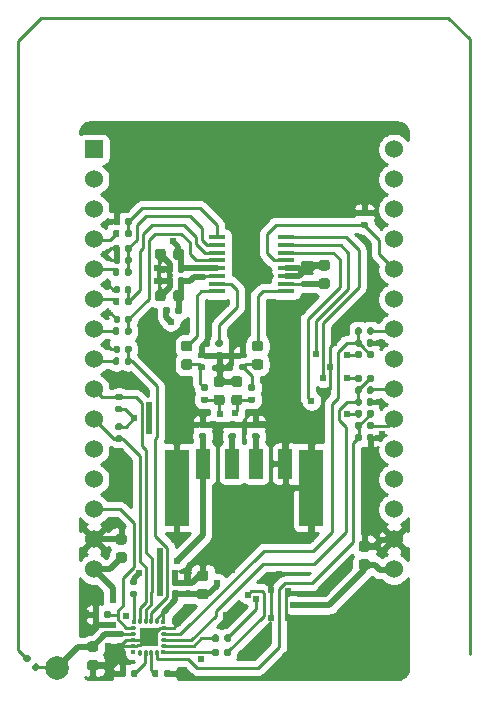
<source format=gbr>
%TF.GenerationSoftware,KiCad,Pcbnew,(5.1.9-0-10_14)*%
%TF.CreationDate,2021-05-04T15:56:22-07:00*%
%TF.ProjectId,fm-streamer,666d2d73-7472-4656-916d-65722e6b6963,rev?*%
%TF.SameCoordinates,Original*%
%TF.FileFunction,Copper,L2,Bot*%
%TF.FilePolarity,Positive*%
%FSLAX46Y46*%
G04 Gerber Fmt 4.6, Leading zero omitted, Abs format (unit mm)*
G04 Created by KiCad (PCBNEW (5.1.9-0-10_14)) date 2021-05-04 15:56:22*
%MOMM*%
%LPD*%
G01*
G04 APERTURE LIST*
%TA.AperFunction,SMDPad,CuDef*%
%ADD10R,1.461999X0.354800*%
%TD*%
%TA.AperFunction,ComponentPad*%
%ADD11C,1.524000*%
%TD*%
%TA.AperFunction,ComponentPad*%
%ADD12R,1.524000X1.524000*%
%TD*%
%TA.AperFunction,SMDPad,CuDef*%
%ADD13R,2.000000X6.500000*%
%TD*%
%TA.AperFunction,SMDPad,CuDef*%
%ADD14R,1.200000X2.500000*%
%TD*%
%TA.AperFunction,ComponentPad*%
%ADD15C,2.000000*%
%TD*%
%TA.AperFunction,SMDPad,CuDef*%
%ADD16O,0.610000X0.280000*%
%TD*%
%TA.AperFunction,SMDPad,CuDef*%
%ADD17R,0.340000X0.340000*%
%TD*%
%TA.AperFunction,SMDPad,CuDef*%
%ADD18O,0.280000X0.610000*%
%TD*%
%TA.AperFunction,SMDPad,CuDef*%
%ADD19R,1.600000X1.600000*%
%TD*%
%TA.AperFunction,ViaPad*%
%ADD20C,0.609600*%
%TD*%
%TA.AperFunction,Conductor*%
%ADD21C,0.508000*%
%TD*%
%TA.AperFunction,Conductor*%
%ADD22C,0.254000*%
%TD*%
%TA.AperFunction,Conductor*%
%ADD23C,0.100000*%
%TD*%
G04 APERTURE END LIST*
D10*
%TO.P,U2,1*%
%TO.N,Net-(R30-Pad1)*%
X133241000Y-81975001D03*
%TO.P,U2,2*%
%TO.N,Net-(R29-Pad1)*%
X133241000Y-82624999D03*
%TO.P,U2,3*%
%TO.N,Net-(R28-Pad1)*%
X133241000Y-83275001D03*
%TO.P,U2,4*%
%TO.N,DAC_~RST~*%
X133241000Y-83924999D03*
%TO.P,U2,5*%
%TO.N,GND*%
X133241000Y-84574998D03*
%TO.P,U2,6*%
X133241000Y-85224999D03*
%TO.P,U2,7*%
%TO.N,Net-(C16-Pad1)*%
X133241000Y-85874998D03*
%TO.P,U2,8*%
%TO.N,Net-(C19-Pad2)*%
X133241000Y-86524999D03*
%TO.P,U2,9*%
%TO.N,Net-(C20-Pad2)*%
X127399000Y-86524999D03*
%TO.P,U2,10*%
%TO.N,Net-(R17-Pad1)*%
X127399000Y-85875001D03*
%TO.P,U2,11*%
%TO.N,Net-(C12-Pad1)*%
X127399000Y-85224999D03*
%TO.P,U2,12*%
%TO.N,+3V3*%
X127399000Y-84575001D03*
%TO.P,U2,13*%
%TO.N,SPI_MOSI*%
X127399000Y-83925002D03*
%TO.P,U2,14*%
%TO.N,SPI_CLK*%
X127399000Y-83275001D03*
%TO.P,U2,15*%
%TO.N,SPI_~CS~*%
X127399000Y-82625002D03*
%TO.P,U2,16*%
%TO.N,DAC_REFCLK*%
X127399000Y-81975001D03*
%TD*%
D11*
%TO.P,U1,30*%
%TO.N,Net-(U1-Pad30)*%
X142400000Y-74500000D03*
%TO.P,U1,29*%
%TO.N,Net-(U1-Pad29)*%
X142400000Y-77040000D03*
%TO.P,U1,28*%
%TO.N,Net-(U1-Pad28)*%
X142400000Y-79580000D03*
%TO.P,U1,27*%
%TO.N,Net-(U1-Pad27)*%
X142400000Y-82120000D03*
%TO.P,U1,26*%
%TO.N,DAC_~RST~*%
X142400000Y-84660000D03*
%TO.P,U1,25*%
%TO.N,Net-(U1-Pad25)*%
X142400000Y-87200000D03*
%TO.P,U1,24*%
%TO.N,/I2S_DATA_R*%
X142400000Y-89740000D03*
%TO.P,U1,23*%
%TO.N,Net-(U1-Pad23)*%
X142400000Y-92280000D03*
%TO.P,U1,22*%
%TO.N,/I2S_WCLK_R*%
X142400000Y-94820000D03*
%TO.P,U1,21*%
%TO.N,/I2S_DCLK_R*%
X142400000Y-97360000D03*
%TO.P,U1,20*%
%TO.N,Net-(U1-Pad20)*%
X142400000Y-99900000D03*
%TO.P,U1,19*%
%TO.N,Net-(U1-Pad19)*%
X142400000Y-102440000D03*
%TO.P,U1,18*%
%TO.N,Net-(U1-Pad18)*%
X142400000Y-104980000D03*
%TO.P,U1,17*%
%TO.N,GND*%
X142400000Y-107520000D03*
%TO.P,U1,16*%
%TO.N,+3V3*%
X142400000Y-110060000D03*
%TO.P,U1,15*%
%TO.N,+5V*%
X117000000Y-110060000D03*
%TO.P,U1,14*%
%TO.N,GND*%
X117000000Y-107520000D03*
%TO.P,U1,13*%
%TO.N,RADIO_~RST~*%
X117000000Y-104980000D03*
%TO.P,U1,12*%
%TO.N,Net-(U1-Pad12)*%
X117000000Y-102440000D03*
%TO.P,U1,11*%
%TO.N,Net-(U1-Pad11)*%
X117000000Y-99900000D03*
%TO.P,U1,10*%
%TO.N,I2C_SCL*%
X117000000Y-97360000D03*
%TO.P,U1,9*%
%TO.N,I2C_SDA*%
X117000000Y-94820000D03*
%TO.P,U1,8*%
%TO.N,/RAD_CLK_R*%
X117000000Y-92280000D03*
%TO.P,U1,7*%
%TO.N,/SPI_MOSI_R*%
X117000000Y-89740000D03*
%TO.P,U1,6*%
%TO.N,/SPI_CLK_R*%
X117000000Y-87200000D03*
%TO.P,U1,5*%
%TO.N,/SPI_CS_R*%
X117000000Y-84660000D03*
%TO.P,U1,4*%
%TO.N,/DAC_CLK_R*%
X117000000Y-82120000D03*
%TO.P,U1,3*%
%TO.N,Net-(U1-Pad3)*%
X117000000Y-79580000D03*
%TO.P,U1,2*%
%TO.N,Net-(U1-Pad2)*%
X117000000Y-77040000D03*
D12*
%TO.P,U1,1*%
%TO.N,Net-(U1-Pad1)*%
X117000000Y-74500000D03*
%TD*%
D13*
%TO.P,J1,5*%
%TO.N,GND*%
X135400000Y-103150000D03*
X124000000Y-103150000D03*
D14*
%TO.P,J1,1*%
%TO.N,+5V*%
X126200000Y-101130000D03*
%TO.P,J1,2*%
%TO.N,Net-(J1-Pad2)*%
X128700000Y-101130000D03*
%TO.P,J1,3*%
%TO.N,Net-(J1-Pad3)*%
X130700000Y-101130000D03*
%TO.P,J1,4*%
%TO.N,GND*%
X133200000Y-101130000D03*
%TD*%
%TO.P,J1,4*%
%TO.N,GND*%
X133200000Y-101130000D03*
%TO.P,J1,3*%
%TO.N,Net-(J1-Pad3)*%
X130700000Y-101130000D03*
%TO.P,J1,2*%
%TO.N,Net-(J1-Pad2)*%
X128700000Y-101130000D03*
%TO.P,J1,1*%
%TO.N,+5V*%
X126200000Y-101130000D03*
D13*
%TO.P,J1,5*%
%TO.N,GND*%
X124000000Y-103150000D03*
X135400000Y-103150000D03*
%TD*%
%TO.P,C1,1*%
%TO.N,+5V*%
%TA.AperFunction,SMDPad,CuDef*%
G36*
G01*
X126370000Y-99060000D02*
X126030000Y-99060000D01*
G75*
G02*
X125890000Y-98920000I0J140000D01*
G01*
X125890000Y-98640000D01*
G75*
G02*
X126030000Y-98500000I140000J0D01*
G01*
X126370000Y-98500000D01*
G75*
G02*
X126510000Y-98640000I0J-140000D01*
G01*
X126510000Y-98920000D01*
G75*
G02*
X126370000Y-99060000I-140000J0D01*
G01*
G37*
%TD.AperFunction*%
%TO.P,C1,2*%
%TO.N,GND*%
%TA.AperFunction,SMDPad,CuDef*%
G36*
G01*
X126370000Y-98100000D02*
X126030000Y-98100000D01*
G75*
G02*
X125890000Y-97960000I0J140000D01*
G01*
X125890000Y-97680000D01*
G75*
G02*
X126030000Y-97540000I140000J0D01*
G01*
X126370000Y-97540000D01*
G75*
G02*
X126510000Y-97680000I0J-140000D01*
G01*
X126510000Y-97960000D01*
G75*
G02*
X126370000Y-98100000I-140000J0D01*
G01*
G37*
%TD.AperFunction*%
%TD*%
%TO.P,J1,5*%
%TO.N,GND*%
X135400000Y-103150000D03*
X124000000Y-103150000D03*
D14*
%TO.P,J1,1*%
%TO.N,+5V*%
X126200000Y-101130000D03*
%TO.P,J1,2*%
%TO.N,Net-(J1-Pad2)*%
X128700000Y-101130000D03*
%TO.P,J1,3*%
%TO.N,Net-(J1-Pad3)*%
X130700000Y-101130000D03*
%TO.P,J1,4*%
%TO.N,GND*%
X133200000Y-101130000D03*
%TD*%
%TO.P,R16,2*%
%TO.N,GND*%
%TA.AperFunction,SMDPad,CuDef*%
G36*
G01*
X119160000Y-82715000D02*
X119160000Y-83085000D01*
G75*
G02*
X119025000Y-83220000I-135000J0D01*
G01*
X118755000Y-83220000D01*
G75*
G02*
X118620000Y-83085000I0J135000D01*
G01*
X118620000Y-82715000D01*
G75*
G02*
X118755000Y-82580000I135000J0D01*
G01*
X119025000Y-82580000D01*
G75*
G02*
X119160000Y-82715000I0J-135000D01*
G01*
G37*
%TD.AperFunction*%
%TO.P,R16,1*%
%TO.N,SPI_~CS~*%
%TA.AperFunction,SMDPad,CuDef*%
G36*
G01*
X120180000Y-82715000D02*
X120180000Y-83085000D01*
G75*
G02*
X120045000Y-83220000I-135000J0D01*
G01*
X119775000Y-83220000D01*
G75*
G02*
X119640000Y-83085000I0J135000D01*
G01*
X119640000Y-82715000D01*
G75*
G02*
X119775000Y-82580000I135000J0D01*
G01*
X120045000Y-82580000D01*
G75*
G02*
X120180000Y-82715000I0J-135000D01*
G01*
G37*
%TD.AperFunction*%
%TD*%
%TO.P,C8,2*%
%TO.N,GND*%
%TA.AperFunction,SMDPad,CuDef*%
G36*
G01*
X119220000Y-80480000D02*
X119220000Y-80820000D01*
G75*
G02*
X119080000Y-80960000I-140000J0D01*
G01*
X118800000Y-80960000D01*
G75*
G02*
X118660000Y-80820000I0J140000D01*
G01*
X118660000Y-80480000D01*
G75*
G02*
X118800000Y-80340000I140000J0D01*
G01*
X119080000Y-80340000D01*
G75*
G02*
X119220000Y-80480000I0J-140000D01*
G01*
G37*
%TD.AperFunction*%
%TO.P,C8,1*%
%TO.N,DAC_REFCLK*%
%TA.AperFunction,SMDPad,CuDef*%
G36*
G01*
X120180000Y-80480000D02*
X120180000Y-80820000D01*
G75*
G02*
X120040000Y-80960000I-140000J0D01*
G01*
X119760000Y-80960000D01*
G75*
G02*
X119620000Y-80820000I0J140000D01*
G01*
X119620000Y-80480000D01*
G75*
G02*
X119760000Y-80340000I140000J0D01*
G01*
X120040000Y-80340000D01*
G75*
G02*
X120180000Y-80480000I0J-140000D01*
G01*
G37*
%TD.AperFunction*%
%TD*%
%TO.P,R8,1*%
%TO.N,DAC_REFCLK*%
%TA.AperFunction,SMDPad,CuDef*%
G36*
G01*
X120180000Y-81465000D02*
X120180000Y-81835000D01*
G75*
G02*
X120045000Y-81970000I-135000J0D01*
G01*
X119775000Y-81970000D01*
G75*
G02*
X119640000Y-81835000I0J135000D01*
G01*
X119640000Y-81465000D01*
G75*
G02*
X119775000Y-81330000I135000J0D01*
G01*
X120045000Y-81330000D01*
G75*
G02*
X120180000Y-81465000I0J-135000D01*
G01*
G37*
%TD.AperFunction*%
%TO.P,R8,2*%
%TO.N,/DAC_CLK_R*%
%TA.AperFunction,SMDPad,CuDef*%
G36*
G01*
X119160000Y-81465000D02*
X119160000Y-81835000D01*
G75*
G02*
X119025000Y-81970000I-135000J0D01*
G01*
X118755000Y-81970000D01*
G75*
G02*
X118620000Y-81835000I0J135000D01*
G01*
X118620000Y-81465000D01*
G75*
G02*
X118755000Y-81330000I135000J0D01*
G01*
X119025000Y-81330000D01*
G75*
G02*
X119160000Y-81465000I0J-135000D01*
G01*
G37*
%TD.AperFunction*%
%TD*%
%TO.P,C19,1*%
%TO.N,Net-(C19-Pad1)*%
%TA.AperFunction,SMDPad,CuDef*%
G36*
G01*
X131100000Y-93175000D02*
X130600000Y-93175000D01*
G75*
G02*
X130375000Y-92950000I0J225000D01*
G01*
X130375000Y-92500000D01*
G75*
G02*
X130600000Y-92275000I225000J0D01*
G01*
X131100000Y-92275000D01*
G75*
G02*
X131325000Y-92500000I0J-225000D01*
G01*
X131325000Y-92950000D01*
G75*
G02*
X131100000Y-93175000I-225000J0D01*
G01*
G37*
%TD.AperFunction*%
%TO.P,C19,2*%
%TO.N,Net-(C19-Pad2)*%
%TA.AperFunction,SMDPad,CuDef*%
G36*
G01*
X131100000Y-91625000D02*
X130600000Y-91625000D01*
G75*
G02*
X130375000Y-91400000I0J225000D01*
G01*
X130375000Y-90950000D01*
G75*
G02*
X130600000Y-90725000I225000J0D01*
G01*
X131100000Y-90725000D01*
G75*
G02*
X131325000Y-90950000I0J-225000D01*
G01*
X131325000Y-91400000D01*
G75*
G02*
X131100000Y-91625000I-225000J0D01*
G01*
G37*
%TD.AperFunction*%
%TD*%
%TO.P,C20,2*%
%TO.N,Net-(C20-Pad2)*%
%TA.AperFunction,SMDPad,CuDef*%
G36*
G01*
X125100000Y-91625000D02*
X124600000Y-91625000D01*
G75*
G02*
X124375000Y-91400000I0J225000D01*
G01*
X124375000Y-90950000D01*
G75*
G02*
X124600000Y-90725000I225000J0D01*
G01*
X125100000Y-90725000D01*
G75*
G02*
X125325000Y-90950000I0J-225000D01*
G01*
X125325000Y-91400000D01*
G75*
G02*
X125100000Y-91625000I-225000J0D01*
G01*
G37*
%TD.AperFunction*%
%TO.P,C20,1*%
%TO.N,Net-(C20-Pad1)*%
%TA.AperFunction,SMDPad,CuDef*%
G36*
G01*
X125100000Y-93175000D02*
X124600000Y-93175000D01*
G75*
G02*
X124375000Y-92950000I0J225000D01*
G01*
X124375000Y-92500000D01*
G75*
G02*
X124600000Y-92275000I225000J0D01*
G01*
X125100000Y-92275000D01*
G75*
G02*
X125325000Y-92500000I0J-225000D01*
G01*
X125325000Y-92950000D01*
G75*
G02*
X125100000Y-93175000I-225000J0D01*
G01*
G37*
%TD.AperFunction*%
%TD*%
%TO.P,C22,1*%
%TO.N,GND*%
%TA.AperFunction,SMDPad,CuDef*%
G36*
G01*
X128850000Y-93725000D02*
X129350000Y-93725000D01*
G75*
G02*
X129575000Y-93950000I0J-225000D01*
G01*
X129575000Y-94400000D01*
G75*
G02*
X129350000Y-94625000I-225000J0D01*
G01*
X128850000Y-94625000D01*
G75*
G02*
X128625000Y-94400000I0J225000D01*
G01*
X128625000Y-93950000D01*
G75*
G02*
X128850000Y-93725000I225000J0D01*
G01*
G37*
%TD.AperFunction*%
%TO.P,C22,2*%
%TO.N,AUDIO_R*%
%TA.AperFunction,SMDPad,CuDef*%
G36*
G01*
X128850000Y-95275000D02*
X129350000Y-95275000D01*
G75*
G02*
X129575000Y-95500000I0J-225000D01*
G01*
X129575000Y-95950000D01*
G75*
G02*
X129350000Y-96175000I-225000J0D01*
G01*
X128850000Y-96175000D01*
G75*
G02*
X128625000Y-95950000I0J225000D01*
G01*
X128625000Y-95500000D01*
G75*
G02*
X128850000Y-95275000I225000J0D01*
G01*
G37*
%TD.AperFunction*%
%TD*%
%TO.P,C23,2*%
%TO.N,GND*%
%TA.AperFunction,SMDPad,CuDef*%
G36*
G01*
X127850000Y-94625000D02*
X127350000Y-94625000D01*
G75*
G02*
X127125000Y-94400000I0J225000D01*
G01*
X127125000Y-93950000D01*
G75*
G02*
X127350000Y-93725000I225000J0D01*
G01*
X127850000Y-93725000D01*
G75*
G02*
X128075000Y-93950000I0J-225000D01*
G01*
X128075000Y-94400000D01*
G75*
G02*
X127850000Y-94625000I-225000J0D01*
G01*
G37*
%TD.AperFunction*%
%TO.P,C23,1*%
%TO.N,AUDIO_L*%
%TA.AperFunction,SMDPad,CuDef*%
G36*
G01*
X127850000Y-96175000D02*
X127350000Y-96175000D01*
G75*
G02*
X127125000Y-95950000I0J225000D01*
G01*
X127125000Y-95500000D01*
G75*
G02*
X127350000Y-95275000I225000J0D01*
G01*
X127850000Y-95275000D01*
G75*
G02*
X128075000Y-95500000I0J-225000D01*
G01*
X128075000Y-95950000D01*
G75*
G02*
X127850000Y-96175000I-225000J0D01*
G01*
G37*
%TD.AperFunction*%
%TD*%
%TO.P,R17,2*%
%TO.N,GND*%
%TA.AperFunction,SMDPad,CuDef*%
G36*
G01*
X127415000Y-91690000D02*
X127785000Y-91690000D01*
G75*
G02*
X127920000Y-91825000I0J-135000D01*
G01*
X127920000Y-92095000D01*
G75*
G02*
X127785000Y-92230000I-135000J0D01*
G01*
X127415000Y-92230000D01*
G75*
G02*
X127280000Y-92095000I0J135000D01*
G01*
X127280000Y-91825000D01*
G75*
G02*
X127415000Y-91690000I135000J0D01*
G01*
G37*
%TD.AperFunction*%
%TO.P,R17,1*%
%TO.N,Net-(R17-Pad1)*%
%TA.AperFunction,SMDPad,CuDef*%
G36*
G01*
X127415000Y-90670000D02*
X127785000Y-90670000D01*
G75*
G02*
X127920000Y-90805000I0J-135000D01*
G01*
X127920000Y-91075000D01*
G75*
G02*
X127785000Y-91210000I-135000J0D01*
G01*
X127415000Y-91210000D01*
G75*
G02*
X127280000Y-91075000I0J135000D01*
G01*
X127280000Y-90805000D01*
G75*
G02*
X127415000Y-90670000I135000J0D01*
G01*
G37*
%TD.AperFunction*%
%TD*%
%TO.P,R24,1*%
%TO.N,Net-(C19-Pad1)*%
%TA.AperFunction,SMDPad,CuDef*%
G36*
G01*
X129785000Y-93230000D02*
X129415000Y-93230000D01*
G75*
G02*
X129280000Y-93095000I0J135000D01*
G01*
X129280000Y-92825000D01*
G75*
G02*
X129415000Y-92690000I135000J0D01*
G01*
X129785000Y-92690000D01*
G75*
G02*
X129920000Y-92825000I0J-135000D01*
G01*
X129920000Y-93095000D01*
G75*
G02*
X129785000Y-93230000I-135000J0D01*
G01*
G37*
%TD.AperFunction*%
%TO.P,R24,2*%
%TO.N,GND*%
%TA.AperFunction,SMDPad,CuDef*%
G36*
G01*
X129785000Y-92210000D02*
X129415000Y-92210000D01*
G75*
G02*
X129280000Y-92075000I0J135000D01*
G01*
X129280000Y-91805000D01*
G75*
G02*
X129415000Y-91670000I135000J0D01*
G01*
X129785000Y-91670000D01*
G75*
G02*
X129920000Y-91805000I0J-135000D01*
G01*
X129920000Y-92075000D01*
G75*
G02*
X129785000Y-92210000I-135000J0D01*
G01*
G37*
%TD.AperFunction*%
%TD*%
%TO.P,R25,1*%
%TO.N,GND*%
%TA.AperFunction,SMDPad,CuDef*%
G36*
G01*
X125915000Y-91670000D02*
X126285000Y-91670000D01*
G75*
G02*
X126420000Y-91805000I0J-135000D01*
G01*
X126420000Y-92075000D01*
G75*
G02*
X126285000Y-92210000I-135000J0D01*
G01*
X125915000Y-92210000D01*
G75*
G02*
X125780000Y-92075000I0J135000D01*
G01*
X125780000Y-91805000D01*
G75*
G02*
X125915000Y-91670000I135000J0D01*
G01*
G37*
%TD.AperFunction*%
%TO.P,R25,2*%
%TO.N,Net-(C20-Pad1)*%
%TA.AperFunction,SMDPad,CuDef*%
G36*
G01*
X125915000Y-92690000D02*
X126285000Y-92690000D01*
G75*
G02*
X126420000Y-92825000I0J-135000D01*
G01*
X126420000Y-93095000D01*
G75*
G02*
X126285000Y-93230000I-135000J0D01*
G01*
X125915000Y-93230000D01*
G75*
G02*
X125780000Y-93095000I0J135000D01*
G01*
X125780000Y-92825000D01*
G75*
G02*
X125915000Y-92690000I135000J0D01*
G01*
G37*
%TD.AperFunction*%
%TD*%
%TO.P,R26,2*%
%TO.N,Net-(C19-Pad1)*%
%TA.AperFunction,SMDPad,CuDef*%
G36*
G01*
X130535000Y-94960000D02*
X130165000Y-94960000D01*
G75*
G02*
X130030000Y-94825000I0J135000D01*
G01*
X130030000Y-94555000D01*
G75*
G02*
X130165000Y-94420000I135000J0D01*
G01*
X130535000Y-94420000D01*
G75*
G02*
X130670000Y-94555000I0J-135000D01*
G01*
X130670000Y-94825000D01*
G75*
G02*
X130535000Y-94960000I-135000J0D01*
G01*
G37*
%TD.AperFunction*%
%TO.P,R26,1*%
%TO.N,AUDIO_R*%
%TA.AperFunction,SMDPad,CuDef*%
G36*
G01*
X130535000Y-95980000D02*
X130165000Y-95980000D01*
G75*
G02*
X130030000Y-95845000I0J135000D01*
G01*
X130030000Y-95575000D01*
G75*
G02*
X130165000Y-95440000I135000J0D01*
G01*
X130535000Y-95440000D01*
G75*
G02*
X130670000Y-95575000I0J-135000D01*
G01*
X130670000Y-95845000D01*
G75*
G02*
X130535000Y-95980000I-135000J0D01*
G01*
G37*
%TD.AperFunction*%
%TD*%
%TO.P,R27,1*%
%TO.N,AUDIO_L*%
%TA.AperFunction,SMDPad,CuDef*%
G36*
G01*
X126535000Y-95980000D02*
X126165000Y-95980000D01*
G75*
G02*
X126030000Y-95845000I0J135000D01*
G01*
X126030000Y-95575000D01*
G75*
G02*
X126165000Y-95440000I135000J0D01*
G01*
X126535000Y-95440000D01*
G75*
G02*
X126670000Y-95575000I0J-135000D01*
G01*
X126670000Y-95845000D01*
G75*
G02*
X126535000Y-95980000I-135000J0D01*
G01*
G37*
%TD.AperFunction*%
%TO.P,R27,2*%
%TO.N,Net-(C20-Pad1)*%
%TA.AperFunction,SMDPad,CuDef*%
G36*
G01*
X126535000Y-94960000D02*
X126165000Y-94960000D01*
G75*
G02*
X126030000Y-94825000I0J135000D01*
G01*
X126030000Y-94555000D01*
G75*
G02*
X126165000Y-94420000I135000J0D01*
G01*
X126535000Y-94420000D01*
G75*
G02*
X126670000Y-94555000I0J-135000D01*
G01*
X126670000Y-94825000D01*
G75*
G02*
X126535000Y-94960000I-135000J0D01*
G01*
G37*
%TD.AperFunction*%
%TD*%
%TO.P,R30,2*%
%TO.N,I2S_WCLK*%
%TA.AperFunction,SMDPad,CuDef*%
G36*
G01*
X140140000Y-94085000D02*
X140140000Y-93715000D01*
G75*
G02*
X140275000Y-93580000I135000J0D01*
G01*
X140545000Y-93580000D01*
G75*
G02*
X140680000Y-93715000I0J-135000D01*
G01*
X140680000Y-94085000D01*
G75*
G02*
X140545000Y-94220000I-135000J0D01*
G01*
X140275000Y-94220000D01*
G75*
G02*
X140140000Y-94085000I0J135000D01*
G01*
G37*
%TD.AperFunction*%
%TO.P,R30,1*%
%TO.N,Net-(R30-Pad1)*%
%TA.AperFunction,SMDPad,CuDef*%
G36*
G01*
X139120000Y-94085000D02*
X139120000Y-93715000D01*
G75*
G02*
X139255000Y-93580000I135000J0D01*
G01*
X139525000Y-93580000D01*
G75*
G02*
X139660000Y-93715000I0J-135000D01*
G01*
X139660000Y-94085000D01*
G75*
G02*
X139525000Y-94220000I-135000J0D01*
G01*
X139255000Y-94220000D01*
G75*
G02*
X139120000Y-94085000I0J135000D01*
G01*
G37*
%TD.AperFunction*%
%TD*%
%TO.P,R29,2*%
%TO.N,I2S_DATA*%
%TA.AperFunction,SMDPad,CuDef*%
G36*
G01*
X140140000Y-92085000D02*
X140140000Y-91715000D01*
G75*
G02*
X140275000Y-91580000I135000J0D01*
G01*
X140545000Y-91580000D01*
G75*
G02*
X140680000Y-91715000I0J-135000D01*
G01*
X140680000Y-92085000D01*
G75*
G02*
X140545000Y-92220000I-135000J0D01*
G01*
X140275000Y-92220000D01*
G75*
G02*
X140140000Y-92085000I0J135000D01*
G01*
G37*
%TD.AperFunction*%
%TO.P,R29,1*%
%TO.N,Net-(R29-Pad1)*%
%TA.AperFunction,SMDPad,CuDef*%
G36*
G01*
X139120000Y-92085000D02*
X139120000Y-91715000D01*
G75*
G02*
X139255000Y-91580000I135000J0D01*
G01*
X139525000Y-91580000D01*
G75*
G02*
X139660000Y-91715000I0J-135000D01*
G01*
X139660000Y-92085000D01*
G75*
G02*
X139525000Y-92220000I-135000J0D01*
G01*
X139255000Y-92220000D01*
G75*
G02*
X139120000Y-92085000I0J135000D01*
G01*
G37*
%TD.AperFunction*%
%TD*%
%TO.P,R28,2*%
%TO.N,I2S_DCLK*%
%TA.AperFunction,SMDPad,CuDef*%
G36*
G01*
X140140000Y-97085000D02*
X140140000Y-96715000D01*
G75*
G02*
X140275000Y-96580000I135000J0D01*
G01*
X140545000Y-96580000D01*
G75*
G02*
X140680000Y-96715000I0J-135000D01*
G01*
X140680000Y-97085000D01*
G75*
G02*
X140545000Y-97220000I-135000J0D01*
G01*
X140275000Y-97220000D01*
G75*
G02*
X140140000Y-97085000I0J135000D01*
G01*
G37*
%TD.AperFunction*%
%TO.P,R28,1*%
%TO.N,Net-(R28-Pad1)*%
%TA.AperFunction,SMDPad,CuDef*%
G36*
G01*
X139120000Y-97085000D02*
X139120000Y-96715000D01*
G75*
G02*
X139255000Y-96580000I135000J0D01*
G01*
X139525000Y-96580000D01*
G75*
G02*
X139660000Y-96715000I0J-135000D01*
G01*
X139660000Y-97085000D01*
G75*
G02*
X139525000Y-97220000I-135000J0D01*
G01*
X139255000Y-97220000D01*
G75*
G02*
X139120000Y-97085000I0J135000D01*
G01*
G37*
%TD.AperFunction*%
%TD*%
%TO.P,C7,2*%
%TO.N,GND*%
%TA.AperFunction,SMDPad,CuDef*%
G36*
G01*
X119220000Y-91280000D02*
X119220000Y-91620000D01*
G75*
G02*
X119080000Y-91760000I-140000J0D01*
G01*
X118800000Y-91760000D01*
G75*
G02*
X118660000Y-91620000I0J140000D01*
G01*
X118660000Y-91280000D01*
G75*
G02*
X118800000Y-91140000I140000J0D01*
G01*
X119080000Y-91140000D01*
G75*
G02*
X119220000Y-91280000I0J-140000D01*
G01*
G37*
%TD.AperFunction*%
%TO.P,C7,1*%
%TO.N,RADIO_REFCLK*%
%TA.AperFunction,SMDPad,CuDef*%
G36*
G01*
X120180000Y-91280000D02*
X120180000Y-91620000D01*
G75*
G02*
X120040000Y-91760000I-140000J0D01*
G01*
X119760000Y-91760000D01*
G75*
G02*
X119620000Y-91620000I0J140000D01*
G01*
X119620000Y-91280000D01*
G75*
G02*
X119760000Y-91140000I140000J0D01*
G01*
X120040000Y-91140000D01*
G75*
G02*
X120180000Y-91280000I0J-140000D01*
G01*
G37*
%TD.AperFunction*%
%TD*%
%TO.P,R3,2*%
%TO.N,+3V3*%
%TA.AperFunction,SMDPad,CuDef*%
G36*
G01*
X118915000Y-96240000D02*
X119285000Y-96240000D01*
G75*
G02*
X119420000Y-96375000I0J-135000D01*
G01*
X119420000Y-96645000D01*
G75*
G02*
X119285000Y-96780000I-135000J0D01*
G01*
X118915000Y-96780000D01*
G75*
G02*
X118780000Y-96645000I0J135000D01*
G01*
X118780000Y-96375000D01*
G75*
G02*
X118915000Y-96240000I135000J0D01*
G01*
G37*
%TD.AperFunction*%
%TO.P,R3,1*%
%TO.N,I2C_SDA*%
%TA.AperFunction,SMDPad,CuDef*%
G36*
G01*
X118915000Y-95220000D02*
X119285000Y-95220000D01*
G75*
G02*
X119420000Y-95355000I0J-135000D01*
G01*
X119420000Y-95625000D01*
G75*
G02*
X119285000Y-95760000I-135000J0D01*
G01*
X118915000Y-95760000D01*
G75*
G02*
X118780000Y-95625000I0J135000D01*
G01*
X118780000Y-95355000D01*
G75*
G02*
X118915000Y-95220000I135000J0D01*
G01*
G37*
%TD.AperFunction*%
%TD*%
%TO.P,R7,1*%
%TO.N,RADIO_REFCLK*%
%TA.AperFunction,SMDPad,CuDef*%
G36*
G01*
X120180000Y-92265000D02*
X120180000Y-92635000D01*
G75*
G02*
X120045000Y-92770000I-135000J0D01*
G01*
X119775000Y-92770000D01*
G75*
G02*
X119640000Y-92635000I0J135000D01*
G01*
X119640000Y-92265000D01*
G75*
G02*
X119775000Y-92130000I135000J0D01*
G01*
X120045000Y-92130000D01*
G75*
G02*
X120180000Y-92265000I0J-135000D01*
G01*
G37*
%TD.AperFunction*%
%TO.P,R7,2*%
%TO.N,/RAD_CLK_R*%
%TA.AperFunction,SMDPad,CuDef*%
G36*
G01*
X119160000Y-92265000D02*
X119160000Y-92635000D01*
G75*
G02*
X119025000Y-92770000I-135000J0D01*
G01*
X118755000Y-92770000D01*
G75*
G02*
X118620000Y-92635000I0J135000D01*
G01*
X118620000Y-92265000D01*
G75*
G02*
X118755000Y-92130000I135000J0D01*
G01*
X119025000Y-92130000D01*
G75*
G02*
X119160000Y-92265000I0J-135000D01*
G01*
G37*
%TD.AperFunction*%
%TD*%
%TO.P,R12,1*%
%TO.N,I2C_SCL*%
%TA.AperFunction,SMDPad,CuDef*%
G36*
G01*
X119285000Y-99280000D02*
X118915000Y-99280000D01*
G75*
G02*
X118780000Y-99145000I0J135000D01*
G01*
X118780000Y-98875000D01*
G75*
G02*
X118915000Y-98740000I135000J0D01*
G01*
X119285000Y-98740000D01*
G75*
G02*
X119420000Y-98875000I0J-135000D01*
G01*
X119420000Y-99145000D01*
G75*
G02*
X119285000Y-99280000I-135000J0D01*
G01*
G37*
%TD.AperFunction*%
%TO.P,R12,2*%
%TO.N,+3V3*%
%TA.AperFunction,SMDPad,CuDef*%
G36*
G01*
X119285000Y-98260000D02*
X118915000Y-98260000D01*
G75*
G02*
X118780000Y-98125000I0J135000D01*
G01*
X118780000Y-97855000D01*
G75*
G02*
X118915000Y-97720000I135000J0D01*
G01*
X119285000Y-97720000D01*
G75*
G02*
X119420000Y-97855000I0J-135000D01*
G01*
X119420000Y-98125000D01*
G75*
G02*
X119285000Y-98260000I-135000J0D01*
G01*
G37*
%TD.AperFunction*%
%TD*%
D15*
%TO.P,TP1,1*%
%TO.N,Net-(L1-Pad1)*%
X113900000Y-118400000D03*
%TD*%
%TO.P,C2,2*%
%TO.N,GND*%
%TA.AperFunction,SMDPad,CuDef*%
G36*
G01*
X119550000Y-107975000D02*
X119050000Y-107975000D01*
G75*
G02*
X118825000Y-107750000I0J225000D01*
G01*
X118825000Y-107300000D01*
G75*
G02*
X119050000Y-107075000I225000J0D01*
G01*
X119550000Y-107075000D01*
G75*
G02*
X119775000Y-107300000I0J-225000D01*
G01*
X119775000Y-107750000D01*
G75*
G02*
X119550000Y-107975000I-225000J0D01*
G01*
G37*
%TD.AperFunction*%
%TO.P,C2,1*%
%TO.N,+5V*%
%TA.AperFunction,SMDPad,CuDef*%
G36*
G01*
X119550000Y-109525000D02*
X119050000Y-109525000D01*
G75*
G02*
X118825000Y-109300000I0J225000D01*
G01*
X118825000Y-108850000D01*
G75*
G02*
X119050000Y-108625000I225000J0D01*
G01*
X119550000Y-108625000D01*
G75*
G02*
X119775000Y-108850000I0J-225000D01*
G01*
X119775000Y-109300000D01*
G75*
G02*
X119550000Y-109525000I-225000J0D01*
G01*
G37*
%TD.AperFunction*%
%TD*%
%TO.P,C3,1*%
%TO.N,GND*%
%TA.AperFunction,SMDPad,CuDef*%
G36*
G01*
X139650000Y-107675000D02*
X140150000Y-107675000D01*
G75*
G02*
X140375000Y-107900000I0J-225000D01*
G01*
X140375000Y-108350000D01*
G75*
G02*
X140150000Y-108575000I-225000J0D01*
G01*
X139650000Y-108575000D01*
G75*
G02*
X139425000Y-108350000I0J225000D01*
G01*
X139425000Y-107900000D01*
G75*
G02*
X139650000Y-107675000I225000J0D01*
G01*
G37*
%TD.AperFunction*%
%TO.P,C3,2*%
%TO.N,+3V3*%
%TA.AperFunction,SMDPad,CuDef*%
G36*
G01*
X139650000Y-109225000D02*
X140150000Y-109225000D01*
G75*
G02*
X140375000Y-109450000I0J-225000D01*
G01*
X140375000Y-109900000D01*
G75*
G02*
X140150000Y-110125000I-225000J0D01*
G01*
X139650000Y-110125000D01*
G75*
G02*
X139425000Y-109900000I0J225000D01*
G01*
X139425000Y-109450000D01*
G75*
G02*
X139650000Y-109225000I225000J0D01*
G01*
G37*
%TD.AperFunction*%
%TD*%
%TO.P,C4,1*%
%TO.N,I2S_WCLK*%
%TA.AperFunction,SMDPad,CuDef*%
G36*
G01*
X139120000Y-96070000D02*
X139120000Y-95730000D01*
G75*
G02*
X139260000Y-95590000I140000J0D01*
G01*
X139540000Y-95590000D01*
G75*
G02*
X139680000Y-95730000I0J-140000D01*
G01*
X139680000Y-96070000D01*
G75*
G02*
X139540000Y-96210000I-140000J0D01*
G01*
X139260000Y-96210000D01*
G75*
G02*
X139120000Y-96070000I0J140000D01*
G01*
G37*
%TD.AperFunction*%
%TO.P,C4,2*%
%TO.N,GND*%
%TA.AperFunction,SMDPad,CuDef*%
G36*
G01*
X140080000Y-96070000D02*
X140080000Y-95730000D01*
G75*
G02*
X140220000Y-95590000I140000J0D01*
G01*
X140500000Y-95590000D01*
G75*
G02*
X140640000Y-95730000I0J-140000D01*
G01*
X140640000Y-96070000D01*
G75*
G02*
X140500000Y-96210000I-140000J0D01*
G01*
X140220000Y-96210000D01*
G75*
G02*
X140080000Y-96070000I0J140000D01*
G01*
G37*
%TD.AperFunction*%
%TD*%
%TO.P,C5,2*%
%TO.N,GND*%
%TA.AperFunction,SMDPad,CuDef*%
G36*
G01*
X140080000Y-91070000D02*
X140080000Y-90730000D01*
G75*
G02*
X140220000Y-90590000I140000J0D01*
G01*
X140500000Y-90590000D01*
G75*
G02*
X140640000Y-90730000I0J-140000D01*
G01*
X140640000Y-91070000D01*
G75*
G02*
X140500000Y-91210000I-140000J0D01*
G01*
X140220000Y-91210000D01*
G75*
G02*
X140080000Y-91070000I0J140000D01*
G01*
G37*
%TD.AperFunction*%
%TO.P,C5,1*%
%TO.N,I2S_DATA*%
%TA.AperFunction,SMDPad,CuDef*%
G36*
G01*
X139120000Y-91070000D02*
X139120000Y-90730000D01*
G75*
G02*
X139260000Y-90590000I140000J0D01*
G01*
X139540000Y-90590000D01*
G75*
G02*
X139680000Y-90730000I0J-140000D01*
G01*
X139680000Y-91070000D01*
G75*
G02*
X139540000Y-91210000I-140000J0D01*
G01*
X139260000Y-91210000D01*
G75*
G02*
X139120000Y-91070000I0J140000D01*
G01*
G37*
%TD.AperFunction*%
%TD*%
%TO.P,C6,1*%
%TO.N,I2S_DCLK*%
%TA.AperFunction,SMDPad,CuDef*%
G36*
G01*
X139140000Y-99070000D02*
X139140000Y-98730000D01*
G75*
G02*
X139280000Y-98590000I140000J0D01*
G01*
X139560000Y-98590000D01*
G75*
G02*
X139700000Y-98730000I0J-140000D01*
G01*
X139700000Y-99070000D01*
G75*
G02*
X139560000Y-99210000I-140000J0D01*
G01*
X139280000Y-99210000D01*
G75*
G02*
X139140000Y-99070000I0J140000D01*
G01*
G37*
%TD.AperFunction*%
%TO.P,C6,2*%
%TO.N,GND*%
%TA.AperFunction,SMDPad,CuDef*%
G36*
G01*
X140100000Y-99070000D02*
X140100000Y-98730000D01*
G75*
G02*
X140240000Y-98590000I140000J0D01*
G01*
X140520000Y-98590000D01*
G75*
G02*
X140660000Y-98730000I0J-140000D01*
G01*
X140660000Y-99070000D01*
G75*
G02*
X140520000Y-99210000I-140000J0D01*
G01*
X140240000Y-99210000D01*
G75*
G02*
X140100000Y-99070000I0J140000D01*
G01*
G37*
%TD.AperFunction*%
%TD*%
%TO.P,C9,2*%
%TO.N,GND*%
%TA.AperFunction,SMDPad,CuDef*%
G36*
G01*
X119220000Y-88730000D02*
X119220000Y-89070000D01*
G75*
G02*
X119080000Y-89210000I-140000J0D01*
G01*
X118800000Y-89210000D01*
G75*
G02*
X118660000Y-89070000I0J140000D01*
G01*
X118660000Y-88730000D01*
G75*
G02*
X118800000Y-88590000I140000J0D01*
G01*
X119080000Y-88590000D01*
G75*
G02*
X119220000Y-88730000I0J-140000D01*
G01*
G37*
%TD.AperFunction*%
%TO.P,C9,1*%
%TO.N,SPI_MOSI*%
%TA.AperFunction,SMDPad,CuDef*%
G36*
G01*
X120180000Y-88730000D02*
X120180000Y-89070000D01*
G75*
G02*
X120040000Y-89210000I-140000J0D01*
G01*
X119760000Y-89210000D01*
G75*
G02*
X119620000Y-89070000I0J140000D01*
G01*
X119620000Y-88730000D01*
G75*
G02*
X119760000Y-88590000I140000J0D01*
G01*
X120040000Y-88590000D01*
G75*
G02*
X120180000Y-88730000I0J-140000D01*
G01*
G37*
%TD.AperFunction*%
%TD*%
%TO.P,C10,1*%
%TO.N,SPI_CLK*%
%TA.AperFunction,SMDPad,CuDef*%
G36*
G01*
X120160000Y-86230000D02*
X120160000Y-86570000D01*
G75*
G02*
X120020000Y-86710000I-140000J0D01*
G01*
X119740000Y-86710000D01*
G75*
G02*
X119600000Y-86570000I0J140000D01*
G01*
X119600000Y-86230000D01*
G75*
G02*
X119740000Y-86090000I140000J0D01*
G01*
X120020000Y-86090000D01*
G75*
G02*
X120160000Y-86230000I0J-140000D01*
G01*
G37*
%TD.AperFunction*%
%TO.P,C10,2*%
%TO.N,GND*%
%TA.AperFunction,SMDPad,CuDef*%
G36*
G01*
X119200000Y-86230000D02*
X119200000Y-86570000D01*
G75*
G02*
X119060000Y-86710000I-140000J0D01*
G01*
X118780000Y-86710000D01*
G75*
G02*
X118640000Y-86570000I0J140000D01*
G01*
X118640000Y-86230000D01*
G75*
G02*
X118780000Y-86090000I140000J0D01*
G01*
X119060000Y-86090000D01*
G75*
G02*
X119200000Y-86230000I0J-140000D01*
G01*
G37*
%TD.AperFunction*%
%TD*%
%TO.P,C11,1*%
%TO.N,SPI_~CS~*%
%TA.AperFunction,SMDPad,CuDef*%
G36*
G01*
X120180000Y-83730000D02*
X120180000Y-84070000D01*
G75*
G02*
X120040000Y-84210000I-140000J0D01*
G01*
X119760000Y-84210000D01*
G75*
G02*
X119620000Y-84070000I0J140000D01*
G01*
X119620000Y-83730000D01*
G75*
G02*
X119760000Y-83590000I140000J0D01*
G01*
X120040000Y-83590000D01*
G75*
G02*
X120180000Y-83730000I0J-140000D01*
G01*
G37*
%TD.AperFunction*%
%TO.P,C11,2*%
%TO.N,GND*%
%TA.AperFunction,SMDPad,CuDef*%
G36*
G01*
X119220000Y-83730000D02*
X119220000Y-84070000D01*
G75*
G02*
X119080000Y-84210000I-140000J0D01*
G01*
X118800000Y-84210000D01*
G75*
G02*
X118660000Y-84070000I0J140000D01*
G01*
X118660000Y-83730000D01*
G75*
G02*
X118800000Y-83590000I140000J0D01*
G01*
X119080000Y-83590000D01*
G75*
G02*
X119220000Y-83730000I0J-140000D01*
G01*
G37*
%TD.AperFunction*%
%TD*%
%TO.P,C12,2*%
%TO.N,GND*%
%TA.AperFunction,SMDPad,CuDef*%
G36*
G01*
X123075000Y-86650000D02*
X123075000Y-87150000D01*
G75*
G02*
X122850000Y-87375000I-225000J0D01*
G01*
X122400000Y-87375000D01*
G75*
G02*
X122175000Y-87150000I0J225000D01*
G01*
X122175000Y-86650000D01*
G75*
G02*
X122400000Y-86425000I225000J0D01*
G01*
X122850000Y-86425000D01*
G75*
G02*
X123075000Y-86650000I0J-225000D01*
G01*
G37*
%TD.AperFunction*%
%TO.P,C12,1*%
%TO.N,Net-(C12-Pad1)*%
%TA.AperFunction,SMDPad,CuDef*%
G36*
G01*
X124625000Y-86650000D02*
X124625000Y-87150000D01*
G75*
G02*
X124400000Y-87375000I-225000J0D01*
G01*
X123950000Y-87375000D01*
G75*
G02*
X123725000Y-87150000I0J225000D01*
G01*
X123725000Y-86650000D01*
G75*
G02*
X123950000Y-86425000I225000J0D01*
G01*
X124400000Y-86425000D01*
G75*
G02*
X124625000Y-86650000I0J-225000D01*
G01*
G37*
%TD.AperFunction*%
%TD*%
%TO.P,C13,1*%
%TO.N,Net-(C12-Pad1)*%
%TA.AperFunction,SMDPad,CuDef*%
G36*
G01*
X124660000Y-85480000D02*
X124660000Y-85820000D01*
G75*
G02*
X124520000Y-85960000I-140000J0D01*
G01*
X124240000Y-85960000D01*
G75*
G02*
X124100000Y-85820000I0J140000D01*
G01*
X124100000Y-85480000D01*
G75*
G02*
X124240000Y-85340000I140000J0D01*
G01*
X124520000Y-85340000D01*
G75*
G02*
X124660000Y-85480000I0J-140000D01*
G01*
G37*
%TD.AperFunction*%
%TO.P,C13,2*%
%TO.N,GND*%
%TA.AperFunction,SMDPad,CuDef*%
G36*
G01*
X123700000Y-85480000D02*
X123700000Y-85820000D01*
G75*
G02*
X123560000Y-85960000I-140000J0D01*
G01*
X123280000Y-85960000D01*
G75*
G02*
X123140000Y-85820000I0J140000D01*
G01*
X123140000Y-85480000D01*
G75*
G02*
X123280000Y-85340000I140000J0D01*
G01*
X123560000Y-85340000D01*
G75*
G02*
X123700000Y-85480000I0J-140000D01*
G01*
G37*
%TD.AperFunction*%
%TD*%
%TO.P,C14,1*%
%TO.N,+3V3*%
%TA.AperFunction,SMDPad,CuDef*%
G36*
G01*
X124625000Y-83150000D02*
X124625000Y-83650000D01*
G75*
G02*
X124400000Y-83875000I-225000J0D01*
G01*
X123950000Y-83875000D01*
G75*
G02*
X123725000Y-83650000I0J225000D01*
G01*
X123725000Y-83150000D01*
G75*
G02*
X123950000Y-82925000I225000J0D01*
G01*
X124400000Y-82925000D01*
G75*
G02*
X124625000Y-83150000I0J-225000D01*
G01*
G37*
%TD.AperFunction*%
%TO.P,C14,2*%
%TO.N,GND*%
%TA.AperFunction,SMDPad,CuDef*%
G36*
G01*
X123075000Y-83150000D02*
X123075000Y-83650000D01*
G75*
G02*
X122850000Y-83875000I-225000J0D01*
G01*
X122400000Y-83875000D01*
G75*
G02*
X122175000Y-83650000I0J225000D01*
G01*
X122175000Y-83150000D01*
G75*
G02*
X122400000Y-82925000I225000J0D01*
G01*
X122850000Y-82925000D01*
G75*
G02*
X123075000Y-83150000I0J-225000D01*
G01*
G37*
%TD.AperFunction*%
%TD*%
%TO.P,C15,2*%
%TO.N,GND*%
%TA.AperFunction,SMDPad,CuDef*%
G36*
G01*
X123700000Y-84480000D02*
X123700000Y-84820000D01*
G75*
G02*
X123560000Y-84960000I-140000J0D01*
G01*
X123280000Y-84960000D01*
G75*
G02*
X123140000Y-84820000I0J140000D01*
G01*
X123140000Y-84480000D01*
G75*
G02*
X123280000Y-84340000I140000J0D01*
G01*
X123560000Y-84340000D01*
G75*
G02*
X123700000Y-84480000I0J-140000D01*
G01*
G37*
%TD.AperFunction*%
%TO.P,C15,1*%
%TO.N,+3V3*%
%TA.AperFunction,SMDPad,CuDef*%
G36*
G01*
X124660000Y-84480000D02*
X124660000Y-84820000D01*
G75*
G02*
X124520000Y-84960000I-140000J0D01*
G01*
X124240000Y-84960000D01*
G75*
G02*
X124100000Y-84820000I0J140000D01*
G01*
X124100000Y-84480000D01*
G75*
G02*
X124240000Y-84340000I140000J0D01*
G01*
X124520000Y-84340000D01*
G75*
G02*
X124660000Y-84480000I0J-140000D01*
G01*
G37*
%TD.AperFunction*%
%TD*%
%TO.P,C16,1*%
%TO.N,Net-(C16-Pad1)*%
%TA.AperFunction,SMDPad,CuDef*%
G36*
G01*
X136750000Y-86325000D02*
X136250000Y-86325000D01*
G75*
G02*
X136025000Y-86100000I0J225000D01*
G01*
X136025000Y-85650000D01*
G75*
G02*
X136250000Y-85425000I225000J0D01*
G01*
X136750000Y-85425000D01*
G75*
G02*
X136975000Y-85650000I0J-225000D01*
G01*
X136975000Y-86100000D01*
G75*
G02*
X136750000Y-86325000I-225000J0D01*
G01*
G37*
%TD.AperFunction*%
%TO.P,C16,2*%
%TO.N,GND*%
%TA.AperFunction,SMDPad,CuDef*%
G36*
G01*
X136750000Y-84775000D02*
X136250000Y-84775000D01*
G75*
G02*
X136025000Y-84550000I0J225000D01*
G01*
X136025000Y-84100000D01*
G75*
G02*
X136250000Y-83875000I225000J0D01*
G01*
X136750000Y-83875000D01*
G75*
G02*
X136975000Y-84100000I0J-225000D01*
G01*
X136975000Y-84550000D01*
G75*
G02*
X136750000Y-84775000I-225000J0D01*
G01*
G37*
%TD.AperFunction*%
%TD*%
%TO.P,C17,1*%
%TO.N,+3V3*%
%TA.AperFunction,SMDPad,CuDef*%
G36*
G01*
X124070000Y-112410000D02*
X123730000Y-112410000D01*
G75*
G02*
X123590000Y-112270000I0J140000D01*
G01*
X123590000Y-111990000D01*
G75*
G02*
X123730000Y-111850000I140000J0D01*
G01*
X124070000Y-111850000D01*
G75*
G02*
X124210000Y-111990000I0J-140000D01*
G01*
X124210000Y-112270000D01*
G75*
G02*
X124070000Y-112410000I-140000J0D01*
G01*
G37*
%TD.AperFunction*%
%TO.P,C17,2*%
%TO.N,GND*%
%TA.AperFunction,SMDPad,CuDef*%
G36*
G01*
X124070000Y-111450000D02*
X123730000Y-111450000D01*
G75*
G02*
X123590000Y-111310000I0J140000D01*
G01*
X123590000Y-111030000D01*
G75*
G02*
X123730000Y-110890000I140000J0D01*
G01*
X124070000Y-110890000D01*
G75*
G02*
X124210000Y-111030000I0J-140000D01*
G01*
X124210000Y-111310000D01*
G75*
G02*
X124070000Y-111450000I-140000J0D01*
G01*
G37*
%TD.AperFunction*%
%TD*%
%TO.P,C18,2*%
%TO.N,GND*%
%TA.AperFunction,SMDPad,CuDef*%
G36*
G01*
X125120000Y-111450000D02*
X124780000Y-111450000D01*
G75*
G02*
X124640000Y-111310000I0J140000D01*
G01*
X124640000Y-111030000D01*
G75*
G02*
X124780000Y-110890000I140000J0D01*
G01*
X125120000Y-110890000D01*
G75*
G02*
X125260000Y-111030000I0J-140000D01*
G01*
X125260000Y-111310000D01*
G75*
G02*
X125120000Y-111450000I-140000J0D01*
G01*
G37*
%TD.AperFunction*%
%TO.P,C18,1*%
%TO.N,+3V3*%
%TA.AperFunction,SMDPad,CuDef*%
G36*
G01*
X125120000Y-112410000D02*
X124780000Y-112410000D01*
G75*
G02*
X124640000Y-112270000I0J140000D01*
G01*
X124640000Y-111990000D01*
G75*
G02*
X124780000Y-111850000I140000J0D01*
G01*
X125120000Y-111850000D01*
G75*
G02*
X125260000Y-111990000I0J-140000D01*
G01*
X125260000Y-112270000D01*
G75*
G02*
X125120000Y-112410000I-140000J0D01*
G01*
G37*
%TD.AperFunction*%
%TD*%
%TO.P,C21,2*%
%TO.N,GND*%
%TA.AperFunction,SMDPad,CuDef*%
G36*
G01*
X126450000Y-111075000D02*
X125950000Y-111075000D01*
G75*
G02*
X125725000Y-110850000I0J225000D01*
G01*
X125725000Y-110400000D01*
G75*
G02*
X125950000Y-110175000I225000J0D01*
G01*
X126450000Y-110175000D01*
G75*
G02*
X126675000Y-110400000I0J-225000D01*
G01*
X126675000Y-110850000D01*
G75*
G02*
X126450000Y-111075000I-225000J0D01*
G01*
G37*
%TD.AperFunction*%
%TO.P,C21,1*%
%TO.N,+3V3*%
%TA.AperFunction,SMDPad,CuDef*%
G36*
G01*
X126450000Y-112625000D02*
X125950000Y-112625000D01*
G75*
G02*
X125725000Y-112400000I0J225000D01*
G01*
X125725000Y-111950000D01*
G75*
G02*
X125950000Y-111725000I225000J0D01*
G01*
X126450000Y-111725000D01*
G75*
G02*
X126675000Y-111950000I0J-225000D01*
G01*
X126675000Y-112400000D01*
G75*
G02*
X126450000Y-112625000I-225000J0D01*
G01*
G37*
%TD.AperFunction*%
%TD*%
%TO.P,L1,1*%
%TO.N,Net-(L1-Pad1)*%
%TA.AperFunction,SMDPad,CuDef*%
G36*
G01*
X116643750Y-116175000D02*
X117156250Y-116175000D01*
G75*
G02*
X117375000Y-116393750I0J-218750D01*
G01*
X117375000Y-116831250D01*
G75*
G02*
X117156250Y-117050000I-218750J0D01*
G01*
X116643750Y-117050000D01*
G75*
G02*
X116425000Y-116831250I0J218750D01*
G01*
X116425000Y-116393750D01*
G75*
G02*
X116643750Y-116175000I218750J0D01*
G01*
G37*
%TD.AperFunction*%
%TO.P,L1,2*%
%TO.N,GND*%
%TA.AperFunction,SMDPad,CuDef*%
G36*
G01*
X116643750Y-117750000D02*
X117156250Y-117750000D01*
G75*
G02*
X117375000Y-117968750I0J-218750D01*
G01*
X117375000Y-118406250D01*
G75*
G02*
X117156250Y-118625000I-218750J0D01*
G01*
X116643750Y-118625000D01*
G75*
G02*
X116425000Y-118406250I0J218750D01*
G01*
X116425000Y-117968750D01*
G75*
G02*
X116643750Y-117750000I218750J0D01*
G01*
G37*
%TD.AperFunction*%
%TD*%
%TO.P,R1,2*%
%TO.N,Net-(J1-Pad3)*%
%TA.AperFunction,SMDPad,CuDef*%
G36*
G01*
X130515000Y-98540000D02*
X130885000Y-98540000D01*
G75*
G02*
X131020000Y-98675000I0J-135000D01*
G01*
X131020000Y-98945000D01*
G75*
G02*
X130885000Y-99080000I-135000J0D01*
G01*
X130515000Y-99080000D01*
G75*
G02*
X130380000Y-98945000I0J135000D01*
G01*
X130380000Y-98675000D01*
G75*
G02*
X130515000Y-98540000I135000J0D01*
G01*
G37*
%TD.AperFunction*%
%TO.P,R1,1*%
%TO.N,GND*%
%TA.AperFunction,SMDPad,CuDef*%
G36*
G01*
X130515000Y-97520000D02*
X130885000Y-97520000D01*
G75*
G02*
X131020000Y-97655000I0J-135000D01*
G01*
X131020000Y-97925000D01*
G75*
G02*
X130885000Y-98060000I-135000J0D01*
G01*
X130515000Y-98060000D01*
G75*
G02*
X130380000Y-97925000I0J135000D01*
G01*
X130380000Y-97655000D01*
G75*
G02*
X130515000Y-97520000I135000J0D01*
G01*
G37*
%TD.AperFunction*%
%TD*%
%TO.P,R2,1*%
%TO.N,GND*%
%TA.AperFunction,SMDPad,CuDef*%
G36*
G01*
X128515000Y-97520000D02*
X128885000Y-97520000D01*
G75*
G02*
X129020000Y-97655000I0J-135000D01*
G01*
X129020000Y-97925000D01*
G75*
G02*
X128885000Y-98060000I-135000J0D01*
G01*
X128515000Y-98060000D01*
G75*
G02*
X128380000Y-97925000I0J135000D01*
G01*
X128380000Y-97655000D01*
G75*
G02*
X128515000Y-97520000I135000J0D01*
G01*
G37*
%TD.AperFunction*%
%TO.P,R2,2*%
%TO.N,Net-(J1-Pad2)*%
%TA.AperFunction,SMDPad,CuDef*%
G36*
G01*
X128515000Y-98540000D02*
X128885000Y-98540000D01*
G75*
G02*
X129020000Y-98675000I0J-135000D01*
G01*
X129020000Y-98945000D01*
G75*
G02*
X128885000Y-99080000I-135000J0D01*
G01*
X128515000Y-99080000D01*
G75*
G02*
X128380000Y-98945000I0J135000D01*
G01*
X128380000Y-98675000D01*
G75*
G02*
X128515000Y-98540000I135000J0D01*
G01*
G37*
%TD.AperFunction*%
%TD*%
%TO.P,R4,1*%
%TO.N,I2S_WCLK*%
%TA.AperFunction,SMDPad,CuDef*%
G36*
G01*
X139120000Y-95085000D02*
X139120000Y-94715000D01*
G75*
G02*
X139255000Y-94580000I135000J0D01*
G01*
X139525000Y-94580000D01*
G75*
G02*
X139660000Y-94715000I0J-135000D01*
G01*
X139660000Y-95085000D01*
G75*
G02*
X139525000Y-95220000I-135000J0D01*
G01*
X139255000Y-95220000D01*
G75*
G02*
X139120000Y-95085000I0J135000D01*
G01*
G37*
%TD.AperFunction*%
%TO.P,R4,2*%
%TO.N,/I2S_WCLK_R*%
%TA.AperFunction,SMDPad,CuDef*%
G36*
G01*
X140140000Y-95085000D02*
X140140000Y-94715000D01*
G75*
G02*
X140275000Y-94580000I135000J0D01*
G01*
X140545000Y-94580000D01*
G75*
G02*
X140680000Y-94715000I0J-135000D01*
G01*
X140680000Y-95085000D01*
G75*
G02*
X140545000Y-95220000I-135000J0D01*
G01*
X140275000Y-95220000D01*
G75*
G02*
X140140000Y-95085000I0J135000D01*
G01*
G37*
%TD.AperFunction*%
%TD*%
%TO.P,R5,2*%
%TO.N,/I2S_DATA_R*%
%TA.AperFunction,SMDPad,CuDef*%
G36*
G01*
X140140000Y-90085000D02*
X140140000Y-89715000D01*
G75*
G02*
X140275000Y-89580000I135000J0D01*
G01*
X140545000Y-89580000D01*
G75*
G02*
X140680000Y-89715000I0J-135000D01*
G01*
X140680000Y-90085000D01*
G75*
G02*
X140545000Y-90220000I-135000J0D01*
G01*
X140275000Y-90220000D01*
G75*
G02*
X140140000Y-90085000I0J135000D01*
G01*
G37*
%TD.AperFunction*%
%TO.P,R5,1*%
%TO.N,I2S_DATA*%
%TA.AperFunction,SMDPad,CuDef*%
G36*
G01*
X139120000Y-90085000D02*
X139120000Y-89715000D01*
G75*
G02*
X139255000Y-89580000I135000J0D01*
G01*
X139525000Y-89580000D01*
G75*
G02*
X139660000Y-89715000I0J-135000D01*
G01*
X139660000Y-90085000D01*
G75*
G02*
X139525000Y-90220000I-135000J0D01*
G01*
X139255000Y-90220000D01*
G75*
G02*
X139120000Y-90085000I0J135000D01*
G01*
G37*
%TD.AperFunction*%
%TD*%
%TO.P,R6,1*%
%TO.N,I2S_DCLK*%
%TA.AperFunction,SMDPad,CuDef*%
G36*
G01*
X139120000Y-98085000D02*
X139120000Y-97715000D01*
G75*
G02*
X139255000Y-97580000I135000J0D01*
G01*
X139525000Y-97580000D01*
G75*
G02*
X139660000Y-97715000I0J-135000D01*
G01*
X139660000Y-98085000D01*
G75*
G02*
X139525000Y-98220000I-135000J0D01*
G01*
X139255000Y-98220000D01*
G75*
G02*
X139120000Y-98085000I0J135000D01*
G01*
G37*
%TD.AperFunction*%
%TO.P,R6,2*%
%TO.N,/I2S_DCLK_R*%
%TA.AperFunction,SMDPad,CuDef*%
G36*
G01*
X140140000Y-98085000D02*
X140140000Y-97715000D01*
G75*
G02*
X140275000Y-97580000I135000J0D01*
G01*
X140545000Y-97580000D01*
G75*
G02*
X140680000Y-97715000I0J-135000D01*
G01*
X140680000Y-98085000D01*
G75*
G02*
X140545000Y-98220000I-135000J0D01*
G01*
X140275000Y-98220000D01*
G75*
G02*
X140140000Y-98085000I0J135000D01*
G01*
G37*
%TD.AperFunction*%
%TD*%
%TO.P,R9,2*%
%TO.N,/SPI_MOSI_R*%
%TA.AperFunction,SMDPad,CuDef*%
G36*
G01*
X119160000Y-89715000D02*
X119160000Y-90085000D01*
G75*
G02*
X119025000Y-90220000I-135000J0D01*
G01*
X118755000Y-90220000D01*
G75*
G02*
X118620000Y-90085000I0J135000D01*
G01*
X118620000Y-89715000D01*
G75*
G02*
X118755000Y-89580000I135000J0D01*
G01*
X119025000Y-89580000D01*
G75*
G02*
X119160000Y-89715000I0J-135000D01*
G01*
G37*
%TD.AperFunction*%
%TO.P,R9,1*%
%TO.N,SPI_MOSI*%
%TA.AperFunction,SMDPad,CuDef*%
G36*
G01*
X120180000Y-89715000D02*
X120180000Y-90085000D01*
G75*
G02*
X120045000Y-90220000I-135000J0D01*
G01*
X119775000Y-90220000D01*
G75*
G02*
X119640000Y-90085000I0J135000D01*
G01*
X119640000Y-89715000D01*
G75*
G02*
X119775000Y-89580000I135000J0D01*
G01*
X120045000Y-89580000D01*
G75*
G02*
X120180000Y-89715000I0J-135000D01*
G01*
G37*
%TD.AperFunction*%
%TD*%
%TO.P,R10,2*%
%TO.N,/SPI_CLK_R*%
%TA.AperFunction,SMDPad,CuDef*%
G36*
G01*
X119160000Y-87215000D02*
X119160000Y-87585000D01*
G75*
G02*
X119025000Y-87720000I-135000J0D01*
G01*
X118755000Y-87720000D01*
G75*
G02*
X118620000Y-87585000I0J135000D01*
G01*
X118620000Y-87215000D01*
G75*
G02*
X118755000Y-87080000I135000J0D01*
G01*
X119025000Y-87080000D01*
G75*
G02*
X119160000Y-87215000I0J-135000D01*
G01*
G37*
%TD.AperFunction*%
%TO.P,R10,1*%
%TO.N,SPI_CLK*%
%TA.AperFunction,SMDPad,CuDef*%
G36*
G01*
X120180000Y-87215000D02*
X120180000Y-87585000D01*
G75*
G02*
X120045000Y-87720000I-135000J0D01*
G01*
X119775000Y-87720000D01*
G75*
G02*
X119640000Y-87585000I0J135000D01*
G01*
X119640000Y-87215000D01*
G75*
G02*
X119775000Y-87080000I135000J0D01*
G01*
X120045000Y-87080000D01*
G75*
G02*
X120180000Y-87215000I0J-135000D01*
G01*
G37*
%TD.AperFunction*%
%TD*%
%TO.P,R11,1*%
%TO.N,SPI_~CS~*%
%TA.AperFunction,SMDPad,CuDef*%
G36*
G01*
X120180000Y-84715000D02*
X120180000Y-85085000D01*
G75*
G02*
X120045000Y-85220000I-135000J0D01*
G01*
X119775000Y-85220000D01*
G75*
G02*
X119640000Y-85085000I0J135000D01*
G01*
X119640000Y-84715000D01*
G75*
G02*
X119775000Y-84580000I135000J0D01*
G01*
X120045000Y-84580000D01*
G75*
G02*
X120180000Y-84715000I0J-135000D01*
G01*
G37*
%TD.AperFunction*%
%TO.P,R11,2*%
%TO.N,/SPI_CS_R*%
%TA.AperFunction,SMDPad,CuDef*%
G36*
G01*
X119160000Y-84715000D02*
X119160000Y-85085000D01*
G75*
G02*
X119025000Y-85220000I-135000J0D01*
G01*
X118755000Y-85220000D01*
G75*
G02*
X118620000Y-85085000I0J135000D01*
G01*
X118620000Y-84715000D01*
G75*
G02*
X118755000Y-84580000I135000J0D01*
G01*
X119025000Y-84580000D01*
G75*
G02*
X119160000Y-84715000I0J-135000D01*
G01*
G37*
%TD.AperFunction*%
%TD*%
%TO.P,R13,1*%
%TO.N,Net-(C12-Pad1)*%
%TA.AperFunction,SMDPad,CuDef*%
G36*
G01*
X124430000Y-87965000D02*
X124430000Y-88335000D01*
G75*
G02*
X124295000Y-88470000I-135000J0D01*
G01*
X124025000Y-88470000D01*
G75*
G02*
X123890000Y-88335000I0J135000D01*
G01*
X123890000Y-87965000D01*
G75*
G02*
X124025000Y-87830000I135000J0D01*
G01*
X124295000Y-87830000D01*
G75*
G02*
X124430000Y-87965000I0J-135000D01*
G01*
G37*
%TD.AperFunction*%
%TO.P,R13,2*%
%TO.N,+3V3*%
%TA.AperFunction,SMDPad,CuDef*%
G36*
G01*
X123410000Y-87965000D02*
X123410000Y-88335000D01*
G75*
G02*
X123275000Y-88470000I-135000J0D01*
G01*
X123005000Y-88470000D01*
G75*
G02*
X122870000Y-88335000I0J135000D01*
G01*
X122870000Y-87965000D01*
G75*
G02*
X123005000Y-87830000I135000J0D01*
G01*
X123275000Y-87830000D01*
G75*
G02*
X123410000Y-87965000I0J-135000D01*
G01*
G37*
%TD.AperFunction*%
%TD*%
%TO.P,R14,2*%
%TO.N,/ANTENNA*%
%TA.AperFunction,SMDPad,CuDef*%
G36*
G01*
X111661109Y-117699480D02*
X111399480Y-117961109D01*
G75*
G02*
X111208562Y-117961109I-95459J95459D01*
G01*
X111017643Y-117770190D01*
G75*
G02*
X111017643Y-117579272I95459J95459D01*
G01*
X111279272Y-117317643D01*
G75*
G02*
X111470190Y-117317643I95459J-95459D01*
G01*
X111661109Y-117508562D01*
G75*
G02*
X111661109Y-117699480I-95459J-95459D01*
G01*
G37*
%TD.AperFunction*%
%TO.P,R14,1*%
%TO.N,Net-(L1-Pad1)*%
%TA.AperFunction,SMDPad,CuDef*%
G36*
G01*
X112382357Y-118420728D02*
X112120728Y-118682357D01*
G75*
G02*
X111929810Y-118682357I-95459J95459D01*
G01*
X111738891Y-118491438D01*
G75*
G02*
X111738891Y-118300520I95459J95459D01*
G01*
X112000520Y-118038891D01*
G75*
G02*
X112191438Y-118038891I95459J-95459D01*
G01*
X112382357Y-118229810D01*
G75*
G02*
X112382357Y-118420728I-95459J-95459D01*
G01*
G37*
%TD.AperFunction*%
%TD*%
%TO.P,R15,1*%
%TO.N,DAC_~RST~*%
%TA.AperFunction,SMDPad,CuDef*%
G36*
G01*
X140085000Y-81180000D02*
X139715000Y-81180000D01*
G75*
G02*
X139580000Y-81045000I0J135000D01*
G01*
X139580000Y-80775000D01*
G75*
G02*
X139715000Y-80640000I135000J0D01*
G01*
X140085000Y-80640000D01*
G75*
G02*
X140220000Y-80775000I0J-135000D01*
G01*
X140220000Y-81045000D01*
G75*
G02*
X140085000Y-81180000I-135000J0D01*
G01*
G37*
%TD.AperFunction*%
%TO.P,R15,2*%
%TO.N,GND*%
%TA.AperFunction,SMDPad,CuDef*%
G36*
G01*
X140085000Y-80160000D02*
X139715000Y-80160000D01*
G75*
G02*
X139580000Y-80025000I0J135000D01*
G01*
X139580000Y-79755000D01*
G75*
G02*
X139715000Y-79620000I135000J0D01*
G01*
X140085000Y-79620000D01*
G75*
G02*
X140220000Y-79755000I0J-135000D01*
G01*
X140220000Y-80025000D01*
G75*
G02*
X140085000Y-80160000I-135000J0D01*
G01*
G37*
%TD.AperFunction*%
%TD*%
%TO.P,R18,2*%
%TO.N,GND*%
%TA.AperFunction,SMDPad,CuDef*%
G36*
G01*
X117410000Y-113715000D02*
X117410000Y-114085000D01*
G75*
G02*
X117275000Y-114220000I-135000J0D01*
G01*
X117005000Y-114220000D01*
G75*
G02*
X116870000Y-114085000I0J135000D01*
G01*
X116870000Y-113715000D01*
G75*
G02*
X117005000Y-113580000I135000J0D01*
G01*
X117275000Y-113580000D01*
G75*
G02*
X117410000Y-113715000I0J-135000D01*
G01*
G37*
%TD.AperFunction*%
%TO.P,R18,1*%
%TO.N,RADIO_~RST~*%
%TA.AperFunction,SMDPad,CuDef*%
G36*
G01*
X118430000Y-113715000D02*
X118430000Y-114085000D01*
G75*
G02*
X118295000Y-114220000I-135000J0D01*
G01*
X118025000Y-114220000D01*
G75*
G02*
X117890000Y-114085000I0J135000D01*
G01*
X117890000Y-113715000D01*
G75*
G02*
X118025000Y-113580000I135000J0D01*
G01*
X118295000Y-113580000D01*
G75*
G02*
X118430000Y-113715000I0J-135000D01*
G01*
G37*
%TD.AperFunction*%
%TD*%
%TO.P,R19,2*%
%TO.N,GND*%
%TA.AperFunction,SMDPad,CuDef*%
G36*
G01*
X120535000Y-111410000D02*
X120165000Y-111410000D01*
G75*
G02*
X120030000Y-111275000I0J135000D01*
G01*
X120030000Y-111005000D01*
G75*
G02*
X120165000Y-110870000I135000J0D01*
G01*
X120535000Y-110870000D01*
G75*
G02*
X120670000Y-111005000I0J-135000D01*
G01*
X120670000Y-111275000D01*
G75*
G02*
X120535000Y-111410000I-135000J0D01*
G01*
G37*
%TD.AperFunction*%
%TO.P,R19,1*%
%TO.N,Net-(R19-Pad1)*%
%TA.AperFunction,SMDPad,CuDef*%
G36*
G01*
X120535000Y-112430000D02*
X120165000Y-112430000D01*
G75*
G02*
X120030000Y-112295000I0J135000D01*
G01*
X120030000Y-112025000D01*
G75*
G02*
X120165000Y-111890000I135000J0D01*
G01*
X120535000Y-111890000D01*
G75*
G02*
X120670000Y-112025000I0J-135000D01*
G01*
X120670000Y-112295000D01*
G75*
G02*
X120535000Y-112430000I-135000J0D01*
G01*
G37*
%TD.AperFunction*%
%TD*%
%TO.P,R20,2*%
%TO.N,GND*%
%TA.AperFunction,SMDPad,CuDef*%
G36*
G01*
X119660000Y-118715000D02*
X119660000Y-119085000D01*
G75*
G02*
X119525000Y-119220000I-135000J0D01*
G01*
X119255000Y-119220000D01*
G75*
G02*
X119120000Y-119085000I0J135000D01*
G01*
X119120000Y-118715000D01*
G75*
G02*
X119255000Y-118580000I135000J0D01*
G01*
X119525000Y-118580000D01*
G75*
G02*
X119660000Y-118715000I0J-135000D01*
G01*
G37*
%TD.AperFunction*%
%TO.P,R20,1*%
%TO.N,Net-(R20-Pad1)*%
%TA.AperFunction,SMDPad,CuDef*%
G36*
G01*
X120680000Y-118715000D02*
X120680000Y-119085000D01*
G75*
G02*
X120545000Y-119220000I-135000J0D01*
G01*
X120275000Y-119220000D01*
G75*
G02*
X120140000Y-119085000I0J135000D01*
G01*
X120140000Y-118715000D01*
G75*
G02*
X120275000Y-118580000I135000J0D01*
G01*
X120545000Y-118580000D01*
G75*
G02*
X120680000Y-118715000I0J-135000D01*
G01*
G37*
%TD.AperFunction*%
%TD*%
%TO.P,R21,1*%
%TO.N,Net-(R21-Pad1)*%
%TA.AperFunction,SMDPad,CuDef*%
G36*
G01*
X121920000Y-119085000D02*
X121920000Y-118715000D01*
G75*
G02*
X122055000Y-118580000I135000J0D01*
G01*
X122325000Y-118580000D01*
G75*
G02*
X122460000Y-118715000I0J-135000D01*
G01*
X122460000Y-119085000D01*
G75*
G02*
X122325000Y-119220000I-135000J0D01*
G01*
X122055000Y-119220000D01*
G75*
G02*
X121920000Y-119085000I0J135000D01*
G01*
G37*
%TD.AperFunction*%
%TO.P,R21,2*%
%TO.N,GND*%
%TA.AperFunction,SMDPad,CuDef*%
G36*
G01*
X122940000Y-119085000D02*
X122940000Y-118715000D01*
G75*
G02*
X123075000Y-118580000I135000J0D01*
G01*
X123345000Y-118580000D01*
G75*
G02*
X123480000Y-118715000I0J-135000D01*
G01*
X123480000Y-119085000D01*
G75*
G02*
X123345000Y-119220000I-135000J0D01*
G01*
X123075000Y-119220000D01*
G75*
G02*
X122940000Y-119085000I0J135000D01*
G01*
G37*
%TD.AperFunction*%
%TD*%
%TO.P,R22,1*%
%TO.N,AUDIO_L*%
%TA.AperFunction,SMDPad,CuDef*%
G36*
G01*
X128580000Y-116915000D02*
X128580000Y-117285000D01*
G75*
G02*
X128445000Y-117420000I-135000J0D01*
G01*
X128175000Y-117420000D01*
G75*
G02*
X128040000Y-117285000I0J135000D01*
G01*
X128040000Y-116915000D01*
G75*
G02*
X128175000Y-116780000I135000J0D01*
G01*
X128445000Y-116780000D01*
G75*
G02*
X128580000Y-116915000I0J-135000D01*
G01*
G37*
%TD.AperFunction*%
%TO.P,R22,2*%
%TO.N,Net-(R22-Pad2)*%
%TA.AperFunction,SMDPad,CuDef*%
G36*
G01*
X127560000Y-116915000D02*
X127560000Y-117285000D01*
G75*
G02*
X127425000Y-117420000I-135000J0D01*
G01*
X127155000Y-117420000D01*
G75*
G02*
X127020000Y-117285000I0J135000D01*
G01*
X127020000Y-116915000D01*
G75*
G02*
X127155000Y-116780000I135000J0D01*
G01*
X127425000Y-116780000D01*
G75*
G02*
X127560000Y-116915000I0J-135000D01*
G01*
G37*
%TD.AperFunction*%
%TD*%
%TO.P,R23,2*%
%TO.N,Net-(R23-Pad2)*%
%TA.AperFunction,SMDPad,CuDef*%
G36*
G01*
X127560000Y-115715000D02*
X127560000Y-116085000D01*
G75*
G02*
X127425000Y-116220000I-135000J0D01*
G01*
X127155000Y-116220000D01*
G75*
G02*
X127020000Y-116085000I0J135000D01*
G01*
X127020000Y-115715000D01*
G75*
G02*
X127155000Y-115580000I135000J0D01*
G01*
X127425000Y-115580000D01*
G75*
G02*
X127560000Y-115715000I0J-135000D01*
G01*
G37*
%TD.AperFunction*%
%TO.P,R23,1*%
%TO.N,AUDIO_R*%
%TA.AperFunction,SMDPad,CuDef*%
G36*
G01*
X128580000Y-115715000D02*
X128580000Y-116085000D01*
G75*
G02*
X128445000Y-116220000I-135000J0D01*
G01*
X128175000Y-116220000D01*
G75*
G02*
X128040000Y-116085000I0J135000D01*
G01*
X128040000Y-115715000D01*
G75*
G02*
X128175000Y-115580000I135000J0D01*
G01*
X128445000Y-115580000D01*
G75*
G02*
X128580000Y-115715000I0J-135000D01*
G01*
G37*
%TD.AperFunction*%
%TD*%
D16*
%TO.P,U3,2*%
%TO.N,GND*%
X120285000Y-116550000D03*
%TO.P,U3,3*%
X120285000Y-116050000D03*
%TO.P,U3,4*%
%TO.N,Net-(L1-Pad1)*%
X120285000Y-115550000D03*
%TO.P,U3,5*%
%TO.N,RADIO_~RST~*%
X120285000Y-115050000D03*
D17*
%TO.P,U3,6*%
%TO.N,Net-(R19-Pad1)*%
X120355000Y-114535000D03*
D18*
%TO.P,U3,7*%
%TO.N,I2C_SCL*%
X120870000Y-114465000D03*
%TO.P,U3,8*%
%TO.N,I2C_SDA*%
X121370000Y-114465000D03*
%TO.P,U3,9*%
%TO.N,RADIO_REFCLK*%
X121870000Y-114465000D03*
%TO.P,U3,10*%
%TO.N,+3V3*%
X122370000Y-114465000D03*
D17*
%TO.P,U3,11*%
X122885000Y-114535000D03*
D16*
%TO.P,U3,12*%
%TO.N,GND*%
X122955000Y-115050000D03*
%TO.P,U3,13*%
%TO.N,I2S_DATA*%
X122955000Y-115550000D03*
%TO.P,U3,14*%
%TO.N,I2S_WCLK*%
X122955000Y-116050000D03*
%TO.P,U3,15*%
%TO.N,Net-(R23-Pad2)*%
X122955000Y-116550000D03*
D17*
%TO.P,U3,16*%
%TO.N,Net-(R22-Pad2)*%
X122885000Y-117065000D03*
D18*
%TO.P,U3,17*%
%TO.N,I2S_DCLK*%
X122370000Y-117135000D03*
%TO.P,U3,18*%
%TO.N,Net-(R21-Pad1)*%
X121870000Y-117135000D03*
%TO.P,U3,19*%
%TO.N,Net-(R20-Pad1)*%
X121370000Y-117135000D03*
%TO.P,U3,20*%
%TO.N,N/C*%
X120870000Y-117135000D03*
D19*
%TO.P,U3,21*%
%TO.N,GND*%
X121620000Y-115800000D03*
D17*
%TO.P,U3,1*%
%TO.N,N/C*%
X120345000Y-117065000D03*
%TD*%
D20*
%TO.N,GND*%
X139350000Y-87900000D03*
X140400000Y-84800000D03*
X136450000Y-95350000D03*
X137350000Y-90900000D03*
X135500000Y-97350000D03*
X131900000Y-107700000D03*
X128700000Y-110100000D03*
X128200000Y-113900000D03*
X119700000Y-114000000D03*
%TO.N,+5V*%
X124050204Y-109332739D03*
X118599990Y-112700000D03*
%TO.N,GND*%
X122350000Y-84600000D03*
X122350000Y-85700000D03*
X134700000Y-84900000D03*
X116300000Y-113800000D03*
X118177500Y-118187500D03*
X118100000Y-91100000D03*
X127650000Y-93000000D03*
X141400000Y-98650000D03*
X141400000Y-96150000D03*
X141400000Y-90900000D03*
X117900000Y-80900000D03*
X117900000Y-83400000D03*
X118150000Y-85900000D03*
X118150000Y-88400000D03*
X139900000Y-78900000D03*
X133200000Y-98700000D03*
X124000000Y-107500000D03*
X127068190Y-97800000D03*
X124200000Y-118900000D03*
X135400000Y-98700000D03*
X124000000Y-98699998D03*
X135400000Y-107500000D03*
X124900000Y-110400000D03*
X123900000Y-110400000D03*
X120800567Y-110411390D03*
X122568190Y-112050000D03*
X122568190Y-108550000D03*
X131999994Y-111781748D03*
X133400000Y-114200010D03*
X133450000Y-111900000D03*
X121681810Y-96150000D03*
X121681810Y-98400000D03*
X118550000Y-106100000D03*
X137018190Y-92950000D03*
X124150000Y-114650000D03*
X119200000Y-116550000D03*
X132030296Y-114215759D03*
X131050000Y-116450000D03*
X132650000Y-110450000D03*
X129600000Y-117450000D03*
X132850000Y-118850000D03*
X135000000Y-116850000D03*
X135000000Y-115000000D03*
X135000000Y-118850000D03*
X140000000Y-118850000D03*
X140000000Y-115000000D03*
X137500000Y-118850000D03*
X137500000Y-115000000D03*
X142500000Y-115000000D03*
X142500000Y-117500000D03*
X142500000Y-112500000D03*
X132500000Y-105000000D03*
X132500000Y-95000000D03*
X132500000Y-90000000D03*
X122500000Y-90000000D03*
X122500000Y-92500000D03*
X120000000Y-72500000D03*
X125000000Y-72500000D03*
X130000000Y-72500000D03*
X135000000Y-72500000D03*
X140000000Y-72500000D03*
X120000000Y-77500000D03*
X125000000Y-77500000D03*
X130000000Y-77500000D03*
X135000000Y-77500000D03*
X140000000Y-77500000D03*
X126100000Y-117700000D03*
X124900000Y-113400000D03*
X128800000Y-105000000D03*
X118177500Y-116600000D03*
X116100000Y-115400000D03*
X116900000Y-119200000D03*
X118598600Y-114792115D03*
X119400000Y-103900000D03*
X119400000Y-100900000D03*
X119800000Y-94000000D03*
X136400000Y-111900000D03*
X137900000Y-110400000D03*
X140500000Y-101800000D03*
X140500000Y-105600000D03*
%TO.N,+3V3*%
X123499998Y-89100000D03*
X123700000Y-82300000D03*
X133881810Y-113104799D03*
X120418190Y-97300000D03*
X127400000Y-111231030D03*
%TO.N,AUDIO_R*%
X128970620Y-96829380D03*
X130751688Y-112570082D03*
%TO.N,AUDIO_L*%
X127650000Y-96900000D03*
X130022155Y-112219035D03*
%TO.N,Net-(R28-Pad1)*%
X138400000Y-96900000D03*
X135400000Y-95800000D03*
%TO.N,Net-(R29-Pad1)*%
X138400000Y-91900000D03*
X135768190Y-91842842D03*
%TO.N,Net-(R30-Pad1)*%
X138400000Y-93900000D03*
X136386380Y-93900000D03*
%TD*%
D21*
%TO.N,+5V*%
X126200000Y-99500000D02*
X126200000Y-98780000D01*
X126200000Y-99500000D02*
X126200000Y-101130000D01*
X118329999Y-110070001D02*
X119300000Y-109100000D01*
X117030001Y-110070001D02*
X118329999Y-110070001D01*
X126200000Y-101130000D02*
X126200000Y-107182943D01*
X126200000Y-107182943D02*
X124050204Y-109332739D01*
X117000000Y-110060000D02*
X118599990Y-111659990D01*
X118599990Y-111659990D02*
X118599990Y-112700000D01*
%TO.N,GND*%
X123420000Y-84195000D02*
X123420000Y-84650000D01*
X122625000Y-83400000D02*
X123420000Y-84195000D01*
X122400000Y-84650000D02*
X122350000Y-84600000D01*
X123420000Y-84650000D02*
X122400000Y-84650000D01*
X122400000Y-85650000D02*
X122350000Y-85700000D01*
X123420000Y-85650000D02*
X122400000Y-85650000D01*
X122625000Y-86900000D02*
X122650000Y-86900000D01*
X123420000Y-86130000D02*
X123420000Y-85650000D01*
X122650000Y-86900000D02*
X123420000Y-86130000D01*
X133241000Y-84574998D02*
X134374998Y-84574998D01*
X134374998Y-84574998D02*
X134700000Y-84900000D01*
X134375001Y-85224999D02*
X134700000Y-84900000D01*
X133241000Y-85224999D02*
X134375001Y-85224999D01*
D22*
X122629549Y-115050000D02*
X122955000Y-115050000D01*
X121879549Y-115800000D02*
X122629549Y-115050000D01*
X121620000Y-115800000D02*
X121879549Y-115800000D01*
X121370000Y-116050000D02*
X121620000Y-115800000D01*
X120285000Y-116050000D02*
X121370000Y-116050000D01*
X116400000Y-113900000D02*
X116300000Y-113800000D01*
X117140000Y-113900000D02*
X116400000Y-113900000D01*
D21*
X116900000Y-118187500D02*
X118177500Y-118187500D01*
D22*
X118940000Y-91450000D02*
X118450000Y-91450000D01*
X118450000Y-91450000D02*
X118100000Y-91100000D01*
X127580000Y-91940000D02*
X127600000Y-91960000D01*
X126100000Y-91940000D02*
X127580000Y-91940000D01*
X129100000Y-94175000D02*
X127600000Y-94175000D01*
X127600000Y-91960000D02*
X129580000Y-91960000D01*
X129580000Y-91960000D02*
X129600000Y-91940000D01*
X127600000Y-91960000D02*
X127600000Y-92950000D01*
X127600000Y-92950000D02*
X127600000Y-94175000D01*
X127600000Y-92950000D02*
X127650000Y-93000000D01*
X141150000Y-98900000D02*
X141400000Y-98650000D01*
X140380000Y-98900000D02*
X141150000Y-98900000D01*
X140360000Y-95900000D02*
X141150000Y-95900000D01*
X141150000Y-95900000D02*
X141400000Y-96150000D01*
X140360000Y-90900000D02*
X141400000Y-90900000D01*
X118150000Y-80650000D02*
X117900000Y-80900000D01*
X118940000Y-80650000D02*
X118150000Y-80650000D01*
X118400000Y-82900000D02*
X117900000Y-83400000D01*
X118890000Y-82900000D02*
X118400000Y-82900000D01*
X118400000Y-83900000D02*
X117900000Y-83400000D01*
X118940000Y-83900000D02*
X118400000Y-83900000D01*
X118650000Y-86400000D02*
X118150000Y-85900000D01*
X118920000Y-86400000D02*
X118650000Y-86400000D01*
X118940000Y-88900000D02*
X118900000Y-88900000D01*
X118400000Y-88400000D02*
X118150000Y-88400000D01*
X118900000Y-88900000D02*
X118400000Y-88400000D01*
X139900000Y-79890000D02*
X139900000Y-78900000D01*
D21*
X136475000Y-84300000D02*
X136500000Y-84325000D01*
X135700000Y-84300000D02*
X136475000Y-84300000D01*
X135100000Y-84900000D02*
X135700000Y-84300000D01*
X134700000Y-84900000D02*
X135100000Y-84900000D01*
X142360002Y-107600000D02*
X142430001Y-107530001D01*
X140775000Y-108125000D02*
X141300000Y-107600000D01*
X141300000Y-107600000D02*
X142360002Y-107600000D01*
X139900000Y-108125000D02*
X140775000Y-108125000D01*
X130670000Y-97820000D02*
X130700000Y-97790000D01*
X130700000Y-97790000D02*
X132290000Y-97790000D01*
X133200000Y-98700000D02*
X133200000Y-101130000D01*
X132290000Y-97790000D02*
X133200000Y-98700000D01*
X126200000Y-97820000D02*
X127480000Y-97820000D01*
X127480000Y-97820000D02*
X130670000Y-97820000D01*
X124000000Y-103150000D02*
X124000000Y-107500000D01*
X135400000Y-103150000D02*
X135400000Y-107500000D01*
X127088190Y-97820000D02*
X127068190Y-97800000D01*
X127480000Y-97820000D02*
X127088190Y-97820000D01*
X117060002Y-107500000D02*
X117030001Y-107530001D01*
X119300000Y-107500000D02*
X117060002Y-107500000D01*
D22*
X123200000Y-118900000D02*
X124200000Y-118900000D01*
X120917010Y-116502990D02*
X121620000Y-115800000D01*
X120676559Y-116502990D02*
X120917010Y-116502990D01*
X120629549Y-116550000D02*
X120676559Y-116502990D01*
X120285000Y-116550000D02*
X120629549Y-116550000D01*
X118890000Y-118900000D02*
X118177500Y-118187500D01*
X119390000Y-118900000D02*
X118890000Y-118900000D01*
D21*
X135400000Y-103150000D02*
X135400000Y-98700000D01*
X124000000Y-103150000D02*
X124000000Y-98699998D01*
X125325000Y-111200000D02*
X123850000Y-111200000D01*
X125900000Y-110625000D02*
X125325000Y-111200000D01*
X123950000Y-111200000D02*
X123900000Y-111150000D01*
X123900000Y-111150000D02*
X123900000Y-110400000D01*
X124950000Y-111200000D02*
X123950000Y-111200000D01*
X124900000Y-111150000D02*
X124950000Y-111200000D01*
X124900000Y-110400000D02*
X124900000Y-111150000D01*
X120350000Y-111140000D02*
X120350000Y-110861957D01*
X120350000Y-110861957D02*
X120800567Y-110411390D01*
X122600000Y-112036427D02*
X122604002Y-112040429D01*
X122600000Y-108558004D02*
X122600000Y-112036427D01*
X122604002Y-108554002D02*
X122600000Y-108558004D01*
D22*
X122568190Y-112076241D02*
X122568190Y-112050000D01*
X122604002Y-112040429D02*
X122568190Y-112076241D01*
X122604002Y-108554002D02*
X122600000Y-108550000D01*
X122600000Y-108550000D02*
X122568190Y-108550000D01*
X131999994Y-111781748D02*
X131999994Y-114185457D01*
X131999994Y-114185457D02*
X132030296Y-114215759D01*
X133250000Y-114050010D02*
X133250000Y-112100000D01*
X133250000Y-112100000D02*
X133450000Y-111900000D01*
X133400000Y-114200010D02*
X133250000Y-114050010D01*
D21*
X121681810Y-98400000D02*
X121681810Y-96150000D01*
D22*
X137018190Y-91231810D02*
X137018190Y-92950000D01*
X122955000Y-115050000D02*
X123750000Y-115050000D01*
X137018190Y-94781810D02*
X137018190Y-92950000D01*
X136450000Y-95350000D02*
X137018190Y-94781810D01*
X123750000Y-115050000D02*
X124150000Y-114650000D01*
X137350000Y-90900000D02*
X137018190Y-91231810D01*
X120285000Y-116550000D02*
X119200000Y-116550000D01*
X119700000Y-116050000D02*
X119200000Y-116550000D01*
X120285000Y-116050000D02*
X119700000Y-116050000D01*
D21*
X117300000Y-114800000D02*
X118590715Y-114800000D01*
X118590715Y-114800000D02*
X118598600Y-114792115D01*
%TO.N,+3V3*%
X124430000Y-84600000D02*
X124380000Y-84650000D01*
X124150000Y-83375000D02*
X124175000Y-83400000D01*
D22*
X122370000Y-114465000D02*
X122370000Y-114180000D01*
X122370000Y-114180000D02*
X122900000Y-113650000D01*
X122885000Y-113665000D02*
X122900000Y-113650000D01*
X122885000Y-114535000D02*
X122885000Y-113665000D01*
D21*
X125700000Y-84600000D02*
X124680000Y-84600000D01*
X126298398Y-84600000D02*
X125700000Y-84600000D01*
X126323397Y-84575001D02*
X126298398Y-84600000D01*
X127399000Y-84575001D02*
X126323397Y-84575001D01*
X124380000Y-83530000D02*
X124380000Y-84650000D01*
X124250000Y-83400000D02*
X124380000Y-83530000D01*
X124175000Y-83400000D02*
X124250000Y-83400000D01*
X141219999Y-110119999D02*
X142430001Y-110119999D01*
X140775000Y-109675000D02*
X141219999Y-110119999D01*
X139900000Y-109675000D02*
X140775000Y-109675000D01*
X123140000Y-88150000D02*
X123140000Y-88740002D01*
X123140000Y-88740002D02*
X123499998Y-89100000D01*
X124150000Y-82750000D02*
X123700000Y-82300000D01*
X124150000Y-83400000D02*
X124150000Y-82750000D01*
X139900000Y-109675000D02*
X139900000Y-110125000D01*
X139900000Y-110125000D02*
X136920201Y-113104799D01*
X136920201Y-113104799D02*
X133881810Y-113104799D01*
D22*
X119100000Y-97990000D02*
X119728190Y-97990000D01*
X119728190Y-97990000D02*
X120418190Y-97300000D01*
X119628190Y-96510000D02*
X120418190Y-97300000D01*
X119100000Y-96510000D02*
X119628190Y-96510000D01*
D21*
X123945000Y-112175000D02*
X123900000Y-112130000D01*
X126200000Y-112175000D02*
X123945000Y-112175000D01*
X123900000Y-112650000D02*
X122900000Y-113650000D01*
X123900000Y-112130000D02*
X123900000Y-112650000D01*
X127400000Y-111450000D02*
X127400000Y-111231030D01*
X126200000Y-112175000D02*
X126675000Y-112175000D01*
X126675000Y-112175000D02*
X127400000Y-111450000D01*
D22*
%TO.N,I2S_WCLK*%
X140390000Y-93900000D02*
X139390000Y-94900000D01*
X140410000Y-93900000D02*
X140390000Y-93900000D01*
X139390000Y-95890000D02*
X139400000Y-95900000D01*
X139390000Y-94900000D02*
X139390000Y-95890000D01*
X137768198Y-96596734D02*
X138464932Y-95900000D01*
X137768198Y-97453266D02*
X137768198Y-96596734D01*
X138300000Y-97985068D02*
X137768198Y-97453266D01*
X138300000Y-106900000D02*
X138300000Y-97985068D01*
X135600000Y-109600000D02*
X138300000Y-106900000D01*
X131300000Y-109600000D02*
X135600000Y-109600000D01*
X127300000Y-113600000D02*
X131300000Y-109600000D01*
X127300000Y-113994490D02*
X127300000Y-113600000D01*
X125244490Y-116050000D02*
X127300000Y-113994490D01*
X138464932Y-95900000D02*
X139400000Y-95900000D01*
X122955000Y-116050000D02*
X125244490Y-116050000D01*
%TO.N,I2S_DATA*%
X139390000Y-90890000D02*
X139400000Y-90900000D01*
X139390000Y-89900000D02*
X139390000Y-90890000D01*
X140363382Y-91900000D02*
X140410000Y-91900000D01*
X139752990Y-91252990D02*
X139752990Y-91289608D01*
X139752990Y-91289608D02*
X140363382Y-91900000D01*
X139400000Y-90900000D02*
X139752990Y-91252990D01*
X122986802Y-115581802D02*
X124318198Y-115581802D01*
X137150000Y-96050000D02*
X137650000Y-95550000D01*
X124318198Y-115581802D02*
X131400000Y-108500000D01*
X137150000Y-106900000D02*
X137150000Y-96050000D01*
X137650000Y-91650000D02*
X138400000Y-90900000D01*
X135550000Y-108500000D02*
X137150000Y-106900000D01*
X138400000Y-90900000D02*
X139400000Y-90900000D01*
X137650000Y-95550000D02*
X137650000Y-91650000D01*
X122955000Y-115550000D02*
X122986802Y-115581802D01*
X131400000Y-108500000D02*
X135550000Y-108500000D01*
%TO.N,I2S_DCLK*%
X139410000Y-97900000D02*
X140410000Y-96900000D01*
X139390000Y-97900000D02*
X139410000Y-97900000D01*
X139390000Y-98220000D02*
X139390000Y-97900000D01*
X139400000Y-98230000D02*
X139390000Y-98220000D01*
X139400000Y-98900000D02*
X139400000Y-98230000D01*
X138900000Y-107800000D02*
X138900000Y-99400000D01*
X133146734Y-111268198D02*
X135431802Y-111268198D01*
X122370000Y-117694000D02*
X124994000Y-117694000D01*
X132681802Y-111733130D02*
X133146734Y-111268198D01*
X132681802Y-116618198D02*
X132681802Y-111733130D01*
X138900000Y-99400000D02*
X139400000Y-98900000D01*
X130900000Y-118400000D02*
X132681802Y-116618198D01*
X124994000Y-117694000D02*
X125700000Y-118400000D01*
X135431802Y-111268198D02*
X138900000Y-107800000D01*
X125700000Y-118400000D02*
X130900000Y-118400000D01*
X122370000Y-117135000D02*
X122370000Y-117694000D01*
%TO.N,RADIO_REFCLK*%
X119910000Y-91460000D02*
X119900000Y-91450000D01*
X119910000Y-92450000D02*
X119910000Y-91460000D01*
X120180000Y-92450000D02*
X119910000Y-92450000D01*
X122313612Y-94583612D02*
X120180000Y-92450000D01*
X122313612Y-98886388D02*
X122313612Y-94583612D01*
X122200000Y-99000000D02*
X122313612Y-98886388D01*
X123200000Y-108250000D02*
X122200000Y-107250000D01*
X122200000Y-107250000D02*
X122200000Y-99000000D01*
X123200000Y-112400000D02*
X123200000Y-108250000D01*
X121870000Y-113730000D02*
X123200000Y-112400000D01*
X121870000Y-114465000D02*
X121870000Y-113730000D01*
%TO.N,DAC_REFCLK*%
X119900000Y-81640000D02*
X119910000Y-81650000D01*
X119900000Y-80650000D02*
X119900000Y-81640000D01*
X126000000Y-79500000D02*
X121050000Y-79500000D01*
X121050000Y-79500000D02*
X119900000Y-80650000D01*
X127399000Y-80899000D02*
X126000000Y-79500000D01*
X127399000Y-81975001D02*
X127399000Y-80899000D01*
%TO.N,SPI_MOSI*%
X119900000Y-89890000D02*
X119910000Y-89900000D01*
X119900000Y-88900000D02*
X119900000Y-89890000D01*
X124400000Y-81650000D02*
X122150000Y-81650000D01*
X122150000Y-81650000D02*
X121650000Y-82150000D01*
X125150000Y-83400000D02*
X125150000Y-82400000D01*
X125675002Y-83925002D02*
X125150000Y-83400000D01*
X121650000Y-87150000D02*
X119900000Y-88900000D01*
X125150000Y-82400000D02*
X124400000Y-81650000D01*
X121650000Y-82150000D02*
X121650000Y-87150000D01*
X127399000Y-83925002D02*
X125675002Y-83925002D01*
%TO.N,SPI_CLK*%
X119880000Y-87370000D02*
X119910000Y-87400000D01*
X119880000Y-86400000D02*
X119880000Y-87370000D01*
X121900000Y-80900000D02*
X121150000Y-81650000D01*
X121150000Y-82900000D02*
X120905000Y-83145000D01*
X125650000Y-82507932D02*
X125650000Y-81900000D01*
X125650000Y-81900000D02*
X124650000Y-80900000D01*
X120905000Y-86405000D02*
X119910000Y-87400000D01*
X127399000Y-83275001D02*
X126417069Y-83275001D01*
X124650000Y-80900000D02*
X121900000Y-80900000D01*
X121150000Y-81650000D02*
X121150000Y-82900000D01*
X126417069Y-83275001D02*
X125650000Y-82507932D01*
X120905000Y-83145000D02*
X120905000Y-86405000D01*
D21*
%TO.N,Net-(C12-Pad1)*%
X124175000Y-86900000D02*
X124250000Y-86900000D01*
X124380000Y-86770000D02*
X124380000Y-85650000D01*
X124250000Y-86900000D02*
X124380000Y-86770000D01*
D22*
X126183011Y-85224999D02*
X126100000Y-85308010D01*
X127399000Y-85224999D02*
X126183011Y-85224999D01*
D21*
X124380000Y-85650000D02*
X125108010Y-85650000D01*
X124175000Y-88135000D02*
X124160000Y-88150000D01*
X124175000Y-86900000D02*
X124175000Y-88135000D01*
X125491990Y-85308010D02*
X126300000Y-85308010D01*
X125150000Y-85650000D02*
X125491990Y-85308010D01*
D22*
%TO.N,Net-(C16-Pad1)*%
X133241000Y-85874998D02*
X134674998Y-85874998D01*
D21*
X136499998Y-85874998D02*
X136500000Y-85875000D01*
X134674998Y-85874998D02*
X136499998Y-85874998D01*
D22*
%TO.N,Net-(C19-Pad1)*%
X129600000Y-92960000D02*
X130350000Y-93710000D01*
X130350000Y-93710000D02*
X130350000Y-94690000D01*
X129835000Y-92725000D02*
X129600000Y-92960000D01*
X130850000Y-92725000D02*
X129835000Y-92725000D01*
%TO.N,Net-(C19-Pad2)*%
X130850000Y-86950000D02*
X131275001Y-86524999D01*
X131275001Y-86524999D02*
X133241000Y-86524999D01*
X130850000Y-91175000D02*
X130850000Y-86950000D01*
%TO.N,Net-(C20-Pad2)*%
X125700000Y-90325000D02*
X124850000Y-91175000D01*
X125700000Y-86900000D02*
X125700000Y-90325000D01*
X126075001Y-86524999D02*
X125700000Y-86900000D01*
X127399000Y-86524999D02*
X126075001Y-86524999D01*
%TO.N,Net-(C20-Pad1)*%
X124850000Y-92725000D02*
X125865000Y-92725000D01*
X125865000Y-92725000D02*
X126100000Y-92960000D01*
X125987653Y-94327653D02*
X126350000Y-94690000D01*
X126100000Y-92960000D02*
X125987653Y-93072347D01*
X125987653Y-93072347D02*
X125987653Y-94327653D01*
%TO.N,AUDIO_R*%
X129100000Y-95725000D02*
X129100000Y-95750000D01*
X129100000Y-95725000D02*
X129100000Y-96050000D01*
X129125000Y-95700000D02*
X129100000Y-95725000D01*
X130350000Y-95700000D02*
X129125000Y-95700000D01*
X130350000Y-95710000D02*
X130350000Y-95700000D01*
X129100000Y-96700000D02*
X128970620Y-96829380D01*
X129100000Y-95725000D02*
X129100000Y-96700000D01*
X130751688Y-113448312D02*
X130751688Y-112570082D01*
X128200000Y-116000000D02*
X130751688Y-113448312D01*
%TO.N,AUDIO_L*%
X127585000Y-95710000D02*
X127600000Y-95725000D01*
X126350000Y-95710000D02*
X127585000Y-95710000D01*
X127600000Y-96850000D02*
X127650000Y-96900000D01*
X127600000Y-95725000D02*
X127600000Y-96850000D01*
X131383498Y-114016502D02*
X131383498Y-112037925D01*
X131259809Y-111914236D02*
X130326954Y-111914236D01*
X131383498Y-112037925D02*
X131259809Y-111914236D01*
X128300000Y-117100000D02*
X131383498Y-114016502D01*
X130326954Y-111914236D02*
X130022155Y-112219035D01*
D21*
%TO.N,Net-(J1-Pad2)*%
X128700000Y-98810000D02*
X128700000Y-101130000D01*
%TO.N,Net-(J1-Pad3)*%
X130700000Y-98810000D02*
X130700000Y-101130000D01*
D22*
%TO.N,Net-(L1-Pad1)*%
X120250000Y-115550000D02*
X119350000Y-115550000D01*
X120285000Y-115550000D02*
X120250000Y-115550000D01*
D21*
X115687500Y-116612500D02*
X113900000Y-118400000D01*
X116900000Y-116612500D02*
X115687500Y-116612500D01*
D22*
X112071248Y-118350000D02*
X112060624Y-118360624D01*
X113850000Y-118350000D02*
X112071248Y-118350000D01*
X113900000Y-118400000D02*
X113850000Y-118350000D01*
D21*
X119349083Y-115550917D02*
X117961583Y-115550917D01*
X119350000Y-115550000D02*
X119349083Y-115550917D01*
X117961583Y-115550917D02*
X116900000Y-116612500D01*
D22*
%TO.N,I2C_SDA*%
X117690000Y-95490000D02*
X117030001Y-94830001D01*
X119100000Y-95490000D02*
X117690000Y-95490000D01*
X121050000Y-99618205D02*
X121050000Y-95950000D01*
X121886388Y-109136388D02*
X121400000Y-108650000D01*
X121400000Y-108650000D02*
X121400000Y-99968205D01*
X121886388Y-111978544D02*
X121886388Y-109136388D01*
X121868198Y-111996734D02*
X121886388Y-111978544D01*
X121868198Y-113023870D02*
X121868198Y-111996734D01*
X121370000Y-113522068D02*
X121868198Y-113023870D01*
X121370000Y-114465000D02*
X121370000Y-113522068D01*
X121050000Y-95950000D02*
X120590000Y-95490000D01*
X120590000Y-95490000D02*
X119100000Y-95490000D01*
X121400000Y-99968205D02*
X121050000Y-99618205D01*
%TO.N,/I2S_WCLK_R*%
X140479999Y-94830001D02*
X140410000Y-94900000D01*
X142430001Y-94830001D02*
X140479999Y-94830001D01*
%TO.N,/I2S_DATA_R*%
X142280002Y-89900000D02*
X142430001Y-89750001D01*
X140410000Y-89900000D02*
X142280002Y-89900000D01*
%TO.N,/I2S_DCLK_R*%
X141900002Y-97900000D02*
X142430001Y-97370001D01*
X140410000Y-97900000D02*
X141900002Y-97900000D01*
%TO.N,/RAD_CLK_R*%
X117140000Y-92400000D02*
X117030001Y-92290001D01*
X118840000Y-92400000D02*
X117140000Y-92400000D01*
X118890000Y-92450000D02*
X118840000Y-92400000D01*
%TO.N,/DAC_CLK_R*%
X117050000Y-82150000D02*
X117030001Y-82130001D01*
X118390000Y-82150000D02*
X117050000Y-82150000D01*
X118890000Y-81650000D02*
X118390000Y-82150000D01*
%TO.N,/SPI_MOSI_R*%
X117180000Y-89900000D02*
X117030001Y-89750001D01*
X118890000Y-89900000D02*
X117180000Y-89900000D01*
%TO.N,/SPI_CLK_R*%
X117090002Y-87150000D02*
X117030001Y-87210001D01*
X118640000Y-87150000D02*
X117090002Y-87150000D01*
X118890000Y-87400000D02*
X118640000Y-87150000D01*
%TO.N,/SPI_CS_R*%
X118660001Y-84670001D02*
X117030001Y-84670001D01*
X118890000Y-84900000D02*
X118660001Y-84670001D01*
%TO.N,/ANTENNA*%
X148800000Y-110400000D02*
X148800000Y-117200000D01*
X148800000Y-65200000D02*
X148800000Y-110400000D01*
X147000000Y-63400000D02*
X148800000Y-65200000D01*
X112500000Y-63400000D02*
X147000000Y-63400000D01*
X110600000Y-65300000D02*
X112500000Y-63400000D01*
X110600000Y-116900000D02*
X110600000Y-65300000D01*
X111339376Y-117639376D02*
X110600000Y-116900000D01*
%TO.N,DAC_~RST~*%
X141150000Y-83390000D02*
X142430001Y-84670001D01*
X139900000Y-80900000D02*
X141150000Y-82150000D01*
X141150000Y-82150000D02*
X141150000Y-83390000D01*
X132400000Y-80900000D02*
X139900000Y-80900000D01*
X131650000Y-81650000D02*
X132400000Y-80900000D01*
X131650000Y-83318998D02*
X131650000Y-81650000D01*
X132256001Y-83924999D02*
X131650000Y-83318998D01*
X133241000Y-83924999D02*
X132256001Y-83924999D01*
%TO.N,SPI_~CS~*%
X119910000Y-82900000D02*
X119910000Y-84900000D01*
X125150000Y-80150000D02*
X126150000Y-81150000D01*
X120650000Y-80900000D02*
X121400000Y-80150000D01*
X119910000Y-82900000D02*
X119910000Y-82890000D01*
X119910000Y-82890000D02*
X120650000Y-82150000D01*
X126150000Y-81150000D02*
X126150000Y-82223002D01*
X121400000Y-80150000D02*
X125150000Y-80150000D01*
X126150000Y-82223002D02*
X126552000Y-82625002D01*
X120650000Y-82150000D02*
X120650000Y-80900000D01*
X126552000Y-82625002D02*
X127399000Y-82625002D01*
%TO.N,Net-(R17-Pad1)*%
X129100000Y-87900000D02*
X127600000Y-89400000D01*
X129100000Y-86400000D02*
X129100000Y-87900000D01*
X127600000Y-89400000D02*
X127600000Y-90940000D01*
X128575001Y-85875001D02*
X129100000Y-86400000D01*
X127399000Y-85875001D02*
X128575001Y-85875001D01*
%TO.N,RADIO_~RST~*%
X119000000Y-113900000D02*
X118160000Y-113900000D01*
X120400000Y-106150000D02*
X119240001Y-104990001D01*
X119240001Y-104990001D02*
X117030001Y-104990001D01*
X119500000Y-113100000D02*
X119500000Y-110800000D01*
X120400000Y-109900000D02*
X120400000Y-106150000D01*
X119500000Y-110800000D02*
X120400000Y-109900000D01*
X119000000Y-113600000D02*
X119500000Y-113100000D01*
X119000000Y-113900000D02*
X119000000Y-113600000D01*
X119000000Y-114300000D02*
X119000000Y-113900000D01*
X120285000Y-115050000D02*
X119750000Y-115050000D01*
X119750000Y-115050000D02*
X119000000Y-114300000D01*
%TO.N,Net-(R19-Pad1)*%
X120355000Y-112165000D02*
X120350000Y-112160000D01*
X120355000Y-114535000D02*
X120355000Y-112165000D01*
%TO.N,Net-(R20-Pad1)*%
X121337010Y-117972990D02*
X120410000Y-118900000D01*
X121337010Y-117362990D02*
X121337010Y-117972990D01*
X121370000Y-117330000D02*
X121337010Y-117362990D01*
X121370000Y-117135000D02*
X121370000Y-117330000D01*
%TO.N,Net-(R21-Pad1)*%
X121870000Y-118570000D02*
X122200000Y-118900000D01*
X121870000Y-117135000D02*
X121870000Y-118570000D01*
%TO.N,Net-(R22-Pad2)*%
X127265000Y-117065000D02*
X127300000Y-117100000D01*
X122885000Y-117065000D02*
X127265000Y-117065000D01*
%TO.N,Net-(R23-Pad2)*%
X125450000Y-116550000D02*
X126100000Y-115900000D01*
X126100000Y-115900000D02*
X127300000Y-115900000D01*
X122955000Y-116550000D02*
X125450000Y-116550000D01*
%TO.N,I2C_SCL*%
X118670000Y-99010000D02*
X119100000Y-99010000D01*
X117030001Y-97370001D02*
X118670000Y-99010000D01*
X120900000Y-109400000D02*
X121432377Y-109932377D01*
X120900000Y-100490000D02*
X120900000Y-109400000D01*
X121432377Y-109932377D02*
X121432377Y-111790487D01*
X120870000Y-113380000D02*
X120870000Y-114465000D01*
X121414187Y-112835813D02*
X120870000Y-113380000D01*
X121432377Y-111790487D02*
X121414187Y-111808677D01*
X121414187Y-111808677D02*
X121414187Y-112835813D01*
X119420000Y-99010000D02*
X120900000Y-100490000D01*
X119100000Y-99010000D02*
X119420000Y-99010000D01*
%TO.N,Net-(R28-Pad1)*%
X139390000Y-96900000D02*
X138400000Y-96900000D01*
X135095201Y-88904799D02*
X135095201Y-95495201D01*
X137800000Y-86200000D02*
X135095201Y-88904799D01*
X137800000Y-83800000D02*
X137800000Y-86200000D01*
X137275001Y-83275001D02*
X137800000Y-83800000D01*
X135095201Y-95495201D02*
X135400000Y-95800000D01*
X133241000Y-83275001D02*
X137275001Y-83275001D01*
%TO.N,Net-(R29-Pad1)*%
X139390000Y-91900000D02*
X138400000Y-91900000D01*
X138500000Y-86300000D02*
X135768190Y-89031810D01*
X138500000Y-83250000D02*
X138500000Y-86300000D01*
X137874999Y-82624999D02*
X138500000Y-83250000D01*
X135768190Y-89031810D02*
X135768190Y-91842842D01*
X133241000Y-82624999D02*
X137874999Y-82624999D01*
%TO.N,Net-(R30-Pad1)*%
X139390000Y-93900000D02*
X138400000Y-93900000D01*
X136400000Y-92633122D02*
X136386380Y-92646742D01*
X139400000Y-83050000D02*
X139400000Y-86200000D01*
X136400000Y-89200000D02*
X136400000Y-92633122D01*
X136386380Y-92646742D02*
X136386380Y-93900000D01*
X133241000Y-81975001D02*
X138325001Y-81975001D01*
X139400000Y-86200000D02*
X136400000Y-89200000D01*
X138325001Y-81975001D02*
X139400000Y-83050000D01*
%TD*%
%TO.N,GND*%
X140588340Y-110751658D02*
X140723708Y-110862752D01*
X140878148Y-110945302D01*
X140994891Y-110980715D01*
X141045724Y-110996135D01*
X141062324Y-110997770D01*
X141176332Y-111008999D01*
X141176339Y-111008999D01*
X141219999Y-111013299D01*
X141263659Y-111008999D01*
X141373344Y-111008999D01*
X141509465Y-111145120D01*
X141738273Y-111298005D01*
X141992510Y-111403314D01*
X142262408Y-111457000D01*
X142537592Y-111457000D01*
X142807490Y-111403314D01*
X143061727Y-111298005D01*
X143290535Y-111145120D01*
X143485120Y-110950535D01*
X143573000Y-110819014D01*
X143573000Y-118493766D01*
X143555624Y-118670189D01*
X143505978Y-118833850D01*
X143425362Y-118984672D01*
X143316870Y-119116870D01*
X143184672Y-119225362D01*
X143033850Y-119305978D01*
X142921694Y-119340000D01*
X124106356Y-119340000D01*
X124107301Y-119336742D01*
X124118023Y-119212119D01*
X124115000Y-119185750D01*
X123956250Y-119027000D01*
X123337000Y-119027000D01*
X123337000Y-119047000D01*
X123098072Y-119047000D01*
X123098072Y-118753000D01*
X123337000Y-118753000D01*
X123337000Y-118773000D01*
X123956250Y-118773000D01*
X124115000Y-118614250D01*
X124118023Y-118587881D01*
X124107301Y-118463258D01*
X124105197Y-118456000D01*
X124678370Y-118456000D01*
X125134720Y-118912351D01*
X125158578Y-118941422D01*
X125187648Y-118965279D01*
X125274607Y-119036645D01*
X125317357Y-119059495D01*
X125406985Y-119107402D01*
X125550622Y-119150974D01*
X125662574Y-119162000D01*
X125662577Y-119162000D01*
X125700000Y-119165686D01*
X125737423Y-119162000D01*
X130862577Y-119162000D01*
X130900000Y-119165686D01*
X130937423Y-119162000D01*
X130937426Y-119162000D01*
X131049378Y-119150974D01*
X131193015Y-119107402D01*
X131325392Y-119036645D01*
X131441422Y-118941422D01*
X131465284Y-118912346D01*
X133194149Y-117183481D01*
X133223224Y-117159620D01*
X133296793Y-117069976D01*
X133318447Y-117043591D01*
X133366146Y-116954351D01*
X133389204Y-116911213D01*
X133432776Y-116767576D01*
X133443802Y-116655624D01*
X133443802Y-116655621D01*
X133447488Y-116618198D01*
X133443802Y-116580775D01*
X133443802Y-113940602D01*
X133607681Y-114008483D01*
X133789248Y-114044599D01*
X133974372Y-114044599D01*
X134155939Y-114008483D01*
X134191389Y-113993799D01*
X136876541Y-113993799D01*
X136920201Y-113998099D01*
X136963861Y-113993799D01*
X136963868Y-113993799D01*
X137094475Y-113980935D01*
X137262052Y-113930102D01*
X137416492Y-113847552D01*
X137551860Y-113736458D01*
X137579700Y-113702535D01*
X140497742Y-110784494D01*
X140531659Y-110756659D01*
X140562052Y-110719626D01*
X140588340Y-110751658D01*
%TA.AperFunction,Conductor*%
D23*
G36*
X140588340Y-110751658D02*
G01*
X140723708Y-110862752D01*
X140878148Y-110945302D01*
X140994891Y-110980715D01*
X141045724Y-110996135D01*
X141062324Y-110997770D01*
X141176332Y-111008999D01*
X141176339Y-111008999D01*
X141219999Y-111013299D01*
X141263659Y-111008999D01*
X141373344Y-111008999D01*
X141509465Y-111145120D01*
X141738273Y-111298005D01*
X141992510Y-111403314D01*
X142262408Y-111457000D01*
X142537592Y-111457000D01*
X142807490Y-111403314D01*
X143061727Y-111298005D01*
X143290535Y-111145120D01*
X143485120Y-110950535D01*
X143573000Y-110819014D01*
X143573000Y-118493766D01*
X143555624Y-118670189D01*
X143505978Y-118833850D01*
X143425362Y-118984672D01*
X143316870Y-119116870D01*
X143184672Y-119225362D01*
X143033850Y-119305978D01*
X142921694Y-119340000D01*
X124106356Y-119340000D01*
X124107301Y-119336742D01*
X124118023Y-119212119D01*
X124115000Y-119185750D01*
X123956250Y-119027000D01*
X123337000Y-119027000D01*
X123337000Y-119047000D01*
X123098072Y-119047000D01*
X123098072Y-118753000D01*
X123337000Y-118753000D01*
X123337000Y-118773000D01*
X123956250Y-118773000D01*
X124115000Y-118614250D01*
X124118023Y-118587881D01*
X124107301Y-118463258D01*
X124105197Y-118456000D01*
X124678370Y-118456000D01*
X125134720Y-118912351D01*
X125158578Y-118941422D01*
X125187648Y-118965279D01*
X125274607Y-119036645D01*
X125317357Y-119059495D01*
X125406985Y-119107402D01*
X125550622Y-119150974D01*
X125662574Y-119162000D01*
X125662577Y-119162000D01*
X125700000Y-119165686D01*
X125737423Y-119162000D01*
X130862577Y-119162000D01*
X130900000Y-119165686D01*
X130937423Y-119162000D01*
X130937426Y-119162000D01*
X131049378Y-119150974D01*
X131193015Y-119107402D01*
X131325392Y-119036645D01*
X131441422Y-118941422D01*
X131465284Y-118912346D01*
X133194149Y-117183481D01*
X133223224Y-117159620D01*
X133296793Y-117069976D01*
X133318447Y-117043591D01*
X133366146Y-116954351D01*
X133389204Y-116911213D01*
X133432776Y-116767576D01*
X133443802Y-116655624D01*
X133443802Y-116655621D01*
X133447488Y-116618198D01*
X133443802Y-116580775D01*
X133443802Y-113940602D01*
X133607681Y-114008483D01*
X133789248Y-114044599D01*
X133974372Y-114044599D01*
X134155939Y-114008483D01*
X134191389Y-113993799D01*
X136876541Y-113993799D01*
X136920201Y-113998099D01*
X136963861Y-113993799D01*
X136963868Y-113993799D01*
X137094475Y-113980935D01*
X137262052Y-113930102D01*
X137416492Y-113847552D01*
X137551860Y-113736458D01*
X137579700Y-113702535D01*
X140497742Y-110784494D01*
X140531659Y-110756659D01*
X140562052Y-110719626D01*
X140588340Y-110751658D01*
G37*
%TD.AperFunction*%
D22*
X119349083Y-116444217D02*
X119386577Y-116440524D01*
X119503887Y-116537000D01*
X119512116Y-116537000D01*
X119512836Y-116538102D01*
X119537236Y-116563000D01*
X119503887Y-116563000D01*
X119356683Y-116684060D01*
X119372266Y-116768596D01*
X119429279Y-116910271D01*
X119512836Y-117038102D01*
X119536928Y-117062686D01*
X119536928Y-117235000D01*
X119549188Y-117359482D01*
X119585498Y-117479180D01*
X119644463Y-117589494D01*
X119723815Y-117686185D01*
X119820506Y-117765537D01*
X119930820Y-117824502D01*
X120050518Y-117860812D01*
X120175000Y-117873072D01*
X120346652Y-117873072D01*
X120353597Y-117878772D01*
X120290442Y-117941928D01*
X120275000Y-117941928D01*
X120124181Y-117956782D01*
X119979158Y-118000775D01*
X119951451Y-118015584D01*
X119911442Y-117993559D01*
X119792202Y-117955774D01*
X119675750Y-117945000D01*
X119517000Y-118103750D01*
X119517000Y-118563462D01*
X119516782Y-118564181D01*
X119501928Y-118715000D01*
X119501928Y-119047000D01*
X119263000Y-119047000D01*
X119263000Y-119027000D01*
X118643750Y-119027000D01*
X118485000Y-119185750D01*
X118481977Y-119212119D01*
X118492699Y-119336742D01*
X118493644Y-119340000D01*
X116478306Y-119340000D01*
X116366150Y-119305978D01*
X116215328Y-119225362D01*
X116214570Y-119224740D01*
X116300518Y-119250812D01*
X116425000Y-119263072D01*
X116614250Y-119260000D01*
X116773000Y-119101250D01*
X116773000Y-118314500D01*
X117027000Y-118314500D01*
X117027000Y-119101250D01*
X117185750Y-119260000D01*
X117375000Y-119263072D01*
X117499482Y-119250812D01*
X117619180Y-119214502D01*
X117729494Y-119155537D01*
X117826185Y-119076185D01*
X117905537Y-118979494D01*
X117964502Y-118869180D01*
X118000812Y-118749482D01*
X118013072Y-118625000D01*
X118012321Y-118587881D01*
X118481977Y-118587881D01*
X118485000Y-118614250D01*
X118643750Y-118773000D01*
X119263000Y-118773000D01*
X119263000Y-118103750D01*
X119104250Y-117945000D01*
X118987798Y-117955774D01*
X118868558Y-117993559D01*
X118758980Y-118053882D01*
X118663276Y-118134422D01*
X118585124Y-118232086D01*
X118527527Y-118343121D01*
X118492699Y-118463258D01*
X118481977Y-118587881D01*
X118012321Y-118587881D01*
X118010000Y-118473250D01*
X117851250Y-118314500D01*
X117027000Y-118314500D01*
X116773000Y-118314500D01*
X116753000Y-118314500D01*
X116753000Y-118060500D01*
X116773000Y-118060500D01*
X116773000Y-118040500D01*
X117027000Y-118040500D01*
X117027000Y-118060500D01*
X117851250Y-118060500D01*
X118010000Y-117901750D01*
X118013072Y-117750000D01*
X118000812Y-117625518D01*
X117964502Y-117505820D01*
X117905537Y-117395506D01*
X117850900Y-117328930D01*
X117868671Y-117307275D01*
X117947850Y-117159142D01*
X117996608Y-116998408D01*
X118013072Y-116831250D01*
X118013072Y-116756663D01*
X118329819Y-116439917D01*
X119305423Y-116439917D01*
X119349083Y-116444217D01*
%TA.AperFunction,Conductor*%
D23*
G36*
X119349083Y-116444217D02*
G01*
X119386577Y-116440524D01*
X119503887Y-116537000D01*
X119512116Y-116537000D01*
X119512836Y-116538102D01*
X119537236Y-116563000D01*
X119503887Y-116563000D01*
X119356683Y-116684060D01*
X119372266Y-116768596D01*
X119429279Y-116910271D01*
X119512836Y-117038102D01*
X119536928Y-117062686D01*
X119536928Y-117235000D01*
X119549188Y-117359482D01*
X119585498Y-117479180D01*
X119644463Y-117589494D01*
X119723815Y-117686185D01*
X119820506Y-117765537D01*
X119930820Y-117824502D01*
X120050518Y-117860812D01*
X120175000Y-117873072D01*
X120346652Y-117873072D01*
X120353597Y-117878772D01*
X120290442Y-117941928D01*
X120275000Y-117941928D01*
X120124181Y-117956782D01*
X119979158Y-118000775D01*
X119951451Y-118015584D01*
X119911442Y-117993559D01*
X119792202Y-117955774D01*
X119675750Y-117945000D01*
X119517000Y-118103750D01*
X119517000Y-118563462D01*
X119516782Y-118564181D01*
X119501928Y-118715000D01*
X119501928Y-119047000D01*
X119263000Y-119047000D01*
X119263000Y-119027000D01*
X118643750Y-119027000D01*
X118485000Y-119185750D01*
X118481977Y-119212119D01*
X118492699Y-119336742D01*
X118493644Y-119340000D01*
X116478306Y-119340000D01*
X116366150Y-119305978D01*
X116215328Y-119225362D01*
X116214570Y-119224740D01*
X116300518Y-119250812D01*
X116425000Y-119263072D01*
X116614250Y-119260000D01*
X116773000Y-119101250D01*
X116773000Y-118314500D01*
X117027000Y-118314500D01*
X117027000Y-119101250D01*
X117185750Y-119260000D01*
X117375000Y-119263072D01*
X117499482Y-119250812D01*
X117619180Y-119214502D01*
X117729494Y-119155537D01*
X117826185Y-119076185D01*
X117905537Y-118979494D01*
X117964502Y-118869180D01*
X118000812Y-118749482D01*
X118013072Y-118625000D01*
X118012321Y-118587881D01*
X118481977Y-118587881D01*
X118485000Y-118614250D01*
X118643750Y-118773000D01*
X119263000Y-118773000D01*
X119263000Y-118103750D01*
X119104250Y-117945000D01*
X118987798Y-117955774D01*
X118868558Y-117993559D01*
X118758980Y-118053882D01*
X118663276Y-118134422D01*
X118585124Y-118232086D01*
X118527527Y-118343121D01*
X118492699Y-118463258D01*
X118481977Y-118587881D01*
X118012321Y-118587881D01*
X118010000Y-118473250D01*
X117851250Y-118314500D01*
X117027000Y-118314500D01*
X116773000Y-118314500D01*
X116753000Y-118314500D01*
X116753000Y-118060500D01*
X116773000Y-118060500D01*
X116773000Y-118040500D01*
X117027000Y-118040500D01*
X117027000Y-118060500D01*
X117851250Y-118060500D01*
X118010000Y-117901750D01*
X118013072Y-117750000D01*
X118000812Y-117625518D01*
X117964502Y-117505820D01*
X117905537Y-117395506D01*
X117850900Y-117328930D01*
X117868671Y-117307275D01*
X117947850Y-117159142D01*
X117996608Y-116998408D01*
X118013072Y-116831250D01*
X118013072Y-116756663D01*
X118329819Y-116439917D01*
X119305423Y-116439917D01*
X119349083Y-116444217D01*
G37*
%TD.AperFunction*%
D22*
X131919802Y-116302568D02*
X130584370Y-117638000D01*
X129128674Y-117638000D01*
X129159225Y-117580842D01*
X129203218Y-117435819D01*
X129218072Y-117285000D01*
X129218072Y-117259558D01*
X131895845Y-114581785D01*
X131919802Y-114562124D01*
X131919802Y-116302568D01*
%TA.AperFunction,Conductor*%
D23*
G36*
X131919802Y-116302568D02*
G01*
X130584370Y-117638000D01*
X129128674Y-117638000D01*
X129159225Y-117580842D01*
X129203218Y-117435819D01*
X129218072Y-117285000D01*
X129218072Y-117259558D01*
X131895845Y-114581785D01*
X131919802Y-114562124D01*
X131919802Y-116302568D01*
G37*
%TD.AperFunction*%
D22*
X121747000Y-115673000D02*
X121767000Y-115673000D01*
X121767000Y-115927000D01*
X121747000Y-115927000D01*
X121747000Y-115947000D01*
X121493000Y-115947000D01*
X121493000Y-115927000D01*
X121473000Y-115927000D01*
X121473000Y-115673000D01*
X121493000Y-115673000D01*
X121493000Y-115653000D01*
X121747000Y-115653000D01*
X121747000Y-115673000D01*
%TA.AperFunction,Conductor*%
D23*
G36*
X121747000Y-115673000D02*
G01*
X121767000Y-115673000D01*
X121767000Y-115927000D01*
X121747000Y-115927000D01*
X121747000Y-115947000D01*
X121493000Y-115947000D01*
X121493000Y-115927000D01*
X121473000Y-115927000D01*
X121473000Y-115673000D01*
X121493000Y-115673000D01*
X121493000Y-115653000D01*
X121747000Y-115653000D01*
X121747000Y-115673000D01*
G37*
%TD.AperFunction*%
D22*
X115914880Y-110950535D02*
X116109465Y-111145120D01*
X116338273Y-111298005D01*
X116592510Y-111403314D01*
X116862408Y-111457000D01*
X117137592Y-111457000D01*
X117139404Y-111456640D01*
X117710990Y-112028226D01*
X117710991Y-112390419D01*
X117696306Y-112425871D01*
X117660190Y-112607438D01*
X117660190Y-112792562D01*
X117696306Y-112974129D01*
X117711297Y-113010322D01*
X117701451Y-113015584D01*
X117661442Y-112993559D01*
X117542202Y-112955774D01*
X117425750Y-112945000D01*
X117267000Y-113103750D01*
X117267000Y-113563462D01*
X117266782Y-113564181D01*
X117251928Y-113715000D01*
X117251928Y-114085000D01*
X117266782Y-114235819D01*
X117267000Y-114236538D01*
X117267000Y-114696250D01*
X117417849Y-114847099D01*
X117383221Y-114875518D01*
X117364960Y-114890505D01*
X117329924Y-114919258D01*
X117302088Y-114953176D01*
X116718337Y-115536928D01*
X116643750Y-115536928D01*
X116476592Y-115553392D01*
X116315858Y-115602150D01*
X116167725Y-115681329D01*
X116116339Y-115723500D01*
X115827000Y-115723500D01*
X115827000Y-114212119D01*
X116231977Y-114212119D01*
X116242699Y-114336742D01*
X116277527Y-114456879D01*
X116335124Y-114567914D01*
X116413276Y-114665578D01*
X116508980Y-114746118D01*
X116618558Y-114806441D01*
X116737798Y-114844226D01*
X116854250Y-114855000D01*
X117013000Y-114696250D01*
X117013000Y-114027000D01*
X116393750Y-114027000D01*
X116235000Y-114185750D01*
X116231977Y-114212119D01*
X115827000Y-114212119D01*
X115827000Y-113587881D01*
X116231977Y-113587881D01*
X116235000Y-113614250D01*
X116393750Y-113773000D01*
X117013000Y-113773000D01*
X117013000Y-113103750D01*
X116854250Y-112945000D01*
X116737798Y-112955774D01*
X116618558Y-112993559D01*
X116508980Y-113053882D01*
X116413276Y-113134422D01*
X116335124Y-113232086D01*
X116277527Y-113343121D01*
X116242699Y-113463258D01*
X116231977Y-113587881D01*
X115827000Y-113587881D01*
X115827000Y-110819014D01*
X115914880Y-110950535D01*
%TA.AperFunction,Conductor*%
D23*
G36*
X115914880Y-110950535D02*
G01*
X116109465Y-111145120D01*
X116338273Y-111298005D01*
X116592510Y-111403314D01*
X116862408Y-111457000D01*
X117137592Y-111457000D01*
X117139404Y-111456640D01*
X117710990Y-112028226D01*
X117710991Y-112390419D01*
X117696306Y-112425871D01*
X117660190Y-112607438D01*
X117660190Y-112792562D01*
X117696306Y-112974129D01*
X117711297Y-113010322D01*
X117701451Y-113015584D01*
X117661442Y-112993559D01*
X117542202Y-112955774D01*
X117425750Y-112945000D01*
X117267000Y-113103750D01*
X117267000Y-113563462D01*
X117266782Y-113564181D01*
X117251928Y-113715000D01*
X117251928Y-114085000D01*
X117266782Y-114235819D01*
X117267000Y-114236538D01*
X117267000Y-114696250D01*
X117417849Y-114847099D01*
X117383221Y-114875518D01*
X117364960Y-114890505D01*
X117329924Y-114919258D01*
X117302088Y-114953176D01*
X116718337Y-115536928D01*
X116643750Y-115536928D01*
X116476592Y-115553392D01*
X116315858Y-115602150D01*
X116167725Y-115681329D01*
X116116339Y-115723500D01*
X115827000Y-115723500D01*
X115827000Y-114212119D01*
X116231977Y-114212119D01*
X116242699Y-114336742D01*
X116277527Y-114456879D01*
X116335124Y-114567914D01*
X116413276Y-114665578D01*
X116508980Y-114746118D01*
X116618558Y-114806441D01*
X116737798Y-114844226D01*
X116854250Y-114855000D01*
X117013000Y-114696250D01*
X117013000Y-114027000D01*
X116393750Y-114027000D01*
X116235000Y-114185750D01*
X116231977Y-114212119D01*
X115827000Y-114212119D01*
X115827000Y-113587881D01*
X116231977Y-113587881D01*
X116235000Y-113614250D01*
X116393750Y-113773000D01*
X117013000Y-113773000D01*
X117013000Y-113103750D01*
X116854250Y-112945000D01*
X116737798Y-112955774D01*
X116618558Y-112993559D01*
X116508980Y-113053882D01*
X116413276Y-113134422D01*
X116335124Y-113232086D01*
X116277527Y-113343121D01*
X116242699Y-113463258D01*
X116231977Y-113587881D01*
X115827000Y-113587881D01*
X115827000Y-110819014D01*
X115914880Y-110950535D01*
G37*
%TD.AperFunction*%
D22*
X129292165Y-112818122D02*
X129423068Y-112949025D01*
X129576993Y-113051875D01*
X129748026Y-113122719D01*
X129929593Y-113158835D01*
X129963534Y-113158835D01*
X128180442Y-114941928D01*
X128175000Y-114941928D01*
X128024181Y-114956782D01*
X127879158Y-115000775D01*
X127800000Y-115043086D01*
X127720842Y-115000775D01*
X127575819Y-114956782D01*
X127429727Y-114942394D01*
X127812353Y-114559768D01*
X127841422Y-114535912D01*
X127936645Y-114419882D01*
X128007402Y-114287505D01*
X128050974Y-114143868D01*
X128062000Y-114031916D01*
X128062000Y-114031914D01*
X128065686Y-113994491D01*
X128062000Y-113957068D01*
X128062000Y-113915630D01*
X129239030Y-112738600D01*
X129292165Y-112818122D01*
%TA.AperFunction,Conductor*%
D23*
G36*
X129292165Y-112818122D02*
G01*
X129423068Y-112949025D01*
X129576993Y-113051875D01*
X129748026Y-113122719D01*
X129929593Y-113158835D01*
X129963534Y-113158835D01*
X128180442Y-114941928D01*
X128175000Y-114941928D01*
X128024181Y-114956782D01*
X127879158Y-115000775D01*
X127800000Y-115043086D01*
X127720842Y-115000775D01*
X127575819Y-114956782D01*
X127429727Y-114942394D01*
X127812353Y-114559768D01*
X127841422Y-114535912D01*
X127936645Y-114419882D01*
X128007402Y-114287505D01*
X128050974Y-114143868D01*
X128062000Y-114031916D01*
X128062000Y-114031914D01*
X128065686Y-113994491D01*
X128062000Y-113957068D01*
X128062000Y-113915630D01*
X129239030Y-112738600D01*
X129292165Y-112818122D01*
G37*
%TD.AperFunction*%
D22*
X125470503Y-113117618D02*
X125619717Y-113197375D01*
X125623766Y-113198603D01*
X124002568Y-114819802D01*
X123863065Y-114819802D01*
X123810721Y-114689729D01*
X123727164Y-114561898D01*
X123693072Y-114527110D01*
X123693072Y-114365000D01*
X123680812Y-114240518D01*
X123654257Y-114152978D01*
X124497741Y-113309495D01*
X124531659Y-113281659D01*
X124562962Y-113243517D01*
X124642752Y-113146292D01*
X124643356Y-113145162D01*
X124686739Y-113064000D01*
X125405169Y-113064000D01*
X125470503Y-113117618D01*
%TA.AperFunction,Conductor*%
D23*
G36*
X125470503Y-113117618D02*
G01*
X125619717Y-113197375D01*
X125623766Y-113198603D01*
X124002568Y-114819802D01*
X123863065Y-114819802D01*
X123810721Y-114689729D01*
X123727164Y-114561898D01*
X123693072Y-114527110D01*
X123693072Y-114365000D01*
X123680812Y-114240518D01*
X123654257Y-114152978D01*
X124497741Y-113309495D01*
X124531659Y-113281659D01*
X124562962Y-113243517D01*
X124642752Y-113146292D01*
X124643356Y-113145162D01*
X124686739Y-113064000D01*
X125405169Y-113064000D01*
X125470503Y-113117618D01*
G37*
%TD.AperFunction*%
D22*
X138894463Y-108929494D02*
X138930700Y-108973649D01*
X138852625Y-109119717D01*
X138803512Y-109281623D01*
X138786928Y-109450000D01*
X138786928Y-109900000D01*
X138794176Y-109973588D01*
X136551966Y-112215799D01*
X134191389Y-112215799D01*
X134155939Y-112201115D01*
X133974372Y-112164999D01*
X133789248Y-112164999D01*
X133607681Y-112201115D01*
X133443802Y-112268996D01*
X133443802Y-112048760D01*
X133462364Y-112030198D01*
X135394379Y-112030198D01*
X135431802Y-112033884D01*
X135469225Y-112030198D01*
X135469228Y-112030198D01*
X135581180Y-112019172D01*
X135724817Y-111975600D01*
X135857194Y-111904843D01*
X135973224Y-111809620D01*
X135997086Y-111780544D01*
X138878326Y-108899304D01*
X138894463Y-108929494D01*
%TA.AperFunction,Conductor*%
D23*
G36*
X138894463Y-108929494D02*
G01*
X138930700Y-108973649D01*
X138852625Y-109119717D01*
X138803512Y-109281623D01*
X138786928Y-109450000D01*
X138786928Y-109900000D01*
X138794176Y-109973588D01*
X136551966Y-112215799D01*
X134191389Y-112215799D01*
X134155939Y-112201115D01*
X133974372Y-112164999D01*
X133789248Y-112164999D01*
X133607681Y-112201115D01*
X133443802Y-112268996D01*
X133443802Y-112048760D01*
X133462364Y-112030198D01*
X135394379Y-112030198D01*
X135431802Y-112033884D01*
X135469225Y-112030198D01*
X135469228Y-112030198D01*
X135581180Y-112019172D01*
X135724817Y-111975600D01*
X135857194Y-111904843D01*
X135973224Y-111809620D01*
X135997086Y-111780544D01*
X138878326Y-108899304D01*
X138894463Y-108929494D01*
G37*
%TD.AperFunction*%
D22*
X135116172Y-110506198D02*
X133184156Y-110506198D01*
X133146733Y-110502512D01*
X133109310Y-110506198D01*
X133109308Y-110506198D01*
X132997356Y-110517224D01*
X132853719Y-110560796D01*
X132721342Y-110631553D01*
X132605312Y-110726776D01*
X132581450Y-110755852D01*
X132169451Y-111167851D01*
X132140381Y-111191708D01*
X132116524Y-111220778D01*
X132116523Y-111220779D01*
X132045157Y-111307738D01*
X131974401Y-111440115D01*
X131948558Y-111525306D01*
X131924920Y-111496503D01*
X131895840Y-111472638D01*
X131825094Y-111401891D01*
X131801231Y-111372814D01*
X131685201Y-111277591D01*
X131552824Y-111206834D01*
X131409187Y-111163262D01*
X131297235Y-111152236D01*
X131297232Y-111152236D01*
X131259809Y-111148550D01*
X131222386Y-111152236D01*
X130825395Y-111152236D01*
X131615631Y-110362000D01*
X135260370Y-110362000D01*
X135116172Y-110506198D01*
%TA.AperFunction,Conductor*%
D23*
G36*
X135116172Y-110506198D02*
G01*
X133184156Y-110506198D01*
X133146733Y-110502512D01*
X133109310Y-110506198D01*
X133109308Y-110506198D01*
X132997356Y-110517224D01*
X132853719Y-110560796D01*
X132721342Y-110631553D01*
X132605312Y-110726776D01*
X132581450Y-110755852D01*
X132169451Y-111167851D01*
X132140381Y-111191708D01*
X132116524Y-111220778D01*
X132116523Y-111220779D01*
X132045157Y-111307738D01*
X131974401Y-111440115D01*
X131948558Y-111525306D01*
X131924920Y-111496503D01*
X131895840Y-111472638D01*
X131825094Y-111401891D01*
X131801231Y-111372814D01*
X131685201Y-111277591D01*
X131552824Y-111206834D01*
X131409187Y-111163262D01*
X131297235Y-111152236D01*
X131297232Y-111152236D01*
X131259809Y-111148550D01*
X131222386Y-111152236D01*
X130825395Y-111152236D01*
X131615631Y-110362000D01*
X135260370Y-110362000D01*
X135116172Y-110506198D01*
G37*
%TD.AperFunction*%
D22*
X134631331Y-86763998D02*
X135705167Y-86763998D01*
X135770503Y-86817618D01*
X135919717Y-86897375D01*
X136000492Y-86921877D01*
X134582855Y-88339515D01*
X134553779Y-88363377D01*
X134525242Y-88398150D01*
X134458556Y-88479407D01*
X134420736Y-88550164D01*
X134387799Y-88611785D01*
X134344227Y-88755422D01*
X134333674Y-88862574D01*
X134329515Y-88904799D01*
X134333201Y-88942222D01*
X134333202Y-95457768D01*
X134329515Y-95495201D01*
X134344228Y-95644579D01*
X134387800Y-95788216D01*
X134458556Y-95920593D01*
X134468085Y-95932205D01*
X134496316Y-96074129D01*
X134567160Y-96245162D01*
X134670010Y-96399087D01*
X134800913Y-96529990D01*
X134954838Y-96632840D01*
X135125871Y-96703684D01*
X135307438Y-96739800D01*
X135492562Y-96739800D01*
X135674129Y-96703684D01*
X135845162Y-96632840D01*
X135999087Y-96529990D01*
X136129990Y-96399087D01*
X136232840Y-96245162D01*
X136303684Y-96074129D01*
X136339800Y-95892562D01*
X136339800Y-95707438D01*
X136303684Y-95525871D01*
X136232840Y-95354838D01*
X136129990Y-95200913D01*
X135999087Y-95070010D01*
X135857201Y-94975204D01*
X135857201Y-94676701D01*
X135941218Y-94732840D01*
X136112251Y-94803684D01*
X136293818Y-94839800D01*
X136478942Y-94839800D01*
X136660509Y-94803684D01*
X136831542Y-94732840D01*
X136888000Y-94695116D01*
X136888000Y-95234370D01*
X136637649Y-95484721D01*
X136608579Y-95508578D01*
X136584722Y-95537648D01*
X136584721Y-95537649D01*
X136513355Y-95624608D01*
X136442599Y-95756985D01*
X136399027Y-95900622D01*
X136384314Y-96050000D01*
X136388001Y-96087433D01*
X136388001Y-99261980D01*
X135685750Y-99265000D01*
X135527000Y-99423750D01*
X135527000Y-103023000D01*
X135547000Y-103023000D01*
X135547000Y-103277000D01*
X135527000Y-103277000D01*
X135527000Y-106876250D01*
X135685750Y-107035000D01*
X135936292Y-107036078D01*
X135234370Y-107738000D01*
X131437422Y-107738000D01*
X131399999Y-107734314D01*
X131362576Y-107738000D01*
X131362574Y-107738000D01*
X131250622Y-107749026D01*
X131106985Y-107792598D01*
X130974608Y-107863355D01*
X130858578Y-107958578D01*
X130834721Y-107987648D01*
X128154198Y-110668172D01*
X128129990Y-110631943D01*
X127999087Y-110501040D01*
X127845162Y-110398190D01*
X127674129Y-110327346D01*
X127492562Y-110291230D01*
X127310898Y-110291230D01*
X127313072Y-110175000D01*
X127300812Y-110050518D01*
X127264502Y-109930820D01*
X127205537Y-109820506D01*
X127126185Y-109723815D01*
X127029494Y-109644463D01*
X126919180Y-109585498D01*
X126799482Y-109549188D01*
X126675000Y-109536928D01*
X126485750Y-109540000D01*
X126327000Y-109698750D01*
X126327000Y-110498000D01*
X126347000Y-110498000D01*
X126347000Y-110752000D01*
X126327000Y-110752000D01*
X126327000Y-110772000D01*
X126073000Y-110772000D01*
X126073000Y-110752000D01*
X126053000Y-110752000D01*
X126053000Y-110498000D01*
X126073000Y-110498000D01*
X126073000Y-109698750D01*
X125914250Y-109540000D01*
X125725000Y-109536928D01*
X125600518Y-109549188D01*
X125480820Y-109585498D01*
X125370506Y-109644463D01*
X125273815Y-109723815D01*
X125194463Y-109820506D01*
X125135498Y-109930820D01*
X125099188Y-110050518D01*
X125086928Y-110175000D01*
X125090000Y-110339250D01*
X125120750Y-110370000D01*
X125077000Y-110413750D01*
X125077000Y-111043000D01*
X125087527Y-111043000D01*
X125086928Y-111075000D01*
X125097000Y-111177266D01*
X125097000Y-111211928D01*
X124780000Y-111211928D01*
X124628206Y-111226878D01*
X124482245Y-111271155D01*
X124454472Y-111286000D01*
X124395528Y-111286000D01*
X124367755Y-111271155D01*
X124221794Y-111226878D01*
X124070000Y-111211928D01*
X123962000Y-111211928D01*
X123962000Y-111023000D01*
X124027000Y-111023000D01*
X124027000Y-111043000D01*
X124823000Y-111043000D01*
X124823000Y-110906250D01*
X124845000Y-110884250D01*
X124835235Y-110762652D01*
X124823000Y-110722974D01*
X124823000Y-110413750D01*
X124664250Y-110255000D01*
X124642923Y-110251935D01*
X124518387Y-110263625D01*
X124425000Y-110291487D01*
X124331613Y-110263625D01*
X124233758Y-110254440D01*
X124324333Y-110236423D01*
X124495366Y-110165579D01*
X124649291Y-110062729D01*
X124780194Y-109931826D01*
X124883044Y-109777901D01*
X124897728Y-109742450D01*
X126797742Y-107842437D01*
X126831659Y-107814602D01*
X126942753Y-107679234D01*
X127025303Y-107524794D01*
X127076136Y-107357217D01*
X127089000Y-107226610D01*
X127089000Y-107226603D01*
X127093300Y-107182943D01*
X127089000Y-107139283D01*
X127089000Y-106400000D01*
X133761928Y-106400000D01*
X133774188Y-106524482D01*
X133810498Y-106644180D01*
X133869463Y-106754494D01*
X133948815Y-106851185D01*
X134045506Y-106930537D01*
X134155820Y-106989502D01*
X134275518Y-107025812D01*
X134400000Y-107038072D01*
X135114250Y-107035000D01*
X135273000Y-106876250D01*
X135273000Y-103277000D01*
X133923750Y-103277000D01*
X133765000Y-103435750D01*
X133761928Y-106400000D01*
X127089000Y-106400000D01*
X127089000Y-102945545D01*
X127154494Y-102910537D01*
X127251185Y-102831185D01*
X127330537Y-102734494D01*
X127389502Y-102624180D01*
X127425812Y-102504482D01*
X127438072Y-102380000D01*
X127438072Y-99880000D01*
X127425812Y-99755518D01*
X127389502Y-99635820D01*
X127330537Y-99525506D01*
X127251185Y-99428815D01*
X127154494Y-99349463D01*
X127089000Y-99314455D01*
X127089000Y-99217244D01*
X127133122Y-99071794D01*
X127148072Y-98920000D01*
X127148072Y-98640000D01*
X127133122Y-98488206D01*
X127093172Y-98356509D01*
X127098377Y-98346878D01*
X127135235Y-98227348D01*
X127145000Y-98105750D01*
X126986250Y-97947000D01*
X126716108Y-97947000D01*
X126667755Y-97921155D01*
X126521794Y-97876878D01*
X126370000Y-97861928D01*
X126030000Y-97861928D01*
X125878206Y-97876878D01*
X125732245Y-97921155D01*
X125683892Y-97947000D01*
X125413750Y-97947000D01*
X125255000Y-98105750D01*
X125264765Y-98227348D01*
X125301623Y-98346878D01*
X125306828Y-98356509D01*
X125266878Y-98488206D01*
X125251928Y-98640000D01*
X125251928Y-98920000D01*
X125266878Y-99071794D01*
X125311000Y-99217244D01*
X125311000Y-99314455D01*
X125281292Y-99330335D01*
X125244180Y-99310498D01*
X125124482Y-99274188D01*
X125000000Y-99261928D01*
X124285750Y-99265000D01*
X124127000Y-99423750D01*
X124127000Y-103023000D01*
X124147000Y-103023000D01*
X124147000Y-103277000D01*
X124127000Y-103277000D01*
X124127000Y-106876250D01*
X124285750Y-107035000D01*
X125000000Y-107038072D01*
X125097209Y-107028498D01*
X123957619Y-108168089D01*
X123950974Y-108100622D01*
X123907402Y-107956985D01*
X123874465Y-107895364D01*
X123836645Y-107824607D01*
X123785552Y-107762351D01*
X123741422Y-107708578D01*
X123712346Y-107684716D01*
X123065421Y-107037791D01*
X123714250Y-107035000D01*
X123873000Y-106876250D01*
X123873000Y-103277000D01*
X123853000Y-103277000D01*
X123853000Y-103023000D01*
X123873000Y-103023000D01*
X123873000Y-99423750D01*
X123714250Y-99265000D01*
X123000000Y-99261928D01*
X122975620Y-99264329D01*
X123021014Y-99179403D01*
X123064586Y-99035766D01*
X123075612Y-98923814D01*
X123075612Y-98923811D01*
X123079298Y-98886388D01*
X123075612Y-98848965D01*
X123075612Y-97534250D01*
X125255000Y-97534250D01*
X125413750Y-97693000D01*
X126073000Y-97693000D01*
X126073000Y-97063750D01*
X125914250Y-96905000D01*
X125892923Y-96901935D01*
X125768387Y-96913625D01*
X125648524Y-96949386D01*
X125537941Y-97007844D01*
X125440887Y-97086753D01*
X125361092Y-97183079D01*
X125301623Y-97293122D01*
X125264765Y-97412652D01*
X125255000Y-97534250D01*
X123075612Y-97534250D01*
X123075612Y-94621034D01*
X123079298Y-94583611D01*
X123070973Y-94499087D01*
X123064586Y-94434234D01*
X123021014Y-94290597D01*
X122950257Y-94158220D01*
X122855034Y-94042190D01*
X122825964Y-94018333D01*
X120747190Y-91939560D01*
X120758845Y-91917755D01*
X120803122Y-91771794D01*
X120818072Y-91620000D01*
X120818072Y-91280000D01*
X120803122Y-91128206D01*
X120758845Y-90982245D01*
X120686943Y-90847726D01*
X120590180Y-90729820D01*
X120531098Y-90681333D01*
X120591644Y-90631644D01*
X120687786Y-90514496D01*
X120759225Y-90380842D01*
X120803218Y-90235819D01*
X120818072Y-90085000D01*
X120818072Y-89715000D01*
X120803218Y-89564181D01*
X120759225Y-89419158D01*
X120745297Y-89393101D01*
X120758845Y-89367755D01*
X120803122Y-89221794D01*
X120818072Y-89070000D01*
X120818072Y-89059558D01*
X121919291Y-87958340D01*
X121930820Y-87964502D01*
X122050518Y-88000812D01*
X122175000Y-88013072D01*
X122231928Y-88012007D01*
X122231928Y-88335000D01*
X122246782Y-88485819D01*
X122251000Y-88499724D01*
X122251000Y-88696342D01*
X122246700Y-88740002D01*
X122251000Y-88783662D01*
X122251000Y-88783669D01*
X122263864Y-88914276D01*
X122314697Y-89081853D01*
X122370232Y-89185750D01*
X122397248Y-89236293D01*
X122476212Y-89332510D01*
X122508342Y-89371661D01*
X122542259Y-89399496D01*
X122652474Y-89509711D01*
X122667158Y-89545162D01*
X122770008Y-89699087D01*
X122900911Y-89829990D01*
X123054836Y-89932840D01*
X123225869Y-90003684D01*
X123407436Y-90039800D01*
X123592560Y-90039800D01*
X123774127Y-90003684D01*
X123945160Y-89932840D01*
X124099085Y-89829990D01*
X124229988Y-89699087D01*
X124332838Y-89545162D01*
X124403682Y-89374129D01*
X124439798Y-89192562D01*
X124439798Y-89093811D01*
X124445819Y-89093218D01*
X124590842Y-89049225D01*
X124724496Y-88977786D01*
X124841644Y-88881644D01*
X124937786Y-88764496D01*
X124938001Y-88764095D01*
X124938001Y-90009369D01*
X124860442Y-90086928D01*
X124600000Y-90086928D01*
X124431623Y-90103512D01*
X124269717Y-90152625D01*
X124120503Y-90232382D01*
X123989716Y-90339716D01*
X123882382Y-90470503D01*
X123802625Y-90619717D01*
X123753512Y-90781623D01*
X123736928Y-90950000D01*
X123736928Y-91400000D01*
X123753512Y-91568377D01*
X123802625Y-91730283D01*
X123882382Y-91879497D01*
X123940242Y-91950000D01*
X123882382Y-92020503D01*
X123802625Y-92169717D01*
X123753512Y-92331623D01*
X123736928Y-92500000D01*
X123736928Y-92950000D01*
X123753512Y-93118377D01*
X123802625Y-93280283D01*
X123882382Y-93429497D01*
X123989716Y-93560284D01*
X124120503Y-93667618D01*
X124269717Y-93747375D01*
X124431623Y-93796488D01*
X124600000Y-93813072D01*
X125100000Y-93813072D01*
X125225654Y-93800696D01*
X125225654Y-94290220D01*
X125221967Y-94327653D01*
X125236680Y-94477031D01*
X125280252Y-94620668D01*
X125351008Y-94753045D01*
X125391928Y-94802906D01*
X125391928Y-94825000D01*
X125406782Y-94975819D01*
X125450775Y-95120842D01*
X125493086Y-95200000D01*
X125450775Y-95279158D01*
X125406782Y-95424181D01*
X125391928Y-95575000D01*
X125391928Y-95845000D01*
X125406782Y-95995819D01*
X125450775Y-96140842D01*
X125522214Y-96274496D01*
X125618356Y-96391644D01*
X125735504Y-96487786D01*
X125869158Y-96559225D01*
X126014181Y-96603218D01*
X126165000Y-96618072D01*
X126535000Y-96618072D01*
X126685819Y-96603218D01*
X126763367Y-96579694D01*
X126764916Y-96580965D01*
X126746316Y-96625871D01*
X126710200Y-96807438D01*
X126710200Y-96937071D01*
X126631613Y-96913625D01*
X126507077Y-96901935D01*
X126485750Y-96905000D01*
X126327000Y-97063750D01*
X126327000Y-97693000D01*
X126986250Y-97693000D01*
X127050087Y-97629164D01*
X127050913Y-97629990D01*
X127204838Y-97732840D01*
X127375871Y-97803684D01*
X127557438Y-97839800D01*
X127742562Y-97839800D01*
X127745000Y-97839315D01*
X127745000Y-97917002D01*
X127903748Y-97917002D01*
X127745000Y-98075750D01*
X127755774Y-98192202D01*
X127793559Y-98311442D01*
X127815584Y-98351451D01*
X127800775Y-98379158D01*
X127756782Y-98524181D01*
X127741928Y-98675000D01*
X127741928Y-98945000D01*
X127756782Y-99095819D01*
X127800775Y-99240842D01*
X127811000Y-99259972D01*
X127811000Y-99314455D01*
X127745506Y-99349463D01*
X127648815Y-99428815D01*
X127569463Y-99525506D01*
X127510498Y-99635820D01*
X127474188Y-99755518D01*
X127461928Y-99880000D01*
X127461928Y-102380000D01*
X127474188Y-102504482D01*
X127510498Y-102624180D01*
X127569463Y-102734494D01*
X127648815Y-102831185D01*
X127745506Y-102910537D01*
X127855820Y-102969502D01*
X127975518Y-103005812D01*
X128100000Y-103018072D01*
X129300000Y-103018072D01*
X129424482Y-103005812D01*
X129544180Y-102969502D01*
X129654494Y-102910537D01*
X129700000Y-102873191D01*
X129745506Y-102910537D01*
X129855820Y-102969502D01*
X129975518Y-103005812D01*
X130100000Y-103018072D01*
X131300000Y-103018072D01*
X131424482Y-103005812D01*
X131544180Y-102969502D01*
X131654494Y-102910537D01*
X131751185Y-102831185D01*
X131830537Y-102734494D01*
X131889502Y-102624180D01*
X131925812Y-102504482D01*
X131938072Y-102380000D01*
X131961928Y-102380000D01*
X131974188Y-102504482D01*
X132010498Y-102624180D01*
X132069463Y-102734494D01*
X132148815Y-102831185D01*
X132245506Y-102910537D01*
X132355820Y-102969502D01*
X132475518Y-103005812D01*
X132600000Y-103018072D01*
X132914250Y-103015000D01*
X133073000Y-102856250D01*
X133073000Y-101257000D01*
X132123750Y-101257000D01*
X131965000Y-101415750D01*
X131961928Y-102380000D01*
X131938072Y-102380000D01*
X131938072Y-99880000D01*
X131961928Y-99880000D01*
X131965000Y-100844250D01*
X132123750Y-101003000D01*
X133073000Y-101003000D01*
X133073000Y-99403750D01*
X133327000Y-99403750D01*
X133327000Y-101003000D01*
X133347000Y-101003000D01*
X133347000Y-101257000D01*
X133327000Y-101257000D01*
X133327000Y-102856250D01*
X133485750Y-103015000D01*
X133800000Y-103018072D01*
X133908169Y-103007419D01*
X133923750Y-103023000D01*
X135273000Y-103023000D01*
X135273000Y-99423750D01*
X135114250Y-99265000D01*
X134400000Y-99261928D01*
X134275518Y-99274188D01*
X134155820Y-99310498D01*
X134118708Y-99330335D01*
X134044180Y-99290498D01*
X133924482Y-99254188D01*
X133800000Y-99241928D01*
X133485750Y-99245000D01*
X133327000Y-99403750D01*
X133073000Y-99403750D01*
X132914250Y-99245000D01*
X132600000Y-99241928D01*
X132475518Y-99254188D01*
X132355820Y-99290498D01*
X132245506Y-99349463D01*
X132148815Y-99428815D01*
X132069463Y-99525506D01*
X132010498Y-99635820D01*
X131974188Y-99755518D01*
X131961928Y-99880000D01*
X131938072Y-99880000D01*
X131925812Y-99755518D01*
X131889502Y-99635820D01*
X131830537Y-99525506D01*
X131751185Y-99428815D01*
X131654494Y-99349463D01*
X131589000Y-99314455D01*
X131589000Y-99259972D01*
X131599225Y-99240842D01*
X131643218Y-99095819D01*
X131658072Y-98945000D01*
X131658072Y-98675000D01*
X131643218Y-98524181D01*
X131599225Y-98379158D01*
X131584416Y-98351451D01*
X131606441Y-98311442D01*
X131644226Y-98192202D01*
X131655000Y-98075750D01*
X131496250Y-97917000D01*
X131036538Y-97917000D01*
X131035819Y-97916782D01*
X130885000Y-97901928D01*
X130515000Y-97901928D01*
X130364181Y-97916782D01*
X130363462Y-97917000D01*
X129903750Y-97917000D01*
X129745000Y-98075750D01*
X129755774Y-98192202D01*
X129793559Y-98311442D01*
X129815584Y-98351451D01*
X129800775Y-98379158D01*
X129756782Y-98524181D01*
X129741928Y-98675000D01*
X129741928Y-98945000D01*
X129756782Y-99095819D01*
X129800775Y-99240842D01*
X129811000Y-99259972D01*
X129811000Y-99314455D01*
X129745506Y-99349463D01*
X129700000Y-99386809D01*
X129654494Y-99349463D01*
X129589000Y-99314455D01*
X129589000Y-99259972D01*
X129599225Y-99240842D01*
X129643218Y-99095819D01*
X129658072Y-98945000D01*
X129658072Y-98675000D01*
X129643218Y-98524181D01*
X129599225Y-98379158D01*
X129584416Y-98351451D01*
X129606441Y-98311442D01*
X129644226Y-98192202D01*
X129655000Y-98075750D01*
X129496250Y-97917000D01*
X129036538Y-97917000D01*
X129035819Y-97916782D01*
X128885000Y-97901928D01*
X128553000Y-97901928D01*
X128553000Y-97673628D01*
X128696491Y-97733064D01*
X128878058Y-97769180D01*
X129063182Y-97769180D01*
X129244749Y-97733064D01*
X129413899Y-97663000D01*
X129496250Y-97663000D01*
X129655000Y-97504250D01*
X129652445Y-97476632D01*
X129700610Y-97428467D01*
X129781021Y-97308124D01*
X129755774Y-97387798D01*
X129745000Y-97504250D01*
X129903750Y-97663000D01*
X130573000Y-97663000D01*
X130573000Y-97043750D01*
X130827000Y-97043750D01*
X130827000Y-97663000D01*
X131496250Y-97663000D01*
X131655000Y-97504250D01*
X131644226Y-97387798D01*
X131606441Y-97268558D01*
X131546118Y-97158980D01*
X131465578Y-97063276D01*
X131367914Y-96985124D01*
X131256879Y-96927527D01*
X131136742Y-96892699D01*
X131012119Y-96881977D01*
X130985750Y-96885000D01*
X130827000Y-97043750D01*
X130573000Y-97043750D01*
X130414250Y-96885000D01*
X130387881Y-96881977D01*
X130263258Y-96892699D01*
X130143121Y-96927527D01*
X130032086Y-96985124D01*
X129934422Y-97063276D01*
X129853882Y-97158980D01*
X129843563Y-97177725D01*
X129874304Y-97103509D01*
X129910420Y-96921942D01*
X129910420Y-96736818D01*
X129887231Y-96620237D01*
X129936633Y-96579694D01*
X130014181Y-96603218D01*
X130165000Y-96618072D01*
X130535000Y-96618072D01*
X130685819Y-96603218D01*
X130830842Y-96559225D01*
X130964496Y-96487786D01*
X131081644Y-96391644D01*
X131177786Y-96274496D01*
X131249225Y-96140842D01*
X131293218Y-95995819D01*
X131308072Y-95845000D01*
X131308072Y-95575000D01*
X131293218Y-95424181D01*
X131249225Y-95279158D01*
X131206914Y-95200000D01*
X131249225Y-95120842D01*
X131293218Y-94975819D01*
X131308072Y-94825000D01*
X131308072Y-94555000D01*
X131293218Y-94404181D01*
X131249225Y-94259158D01*
X131177786Y-94125504D01*
X131112000Y-94045344D01*
X131112000Y-93811890D01*
X131268377Y-93796488D01*
X131430283Y-93747375D01*
X131579497Y-93667618D01*
X131710284Y-93560284D01*
X131817618Y-93429497D01*
X131897375Y-93280283D01*
X131946488Y-93118377D01*
X131963072Y-92950000D01*
X131963072Y-92500000D01*
X131946488Y-92331623D01*
X131897375Y-92169717D01*
X131817618Y-92020503D01*
X131759758Y-91950000D01*
X131817618Y-91879497D01*
X131897375Y-91730283D01*
X131946488Y-91568377D01*
X131963072Y-91400000D01*
X131963072Y-90950000D01*
X131946488Y-90781623D01*
X131897375Y-90619717D01*
X131817618Y-90470503D01*
X131710284Y-90339716D01*
X131612000Y-90259056D01*
X131612000Y-87286999D01*
X132256650Y-87286999D01*
X132265821Y-87291901D01*
X132385519Y-87328211D01*
X132510001Y-87340471D01*
X133971999Y-87340471D01*
X134096481Y-87328211D01*
X134216179Y-87291901D01*
X134326493Y-87232936D01*
X134423184Y-87153584D01*
X134502536Y-87056893D01*
X134561501Y-86946579D01*
X134597811Y-86826881D01*
X134604267Y-86761332D01*
X134631331Y-86763998D01*
%TA.AperFunction,Conductor*%
D23*
G36*
X134631331Y-86763998D02*
G01*
X135705167Y-86763998D01*
X135770503Y-86817618D01*
X135919717Y-86897375D01*
X136000492Y-86921877D01*
X134582855Y-88339515D01*
X134553779Y-88363377D01*
X134525242Y-88398150D01*
X134458556Y-88479407D01*
X134420736Y-88550164D01*
X134387799Y-88611785D01*
X134344227Y-88755422D01*
X134333674Y-88862574D01*
X134329515Y-88904799D01*
X134333201Y-88942222D01*
X134333202Y-95457768D01*
X134329515Y-95495201D01*
X134344228Y-95644579D01*
X134387800Y-95788216D01*
X134458556Y-95920593D01*
X134468085Y-95932205D01*
X134496316Y-96074129D01*
X134567160Y-96245162D01*
X134670010Y-96399087D01*
X134800913Y-96529990D01*
X134954838Y-96632840D01*
X135125871Y-96703684D01*
X135307438Y-96739800D01*
X135492562Y-96739800D01*
X135674129Y-96703684D01*
X135845162Y-96632840D01*
X135999087Y-96529990D01*
X136129990Y-96399087D01*
X136232840Y-96245162D01*
X136303684Y-96074129D01*
X136339800Y-95892562D01*
X136339800Y-95707438D01*
X136303684Y-95525871D01*
X136232840Y-95354838D01*
X136129990Y-95200913D01*
X135999087Y-95070010D01*
X135857201Y-94975204D01*
X135857201Y-94676701D01*
X135941218Y-94732840D01*
X136112251Y-94803684D01*
X136293818Y-94839800D01*
X136478942Y-94839800D01*
X136660509Y-94803684D01*
X136831542Y-94732840D01*
X136888000Y-94695116D01*
X136888000Y-95234370D01*
X136637649Y-95484721D01*
X136608579Y-95508578D01*
X136584722Y-95537648D01*
X136584721Y-95537649D01*
X136513355Y-95624608D01*
X136442599Y-95756985D01*
X136399027Y-95900622D01*
X136384314Y-96050000D01*
X136388001Y-96087433D01*
X136388001Y-99261980D01*
X135685750Y-99265000D01*
X135527000Y-99423750D01*
X135527000Y-103023000D01*
X135547000Y-103023000D01*
X135547000Y-103277000D01*
X135527000Y-103277000D01*
X135527000Y-106876250D01*
X135685750Y-107035000D01*
X135936292Y-107036078D01*
X135234370Y-107738000D01*
X131437422Y-107738000D01*
X131399999Y-107734314D01*
X131362576Y-107738000D01*
X131362574Y-107738000D01*
X131250622Y-107749026D01*
X131106985Y-107792598D01*
X130974608Y-107863355D01*
X130858578Y-107958578D01*
X130834721Y-107987648D01*
X128154198Y-110668172D01*
X128129990Y-110631943D01*
X127999087Y-110501040D01*
X127845162Y-110398190D01*
X127674129Y-110327346D01*
X127492562Y-110291230D01*
X127310898Y-110291230D01*
X127313072Y-110175000D01*
X127300812Y-110050518D01*
X127264502Y-109930820D01*
X127205537Y-109820506D01*
X127126185Y-109723815D01*
X127029494Y-109644463D01*
X126919180Y-109585498D01*
X126799482Y-109549188D01*
X126675000Y-109536928D01*
X126485750Y-109540000D01*
X126327000Y-109698750D01*
X126327000Y-110498000D01*
X126347000Y-110498000D01*
X126347000Y-110752000D01*
X126327000Y-110752000D01*
X126327000Y-110772000D01*
X126073000Y-110772000D01*
X126073000Y-110752000D01*
X126053000Y-110752000D01*
X126053000Y-110498000D01*
X126073000Y-110498000D01*
X126073000Y-109698750D01*
X125914250Y-109540000D01*
X125725000Y-109536928D01*
X125600518Y-109549188D01*
X125480820Y-109585498D01*
X125370506Y-109644463D01*
X125273815Y-109723815D01*
X125194463Y-109820506D01*
X125135498Y-109930820D01*
X125099188Y-110050518D01*
X125086928Y-110175000D01*
X125090000Y-110339250D01*
X125120750Y-110370000D01*
X125077000Y-110413750D01*
X125077000Y-111043000D01*
X125087527Y-111043000D01*
X125086928Y-111075000D01*
X125097000Y-111177266D01*
X125097000Y-111211928D01*
X124780000Y-111211928D01*
X124628206Y-111226878D01*
X124482245Y-111271155D01*
X124454472Y-111286000D01*
X124395528Y-111286000D01*
X124367755Y-111271155D01*
X124221794Y-111226878D01*
X124070000Y-111211928D01*
X123962000Y-111211928D01*
X123962000Y-111023000D01*
X124027000Y-111023000D01*
X124027000Y-111043000D01*
X124823000Y-111043000D01*
X124823000Y-110906250D01*
X124845000Y-110884250D01*
X124835235Y-110762652D01*
X124823000Y-110722974D01*
X124823000Y-110413750D01*
X124664250Y-110255000D01*
X124642923Y-110251935D01*
X124518387Y-110263625D01*
X124425000Y-110291487D01*
X124331613Y-110263625D01*
X124233758Y-110254440D01*
X124324333Y-110236423D01*
X124495366Y-110165579D01*
X124649291Y-110062729D01*
X124780194Y-109931826D01*
X124883044Y-109777901D01*
X124897728Y-109742450D01*
X126797742Y-107842437D01*
X126831659Y-107814602D01*
X126942753Y-107679234D01*
X127025303Y-107524794D01*
X127076136Y-107357217D01*
X127089000Y-107226610D01*
X127089000Y-107226603D01*
X127093300Y-107182943D01*
X127089000Y-107139283D01*
X127089000Y-106400000D01*
X133761928Y-106400000D01*
X133774188Y-106524482D01*
X133810498Y-106644180D01*
X133869463Y-106754494D01*
X133948815Y-106851185D01*
X134045506Y-106930537D01*
X134155820Y-106989502D01*
X134275518Y-107025812D01*
X134400000Y-107038072D01*
X135114250Y-107035000D01*
X135273000Y-106876250D01*
X135273000Y-103277000D01*
X133923750Y-103277000D01*
X133765000Y-103435750D01*
X133761928Y-106400000D01*
X127089000Y-106400000D01*
X127089000Y-102945545D01*
X127154494Y-102910537D01*
X127251185Y-102831185D01*
X127330537Y-102734494D01*
X127389502Y-102624180D01*
X127425812Y-102504482D01*
X127438072Y-102380000D01*
X127438072Y-99880000D01*
X127425812Y-99755518D01*
X127389502Y-99635820D01*
X127330537Y-99525506D01*
X127251185Y-99428815D01*
X127154494Y-99349463D01*
X127089000Y-99314455D01*
X127089000Y-99217244D01*
X127133122Y-99071794D01*
X127148072Y-98920000D01*
X127148072Y-98640000D01*
X127133122Y-98488206D01*
X127093172Y-98356509D01*
X127098377Y-98346878D01*
X127135235Y-98227348D01*
X127145000Y-98105750D01*
X126986250Y-97947000D01*
X126716108Y-97947000D01*
X126667755Y-97921155D01*
X126521794Y-97876878D01*
X126370000Y-97861928D01*
X126030000Y-97861928D01*
X125878206Y-97876878D01*
X125732245Y-97921155D01*
X125683892Y-97947000D01*
X125413750Y-97947000D01*
X125255000Y-98105750D01*
X125264765Y-98227348D01*
X125301623Y-98346878D01*
X125306828Y-98356509D01*
X125266878Y-98488206D01*
X125251928Y-98640000D01*
X125251928Y-98920000D01*
X125266878Y-99071794D01*
X125311000Y-99217244D01*
X125311000Y-99314455D01*
X125281292Y-99330335D01*
X125244180Y-99310498D01*
X125124482Y-99274188D01*
X125000000Y-99261928D01*
X124285750Y-99265000D01*
X124127000Y-99423750D01*
X124127000Y-103023000D01*
X124147000Y-103023000D01*
X124147000Y-103277000D01*
X124127000Y-103277000D01*
X124127000Y-106876250D01*
X124285750Y-107035000D01*
X125000000Y-107038072D01*
X125097209Y-107028498D01*
X123957619Y-108168089D01*
X123950974Y-108100622D01*
X123907402Y-107956985D01*
X123874465Y-107895364D01*
X123836645Y-107824607D01*
X123785552Y-107762351D01*
X123741422Y-107708578D01*
X123712346Y-107684716D01*
X123065421Y-107037791D01*
X123714250Y-107035000D01*
X123873000Y-106876250D01*
X123873000Y-103277000D01*
X123853000Y-103277000D01*
X123853000Y-103023000D01*
X123873000Y-103023000D01*
X123873000Y-99423750D01*
X123714250Y-99265000D01*
X123000000Y-99261928D01*
X122975620Y-99264329D01*
X123021014Y-99179403D01*
X123064586Y-99035766D01*
X123075612Y-98923814D01*
X123075612Y-98923811D01*
X123079298Y-98886388D01*
X123075612Y-98848965D01*
X123075612Y-97534250D01*
X125255000Y-97534250D01*
X125413750Y-97693000D01*
X126073000Y-97693000D01*
X126073000Y-97063750D01*
X125914250Y-96905000D01*
X125892923Y-96901935D01*
X125768387Y-96913625D01*
X125648524Y-96949386D01*
X125537941Y-97007844D01*
X125440887Y-97086753D01*
X125361092Y-97183079D01*
X125301623Y-97293122D01*
X125264765Y-97412652D01*
X125255000Y-97534250D01*
X123075612Y-97534250D01*
X123075612Y-94621034D01*
X123079298Y-94583611D01*
X123070973Y-94499087D01*
X123064586Y-94434234D01*
X123021014Y-94290597D01*
X122950257Y-94158220D01*
X122855034Y-94042190D01*
X122825964Y-94018333D01*
X120747190Y-91939560D01*
X120758845Y-91917755D01*
X120803122Y-91771794D01*
X120818072Y-91620000D01*
X120818072Y-91280000D01*
X120803122Y-91128206D01*
X120758845Y-90982245D01*
X120686943Y-90847726D01*
X120590180Y-90729820D01*
X120531098Y-90681333D01*
X120591644Y-90631644D01*
X120687786Y-90514496D01*
X120759225Y-90380842D01*
X120803218Y-90235819D01*
X120818072Y-90085000D01*
X120818072Y-89715000D01*
X120803218Y-89564181D01*
X120759225Y-89419158D01*
X120745297Y-89393101D01*
X120758845Y-89367755D01*
X120803122Y-89221794D01*
X120818072Y-89070000D01*
X120818072Y-89059558D01*
X121919291Y-87958340D01*
X121930820Y-87964502D01*
X122050518Y-88000812D01*
X122175000Y-88013072D01*
X122231928Y-88012007D01*
X122231928Y-88335000D01*
X122246782Y-88485819D01*
X122251000Y-88499724D01*
X122251000Y-88696342D01*
X122246700Y-88740002D01*
X122251000Y-88783662D01*
X122251000Y-88783669D01*
X122263864Y-88914276D01*
X122314697Y-89081853D01*
X122370232Y-89185750D01*
X122397248Y-89236293D01*
X122476212Y-89332510D01*
X122508342Y-89371661D01*
X122542259Y-89399496D01*
X122652474Y-89509711D01*
X122667158Y-89545162D01*
X122770008Y-89699087D01*
X122900911Y-89829990D01*
X123054836Y-89932840D01*
X123225869Y-90003684D01*
X123407436Y-90039800D01*
X123592560Y-90039800D01*
X123774127Y-90003684D01*
X123945160Y-89932840D01*
X124099085Y-89829990D01*
X124229988Y-89699087D01*
X124332838Y-89545162D01*
X124403682Y-89374129D01*
X124439798Y-89192562D01*
X124439798Y-89093811D01*
X124445819Y-89093218D01*
X124590842Y-89049225D01*
X124724496Y-88977786D01*
X124841644Y-88881644D01*
X124937786Y-88764496D01*
X124938001Y-88764095D01*
X124938001Y-90009369D01*
X124860442Y-90086928D01*
X124600000Y-90086928D01*
X124431623Y-90103512D01*
X124269717Y-90152625D01*
X124120503Y-90232382D01*
X123989716Y-90339716D01*
X123882382Y-90470503D01*
X123802625Y-90619717D01*
X123753512Y-90781623D01*
X123736928Y-90950000D01*
X123736928Y-91400000D01*
X123753512Y-91568377D01*
X123802625Y-91730283D01*
X123882382Y-91879497D01*
X123940242Y-91950000D01*
X123882382Y-92020503D01*
X123802625Y-92169717D01*
X123753512Y-92331623D01*
X123736928Y-92500000D01*
X123736928Y-92950000D01*
X123753512Y-93118377D01*
X123802625Y-93280283D01*
X123882382Y-93429497D01*
X123989716Y-93560284D01*
X124120503Y-93667618D01*
X124269717Y-93747375D01*
X124431623Y-93796488D01*
X124600000Y-93813072D01*
X125100000Y-93813072D01*
X125225654Y-93800696D01*
X125225654Y-94290220D01*
X125221967Y-94327653D01*
X125236680Y-94477031D01*
X125280252Y-94620668D01*
X125351008Y-94753045D01*
X125391928Y-94802906D01*
X125391928Y-94825000D01*
X125406782Y-94975819D01*
X125450775Y-95120842D01*
X125493086Y-95200000D01*
X125450775Y-95279158D01*
X125406782Y-95424181D01*
X125391928Y-95575000D01*
X125391928Y-95845000D01*
X125406782Y-95995819D01*
X125450775Y-96140842D01*
X125522214Y-96274496D01*
X125618356Y-96391644D01*
X125735504Y-96487786D01*
X125869158Y-96559225D01*
X126014181Y-96603218D01*
X126165000Y-96618072D01*
X126535000Y-96618072D01*
X126685819Y-96603218D01*
X126763367Y-96579694D01*
X126764916Y-96580965D01*
X126746316Y-96625871D01*
X126710200Y-96807438D01*
X126710200Y-96937071D01*
X126631613Y-96913625D01*
X126507077Y-96901935D01*
X126485750Y-96905000D01*
X126327000Y-97063750D01*
X126327000Y-97693000D01*
X126986250Y-97693000D01*
X127050087Y-97629164D01*
X127050913Y-97629990D01*
X127204838Y-97732840D01*
X127375871Y-97803684D01*
X127557438Y-97839800D01*
X127742562Y-97839800D01*
X127745000Y-97839315D01*
X127745000Y-97917002D01*
X127903748Y-97917002D01*
X127745000Y-98075750D01*
X127755774Y-98192202D01*
X127793559Y-98311442D01*
X127815584Y-98351451D01*
X127800775Y-98379158D01*
X127756782Y-98524181D01*
X127741928Y-98675000D01*
X127741928Y-98945000D01*
X127756782Y-99095819D01*
X127800775Y-99240842D01*
X127811000Y-99259972D01*
X127811000Y-99314455D01*
X127745506Y-99349463D01*
X127648815Y-99428815D01*
X127569463Y-99525506D01*
X127510498Y-99635820D01*
X127474188Y-99755518D01*
X127461928Y-99880000D01*
X127461928Y-102380000D01*
X127474188Y-102504482D01*
X127510498Y-102624180D01*
X127569463Y-102734494D01*
X127648815Y-102831185D01*
X127745506Y-102910537D01*
X127855820Y-102969502D01*
X127975518Y-103005812D01*
X128100000Y-103018072D01*
X129300000Y-103018072D01*
X129424482Y-103005812D01*
X129544180Y-102969502D01*
X129654494Y-102910537D01*
X129700000Y-102873191D01*
X129745506Y-102910537D01*
X129855820Y-102969502D01*
X129975518Y-103005812D01*
X130100000Y-103018072D01*
X131300000Y-103018072D01*
X131424482Y-103005812D01*
X131544180Y-102969502D01*
X131654494Y-102910537D01*
X131751185Y-102831185D01*
X131830537Y-102734494D01*
X131889502Y-102624180D01*
X131925812Y-102504482D01*
X131938072Y-102380000D01*
X131961928Y-102380000D01*
X131974188Y-102504482D01*
X132010498Y-102624180D01*
X132069463Y-102734494D01*
X132148815Y-102831185D01*
X132245506Y-102910537D01*
X132355820Y-102969502D01*
X132475518Y-103005812D01*
X132600000Y-103018072D01*
X132914250Y-103015000D01*
X133073000Y-102856250D01*
X133073000Y-101257000D01*
X132123750Y-101257000D01*
X131965000Y-101415750D01*
X131961928Y-102380000D01*
X131938072Y-102380000D01*
X131938072Y-99880000D01*
X131961928Y-99880000D01*
X131965000Y-100844250D01*
X132123750Y-101003000D01*
X133073000Y-101003000D01*
X133073000Y-99403750D01*
X133327000Y-99403750D01*
X133327000Y-101003000D01*
X133347000Y-101003000D01*
X133347000Y-101257000D01*
X133327000Y-101257000D01*
X133327000Y-102856250D01*
X133485750Y-103015000D01*
X133800000Y-103018072D01*
X133908169Y-103007419D01*
X133923750Y-103023000D01*
X135273000Y-103023000D01*
X135273000Y-99423750D01*
X135114250Y-99265000D01*
X134400000Y-99261928D01*
X134275518Y-99274188D01*
X134155820Y-99310498D01*
X134118708Y-99330335D01*
X134044180Y-99290498D01*
X133924482Y-99254188D01*
X133800000Y-99241928D01*
X133485750Y-99245000D01*
X133327000Y-99403750D01*
X133073000Y-99403750D01*
X132914250Y-99245000D01*
X132600000Y-99241928D01*
X132475518Y-99254188D01*
X132355820Y-99290498D01*
X132245506Y-99349463D01*
X132148815Y-99428815D01*
X132069463Y-99525506D01*
X132010498Y-99635820D01*
X131974188Y-99755518D01*
X131961928Y-99880000D01*
X131938072Y-99880000D01*
X131925812Y-99755518D01*
X131889502Y-99635820D01*
X131830537Y-99525506D01*
X131751185Y-99428815D01*
X131654494Y-99349463D01*
X131589000Y-99314455D01*
X131589000Y-99259972D01*
X131599225Y-99240842D01*
X131643218Y-99095819D01*
X131658072Y-98945000D01*
X131658072Y-98675000D01*
X131643218Y-98524181D01*
X131599225Y-98379158D01*
X131584416Y-98351451D01*
X131606441Y-98311442D01*
X131644226Y-98192202D01*
X131655000Y-98075750D01*
X131496250Y-97917000D01*
X131036538Y-97917000D01*
X131035819Y-97916782D01*
X130885000Y-97901928D01*
X130515000Y-97901928D01*
X130364181Y-97916782D01*
X130363462Y-97917000D01*
X129903750Y-97917000D01*
X129745000Y-98075750D01*
X129755774Y-98192202D01*
X129793559Y-98311442D01*
X129815584Y-98351451D01*
X129800775Y-98379158D01*
X129756782Y-98524181D01*
X129741928Y-98675000D01*
X129741928Y-98945000D01*
X129756782Y-99095819D01*
X129800775Y-99240842D01*
X129811000Y-99259972D01*
X129811000Y-99314455D01*
X129745506Y-99349463D01*
X129700000Y-99386809D01*
X129654494Y-99349463D01*
X129589000Y-99314455D01*
X129589000Y-99259972D01*
X129599225Y-99240842D01*
X129643218Y-99095819D01*
X129658072Y-98945000D01*
X129658072Y-98675000D01*
X129643218Y-98524181D01*
X129599225Y-98379158D01*
X129584416Y-98351451D01*
X129606441Y-98311442D01*
X129644226Y-98192202D01*
X129655000Y-98075750D01*
X129496250Y-97917000D01*
X129036538Y-97917000D01*
X129035819Y-97916782D01*
X128885000Y-97901928D01*
X128553000Y-97901928D01*
X128553000Y-97673628D01*
X128696491Y-97733064D01*
X128878058Y-97769180D01*
X129063182Y-97769180D01*
X129244749Y-97733064D01*
X129413899Y-97663000D01*
X129496250Y-97663000D01*
X129655000Y-97504250D01*
X129652445Y-97476632D01*
X129700610Y-97428467D01*
X129781021Y-97308124D01*
X129755774Y-97387798D01*
X129745000Y-97504250D01*
X129903750Y-97663000D01*
X130573000Y-97663000D01*
X130573000Y-97043750D01*
X130827000Y-97043750D01*
X130827000Y-97663000D01*
X131496250Y-97663000D01*
X131655000Y-97504250D01*
X131644226Y-97387798D01*
X131606441Y-97268558D01*
X131546118Y-97158980D01*
X131465578Y-97063276D01*
X131367914Y-96985124D01*
X131256879Y-96927527D01*
X131136742Y-96892699D01*
X131012119Y-96881977D01*
X130985750Y-96885000D01*
X130827000Y-97043750D01*
X130573000Y-97043750D01*
X130414250Y-96885000D01*
X130387881Y-96881977D01*
X130263258Y-96892699D01*
X130143121Y-96927527D01*
X130032086Y-96985124D01*
X129934422Y-97063276D01*
X129853882Y-97158980D01*
X129843563Y-97177725D01*
X129874304Y-97103509D01*
X129910420Y-96921942D01*
X129910420Y-96736818D01*
X129887231Y-96620237D01*
X129936633Y-96579694D01*
X130014181Y-96603218D01*
X130165000Y-96618072D01*
X130535000Y-96618072D01*
X130685819Y-96603218D01*
X130830842Y-96559225D01*
X130964496Y-96487786D01*
X131081644Y-96391644D01*
X131177786Y-96274496D01*
X131249225Y-96140842D01*
X131293218Y-95995819D01*
X131308072Y-95845000D01*
X131308072Y-95575000D01*
X131293218Y-95424181D01*
X131249225Y-95279158D01*
X131206914Y-95200000D01*
X131249225Y-95120842D01*
X131293218Y-94975819D01*
X131308072Y-94825000D01*
X131308072Y-94555000D01*
X131293218Y-94404181D01*
X131249225Y-94259158D01*
X131177786Y-94125504D01*
X131112000Y-94045344D01*
X131112000Y-93811890D01*
X131268377Y-93796488D01*
X131430283Y-93747375D01*
X131579497Y-93667618D01*
X131710284Y-93560284D01*
X131817618Y-93429497D01*
X131897375Y-93280283D01*
X131946488Y-93118377D01*
X131963072Y-92950000D01*
X131963072Y-92500000D01*
X131946488Y-92331623D01*
X131897375Y-92169717D01*
X131817618Y-92020503D01*
X131759758Y-91950000D01*
X131817618Y-91879497D01*
X131897375Y-91730283D01*
X131946488Y-91568377D01*
X131963072Y-91400000D01*
X131963072Y-90950000D01*
X131946488Y-90781623D01*
X131897375Y-90619717D01*
X131817618Y-90470503D01*
X131710284Y-90339716D01*
X131612000Y-90259056D01*
X131612000Y-87286999D01*
X132256650Y-87286999D01*
X132265821Y-87291901D01*
X132385519Y-87328211D01*
X132510001Y-87340471D01*
X133971999Y-87340471D01*
X134096481Y-87328211D01*
X134216179Y-87291901D01*
X134326493Y-87232936D01*
X134423184Y-87153584D01*
X134502536Y-87056893D01*
X134561501Y-86946579D01*
X134597811Y-86826881D01*
X134604267Y-86761332D01*
X134631331Y-86763998D01*
G37*
%TD.AperFunction*%
D22*
X120477000Y-111013000D02*
X120497000Y-111013000D01*
X120497000Y-111251928D01*
X120262000Y-111251928D01*
X120262000Y-111115630D01*
X120384630Y-110993000D01*
X120477000Y-110993000D01*
X120477000Y-111013000D01*
%TA.AperFunction,Conductor*%
D23*
G36*
X120477000Y-111013000D02*
G01*
X120497000Y-111013000D01*
X120497000Y-111251928D01*
X120262000Y-111251928D01*
X120262000Y-111115630D01*
X120384630Y-110993000D01*
X120477000Y-110993000D01*
X120477000Y-111013000D01*
G37*
%TD.AperFunction*%
D22*
X141509465Y-98814880D02*
X141314880Y-99009465D01*
X141236307Y-99127057D01*
X141136250Y-99027000D01*
X140507000Y-99027000D01*
X140507000Y-99686250D01*
X140665750Y-99845000D01*
X140787348Y-99835235D01*
X140906878Y-99798377D01*
X141006561Y-99744507D01*
X141003000Y-99762408D01*
X141003000Y-100037592D01*
X141056686Y-100307490D01*
X141161995Y-100561727D01*
X141314880Y-100790535D01*
X141509465Y-100985120D01*
X141738273Y-101138005D01*
X141815515Y-101170000D01*
X141738273Y-101201995D01*
X141509465Y-101354880D01*
X141314880Y-101549465D01*
X141161995Y-101778273D01*
X141056686Y-102032510D01*
X141003000Y-102302408D01*
X141003000Y-102577592D01*
X141056686Y-102847490D01*
X141161995Y-103101727D01*
X141314880Y-103330535D01*
X141509465Y-103525120D01*
X141738273Y-103678005D01*
X141815515Y-103710000D01*
X141738273Y-103741995D01*
X141509465Y-103894880D01*
X141314880Y-104089465D01*
X141161995Y-104318273D01*
X141056686Y-104572510D01*
X141003000Y-104842408D01*
X141003000Y-105117592D01*
X141056686Y-105387490D01*
X141161995Y-105641727D01*
X141314880Y-105870535D01*
X141509465Y-106065120D01*
X141738273Y-106218005D01*
X141809943Y-106247692D01*
X141796977Y-106252364D01*
X141681020Y-106314344D01*
X141614040Y-106554435D01*
X142400000Y-107340395D01*
X143185960Y-106554435D01*
X143118980Y-106314344D01*
X142983240Y-106250515D01*
X143061727Y-106218005D01*
X143290535Y-106065120D01*
X143485120Y-105870535D01*
X143573000Y-105739014D01*
X143573000Y-106791910D01*
X143365565Y-106734040D01*
X142579605Y-107520000D01*
X143365565Y-108305960D01*
X143573000Y-108248090D01*
X143573000Y-109300986D01*
X143485120Y-109169465D01*
X143290535Y-108974880D01*
X143061727Y-108821995D01*
X142990057Y-108792308D01*
X143003023Y-108787636D01*
X143118980Y-108725656D01*
X143185960Y-108485565D01*
X142400000Y-107699605D01*
X141614040Y-108485565D01*
X141681020Y-108725656D01*
X141816760Y-108789485D01*
X141738273Y-108821995D01*
X141509465Y-108974880D01*
X141422140Y-109062205D01*
X141406659Y-109043341D01*
X141271291Y-108932247D01*
X141116851Y-108849697D01*
X140968862Y-108804806D01*
X141000812Y-108699482D01*
X141013072Y-108575000D01*
X141010000Y-108410750D01*
X140851250Y-108252000D01*
X140027000Y-108252000D01*
X140027000Y-108272000D01*
X139773000Y-108272000D01*
X139773000Y-108252000D01*
X139753000Y-108252000D01*
X139753000Y-107998000D01*
X139773000Y-107998000D01*
X139773000Y-107198750D01*
X140027000Y-107198750D01*
X140027000Y-107998000D01*
X140851250Y-107998000D01*
X141010000Y-107839250D01*
X141012798Y-107689661D01*
X141039078Y-107864133D01*
X141132364Y-108123023D01*
X141194344Y-108238980D01*
X141434435Y-108305960D01*
X142220395Y-107520000D01*
X141434435Y-106734040D01*
X141194344Y-106801020D01*
X141077244Y-107050048D01*
X141010977Y-107317135D01*
X141000139Y-107548301D01*
X140964502Y-107430820D01*
X140905537Y-107320506D01*
X140826185Y-107223815D01*
X140729494Y-107144463D01*
X140619180Y-107085498D01*
X140499482Y-107049188D01*
X140375000Y-107036928D01*
X140185750Y-107040000D01*
X140027000Y-107198750D01*
X139773000Y-107198750D01*
X139662000Y-107087750D01*
X139662000Y-99838026D01*
X139711794Y-99833122D01*
X139843491Y-99793172D01*
X139853122Y-99798377D01*
X139972652Y-99835235D01*
X140094250Y-99845000D01*
X140253000Y-99686250D01*
X140253000Y-99416108D01*
X140278845Y-99367755D01*
X140323122Y-99221794D01*
X140338072Y-99070000D01*
X140338072Y-98858072D01*
X140545000Y-98858072D01*
X140695819Y-98843218D01*
X140840842Y-98799225D01*
X140889906Y-98773000D01*
X141136250Y-98773000D01*
X141247250Y-98662000D01*
X141738266Y-98662000D01*
X141509465Y-98814880D01*
%TA.AperFunction,Conductor*%
D23*
G36*
X141509465Y-98814880D02*
G01*
X141314880Y-99009465D01*
X141236307Y-99127057D01*
X141136250Y-99027000D01*
X140507000Y-99027000D01*
X140507000Y-99686250D01*
X140665750Y-99845000D01*
X140787348Y-99835235D01*
X140906878Y-99798377D01*
X141006561Y-99744507D01*
X141003000Y-99762408D01*
X141003000Y-100037592D01*
X141056686Y-100307490D01*
X141161995Y-100561727D01*
X141314880Y-100790535D01*
X141509465Y-100985120D01*
X141738273Y-101138005D01*
X141815515Y-101170000D01*
X141738273Y-101201995D01*
X141509465Y-101354880D01*
X141314880Y-101549465D01*
X141161995Y-101778273D01*
X141056686Y-102032510D01*
X141003000Y-102302408D01*
X141003000Y-102577592D01*
X141056686Y-102847490D01*
X141161995Y-103101727D01*
X141314880Y-103330535D01*
X141509465Y-103525120D01*
X141738273Y-103678005D01*
X141815515Y-103710000D01*
X141738273Y-103741995D01*
X141509465Y-103894880D01*
X141314880Y-104089465D01*
X141161995Y-104318273D01*
X141056686Y-104572510D01*
X141003000Y-104842408D01*
X141003000Y-105117592D01*
X141056686Y-105387490D01*
X141161995Y-105641727D01*
X141314880Y-105870535D01*
X141509465Y-106065120D01*
X141738273Y-106218005D01*
X141809943Y-106247692D01*
X141796977Y-106252364D01*
X141681020Y-106314344D01*
X141614040Y-106554435D01*
X142400000Y-107340395D01*
X143185960Y-106554435D01*
X143118980Y-106314344D01*
X142983240Y-106250515D01*
X143061727Y-106218005D01*
X143290535Y-106065120D01*
X143485120Y-105870535D01*
X143573000Y-105739014D01*
X143573000Y-106791910D01*
X143365565Y-106734040D01*
X142579605Y-107520000D01*
X143365565Y-108305960D01*
X143573000Y-108248090D01*
X143573000Y-109300986D01*
X143485120Y-109169465D01*
X143290535Y-108974880D01*
X143061727Y-108821995D01*
X142990057Y-108792308D01*
X143003023Y-108787636D01*
X143118980Y-108725656D01*
X143185960Y-108485565D01*
X142400000Y-107699605D01*
X141614040Y-108485565D01*
X141681020Y-108725656D01*
X141816760Y-108789485D01*
X141738273Y-108821995D01*
X141509465Y-108974880D01*
X141422140Y-109062205D01*
X141406659Y-109043341D01*
X141271291Y-108932247D01*
X141116851Y-108849697D01*
X140968862Y-108804806D01*
X141000812Y-108699482D01*
X141013072Y-108575000D01*
X141010000Y-108410750D01*
X140851250Y-108252000D01*
X140027000Y-108252000D01*
X140027000Y-108272000D01*
X139773000Y-108272000D01*
X139773000Y-108252000D01*
X139753000Y-108252000D01*
X139753000Y-107998000D01*
X139773000Y-107998000D01*
X139773000Y-107198750D01*
X140027000Y-107198750D01*
X140027000Y-107998000D01*
X140851250Y-107998000D01*
X141010000Y-107839250D01*
X141012798Y-107689661D01*
X141039078Y-107864133D01*
X141132364Y-108123023D01*
X141194344Y-108238980D01*
X141434435Y-108305960D01*
X142220395Y-107520000D01*
X141434435Y-106734040D01*
X141194344Y-106801020D01*
X141077244Y-107050048D01*
X141010977Y-107317135D01*
X141000139Y-107548301D01*
X140964502Y-107430820D01*
X140905537Y-107320506D01*
X140826185Y-107223815D01*
X140729494Y-107144463D01*
X140619180Y-107085498D01*
X140499482Y-107049188D01*
X140375000Y-107036928D01*
X140185750Y-107040000D01*
X140027000Y-107198750D01*
X139773000Y-107198750D01*
X139662000Y-107087750D01*
X139662000Y-99838026D01*
X139711794Y-99833122D01*
X139843491Y-99793172D01*
X139853122Y-99798377D01*
X139972652Y-99835235D01*
X140094250Y-99845000D01*
X140253000Y-99686250D01*
X140253000Y-99416108D01*
X140278845Y-99367755D01*
X140323122Y-99221794D01*
X140338072Y-99070000D01*
X140338072Y-98858072D01*
X140545000Y-98858072D01*
X140695819Y-98843218D01*
X140840842Y-98799225D01*
X140889906Y-98773000D01*
X141136250Y-98773000D01*
X141247250Y-98662000D01*
X141738266Y-98662000D01*
X141509465Y-98814880D01*
G37*
%TD.AperFunction*%
D22*
X115914880Y-105870535D02*
X116109465Y-106065120D01*
X116338273Y-106218005D01*
X116409943Y-106247692D01*
X116396977Y-106252364D01*
X116281020Y-106314344D01*
X116214040Y-106554435D01*
X117000000Y-107340395D01*
X117785960Y-106554435D01*
X117718980Y-106314344D01*
X117583240Y-106250515D01*
X117661727Y-106218005D01*
X117890535Y-106065120D01*
X118085120Y-105870535D01*
X118164322Y-105752001D01*
X118924371Y-105752001D01*
X119611944Y-106439575D01*
X119585750Y-106440000D01*
X119427000Y-106598750D01*
X119427000Y-107398000D01*
X119447000Y-107398000D01*
X119447000Y-107652000D01*
X119427000Y-107652000D01*
X119427000Y-107672000D01*
X119173000Y-107672000D01*
X119173000Y-107652000D01*
X119153000Y-107652000D01*
X119153000Y-107398000D01*
X119173000Y-107398000D01*
X119173000Y-106598750D01*
X119014250Y-106440000D01*
X118825000Y-106436928D01*
X118700518Y-106449188D01*
X118580820Y-106485498D01*
X118470506Y-106544463D01*
X118373815Y-106623815D01*
X118294463Y-106720506D01*
X118235498Y-106830820D01*
X118230461Y-106847426D01*
X118205656Y-106801020D01*
X117965565Y-106734040D01*
X117179605Y-107520000D01*
X117965565Y-108305960D01*
X118205656Y-108238980D01*
X118227447Y-108192639D01*
X118235498Y-108219180D01*
X118294463Y-108329494D01*
X118330700Y-108373649D01*
X118252625Y-108519717D01*
X118203512Y-108681623D01*
X118186928Y-108850000D01*
X118186928Y-108955836D01*
X118029210Y-109113555D01*
X117890535Y-108974880D01*
X117661727Y-108821995D01*
X117590057Y-108792308D01*
X117603023Y-108787636D01*
X117718980Y-108725656D01*
X117785960Y-108485565D01*
X117000000Y-107699605D01*
X116214040Y-108485565D01*
X116281020Y-108725656D01*
X116416760Y-108789485D01*
X116338273Y-108821995D01*
X116109465Y-108974880D01*
X115914880Y-109169465D01*
X115827000Y-109300986D01*
X115827000Y-108248090D01*
X116034435Y-108305960D01*
X116820395Y-107520000D01*
X116034435Y-106734040D01*
X115827000Y-106791910D01*
X115827000Y-105739014D01*
X115914880Y-105870535D01*
%TA.AperFunction,Conductor*%
D23*
G36*
X115914880Y-105870535D02*
G01*
X116109465Y-106065120D01*
X116338273Y-106218005D01*
X116409943Y-106247692D01*
X116396977Y-106252364D01*
X116281020Y-106314344D01*
X116214040Y-106554435D01*
X117000000Y-107340395D01*
X117785960Y-106554435D01*
X117718980Y-106314344D01*
X117583240Y-106250515D01*
X117661727Y-106218005D01*
X117890535Y-106065120D01*
X118085120Y-105870535D01*
X118164322Y-105752001D01*
X118924371Y-105752001D01*
X119611944Y-106439575D01*
X119585750Y-106440000D01*
X119427000Y-106598750D01*
X119427000Y-107398000D01*
X119447000Y-107398000D01*
X119447000Y-107652000D01*
X119427000Y-107652000D01*
X119427000Y-107672000D01*
X119173000Y-107672000D01*
X119173000Y-107652000D01*
X119153000Y-107652000D01*
X119153000Y-107398000D01*
X119173000Y-107398000D01*
X119173000Y-106598750D01*
X119014250Y-106440000D01*
X118825000Y-106436928D01*
X118700518Y-106449188D01*
X118580820Y-106485498D01*
X118470506Y-106544463D01*
X118373815Y-106623815D01*
X118294463Y-106720506D01*
X118235498Y-106830820D01*
X118230461Y-106847426D01*
X118205656Y-106801020D01*
X117965565Y-106734040D01*
X117179605Y-107520000D01*
X117965565Y-108305960D01*
X118205656Y-108238980D01*
X118227447Y-108192639D01*
X118235498Y-108219180D01*
X118294463Y-108329494D01*
X118330700Y-108373649D01*
X118252625Y-108519717D01*
X118203512Y-108681623D01*
X118186928Y-108850000D01*
X118186928Y-108955836D01*
X118029210Y-109113555D01*
X117890535Y-108974880D01*
X117661727Y-108821995D01*
X117590057Y-108792308D01*
X117603023Y-108787636D01*
X117718980Y-108725656D01*
X117785960Y-108485565D01*
X117000000Y-107699605D01*
X116214040Y-108485565D01*
X116281020Y-108725656D01*
X116416760Y-108789485D01*
X116338273Y-108821995D01*
X116109465Y-108974880D01*
X115914880Y-109169465D01*
X115827000Y-109300986D01*
X115827000Y-108248090D01*
X116034435Y-108305960D01*
X116820395Y-107520000D01*
X116034435Y-106734040D01*
X115827000Y-106791910D01*
X115827000Y-105739014D01*
X115914880Y-105870535D01*
G37*
%TD.AperFunction*%
D22*
X118413086Y-99728353D02*
X118485504Y-99787786D01*
X118619158Y-99859225D01*
X118764181Y-99903218D01*
X118915000Y-99918072D01*
X119250442Y-99918072D01*
X120138000Y-100805631D01*
X120138000Y-104810370D01*
X119805285Y-104477655D01*
X119781423Y-104448579D01*
X119665393Y-104353356D01*
X119533016Y-104282599D01*
X119389379Y-104239027D01*
X119277427Y-104228001D01*
X119277424Y-104228001D01*
X119240001Y-104224315D01*
X119202578Y-104228001D01*
X118177687Y-104228001D01*
X118085120Y-104089465D01*
X117890535Y-103894880D01*
X117661727Y-103741995D01*
X117584485Y-103710000D01*
X117661727Y-103678005D01*
X117890535Y-103525120D01*
X118085120Y-103330535D01*
X118238005Y-103101727D01*
X118343314Y-102847490D01*
X118397000Y-102577592D01*
X118397000Y-102302408D01*
X118343314Y-102032510D01*
X118238005Y-101778273D01*
X118085120Y-101549465D01*
X117890535Y-101354880D01*
X117661727Y-101201995D01*
X117584485Y-101170000D01*
X117661727Y-101138005D01*
X117890535Y-100985120D01*
X118085120Y-100790535D01*
X118238005Y-100561727D01*
X118343314Y-100307490D01*
X118397000Y-100037592D01*
X118397000Y-99762408D01*
X118388758Y-99720973D01*
X118413086Y-99728353D01*
%TA.AperFunction,Conductor*%
D23*
G36*
X118413086Y-99728353D02*
G01*
X118485504Y-99787786D01*
X118619158Y-99859225D01*
X118764181Y-99903218D01*
X118915000Y-99918072D01*
X119250442Y-99918072D01*
X120138000Y-100805631D01*
X120138000Y-104810370D01*
X119805285Y-104477655D01*
X119781423Y-104448579D01*
X119665393Y-104353356D01*
X119533016Y-104282599D01*
X119389379Y-104239027D01*
X119277427Y-104228001D01*
X119277424Y-104228001D01*
X119240001Y-104224315D01*
X119202578Y-104228001D01*
X118177687Y-104228001D01*
X118085120Y-104089465D01*
X117890535Y-103894880D01*
X117661727Y-103741995D01*
X117584485Y-103710000D01*
X117661727Y-103678005D01*
X117890535Y-103525120D01*
X118085120Y-103330535D01*
X118238005Y-103101727D01*
X118343314Y-102847490D01*
X118397000Y-102577592D01*
X118397000Y-102302408D01*
X118343314Y-102032510D01*
X118238005Y-101778273D01*
X118085120Y-101549465D01*
X117890535Y-101354880D01*
X117661727Y-101201995D01*
X117584485Y-101170000D01*
X117661727Y-101138005D01*
X117890535Y-100985120D01*
X118085120Y-100790535D01*
X118238005Y-100561727D01*
X118343314Y-100307490D01*
X118397000Y-100037592D01*
X118397000Y-99762408D01*
X118388758Y-99720973D01*
X118413086Y-99728353D01*
G37*
%TD.AperFunction*%
D22*
X141314880Y-95710535D02*
X141509465Y-95905120D01*
X141738273Y-96058005D01*
X141815515Y-96090000D01*
X141738273Y-96121995D01*
X141509465Y-96274880D01*
X141314880Y-96469465D01*
X141287098Y-96511043D01*
X141259225Y-96419158D01*
X141247051Y-96396382D01*
X141266375Y-96331613D01*
X141278065Y-96207077D01*
X141275000Y-96185750D01*
X141116250Y-96027000D01*
X140889906Y-96027000D01*
X140840842Y-96000775D01*
X140695819Y-95956782D01*
X140545000Y-95941928D01*
X140318072Y-95941928D01*
X140318072Y-95858072D01*
X140545000Y-95858072D01*
X140695819Y-95843218D01*
X140840842Y-95799225D01*
X140889906Y-95773000D01*
X141116250Y-95773000D01*
X141260340Y-95628910D01*
X141314880Y-95710535D01*
%TA.AperFunction,Conductor*%
D23*
G36*
X141314880Y-95710535D02*
G01*
X141509465Y-95905120D01*
X141738273Y-96058005D01*
X141815515Y-96090000D01*
X141738273Y-96121995D01*
X141509465Y-96274880D01*
X141314880Y-96469465D01*
X141287098Y-96511043D01*
X141259225Y-96419158D01*
X141247051Y-96396382D01*
X141266375Y-96331613D01*
X141278065Y-96207077D01*
X141275000Y-96185750D01*
X141116250Y-96027000D01*
X140889906Y-96027000D01*
X140840842Y-96000775D01*
X140695819Y-95956782D01*
X140545000Y-95941928D01*
X140318072Y-95941928D01*
X140318072Y-95858072D01*
X140545000Y-95858072D01*
X140695819Y-95843218D01*
X140840842Y-95799225D01*
X140889906Y-95773000D01*
X141116250Y-95773000D01*
X141260340Y-95628910D01*
X141314880Y-95710535D01*
G37*
%TD.AperFunction*%
D22*
X118208356Y-93181644D02*
X118325504Y-93277786D01*
X118459158Y-93349225D01*
X118604181Y-93393218D01*
X118755000Y-93408072D01*
X119025000Y-93408072D01*
X119175819Y-93393218D01*
X119320842Y-93349225D01*
X119400000Y-93306914D01*
X119479158Y-93349225D01*
X119624181Y-93393218D01*
X119775000Y-93408072D01*
X120045000Y-93408072D01*
X120059057Y-93406688D01*
X121551613Y-94899244D01*
X121551613Y-95373983D01*
X121155284Y-94977654D01*
X121131422Y-94948578D01*
X121015392Y-94853355D01*
X120883015Y-94782598D01*
X120739378Y-94739026D01*
X120627426Y-94728000D01*
X120627423Y-94728000D01*
X120590000Y-94724314D01*
X120552577Y-94728000D01*
X119733731Y-94728000D01*
X119714496Y-94712214D01*
X119580842Y-94640775D01*
X119435819Y-94596782D01*
X119285000Y-94581928D01*
X118915000Y-94581928D01*
X118764181Y-94596782D01*
X118619158Y-94640775D01*
X118485504Y-94712214D01*
X118466269Y-94728000D01*
X118397000Y-94728000D01*
X118397000Y-94682408D01*
X118343314Y-94412510D01*
X118238005Y-94158273D01*
X118085120Y-93929465D01*
X117890535Y-93734880D01*
X117661727Y-93581995D01*
X117584485Y-93550000D01*
X117661727Y-93518005D01*
X117890535Y-93365120D01*
X118085120Y-93170535D01*
X118090823Y-93162000D01*
X118192234Y-93162000D01*
X118208356Y-93181644D01*
%TA.AperFunction,Conductor*%
D23*
G36*
X118208356Y-93181644D02*
G01*
X118325504Y-93277786D01*
X118459158Y-93349225D01*
X118604181Y-93393218D01*
X118755000Y-93408072D01*
X119025000Y-93408072D01*
X119175819Y-93393218D01*
X119320842Y-93349225D01*
X119400000Y-93306914D01*
X119479158Y-93349225D01*
X119624181Y-93393218D01*
X119775000Y-93408072D01*
X120045000Y-93408072D01*
X120059057Y-93406688D01*
X121551613Y-94899244D01*
X121551613Y-95373983D01*
X121155284Y-94977654D01*
X121131422Y-94948578D01*
X121015392Y-94853355D01*
X120883015Y-94782598D01*
X120739378Y-94739026D01*
X120627426Y-94728000D01*
X120627423Y-94728000D01*
X120590000Y-94724314D01*
X120552577Y-94728000D01*
X119733731Y-94728000D01*
X119714496Y-94712214D01*
X119580842Y-94640775D01*
X119435819Y-94596782D01*
X119285000Y-94581928D01*
X118915000Y-94581928D01*
X118764181Y-94596782D01*
X118619158Y-94640775D01*
X118485504Y-94712214D01*
X118466269Y-94728000D01*
X118397000Y-94728000D01*
X118397000Y-94682408D01*
X118343314Y-94412510D01*
X118238005Y-94158273D01*
X118085120Y-93929465D01*
X117890535Y-93734880D01*
X117661727Y-93581995D01*
X117584485Y-93550000D01*
X117661727Y-93518005D01*
X117890535Y-93365120D01*
X118085120Y-93170535D01*
X118090823Y-93162000D01*
X118192234Y-93162000D01*
X118208356Y-93181644D01*
G37*
%TD.AperFunction*%
D22*
X142870189Y-72244376D02*
X143033850Y-72294022D01*
X143184672Y-72374638D01*
X143316870Y-72483130D01*
X143425362Y-72615328D01*
X143505978Y-72766150D01*
X143555624Y-72929811D01*
X143573000Y-73106234D01*
X143573000Y-73740986D01*
X143485120Y-73609465D01*
X143290535Y-73414880D01*
X143061727Y-73261995D01*
X142807490Y-73156686D01*
X142537592Y-73103000D01*
X142262408Y-73103000D01*
X141992510Y-73156686D01*
X141738273Y-73261995D01*
X141509465Y-73414880D01*
X141314880Y-73609465D01*
X141161995Y-73838273D01*
X141056686Y-74092510D01*
X141003000Y-74362408D01*
X141003000Y-74637592D01*
X141056686Y-74907490D01*
X141161995Y-75161727D01*
X141314880Y-75390535D01*
X141509465Y-75585120D01*
X141738273Y-75738005D01*
X141815515Y-75770000D01*
X141738273Y-75801995D01*
X141509465Y-75954880D01*
X141314880Y-76149465D01*
X141161995Y-76378273D01*
X141056686Y-76632510D01*
X141003000Y-76902408D01*
X141003000Y-77177592D01*
X141056686Y-77447490D01*
X141161995Y-77701727D01*
X141314880Y-77930535D01*
X141509465Y-78125120D01*
X141738273Y-78278005D01*
X141815515Y-78310000D01*
X141738273Y-78341995D01*
X141509465Y-78494880D01*
X141314880Y-78689465D01*
X141161995Y-78918273D01*
X141056686Y-79172510D01*
X141003000Y-79442408D01*
X141003000Y-79717592D01*
X141056686Y-79987490D01*
X141161995Y-80241727D01*
X141314880Y-80470535D01*
X141509465Y-80665120D01*
X141738273Y-80818005D01*
X141815515Y-80850000D01*
X141738273Y-80881995D01*
X141509465Y-81034880D01*
X141314880Y-81229465D01*
X141311762Y-81234131D01*
X140858072Y-80780442D01*
X140858072Y-80775000D01*
X140843218Y-80624181D01*
X140799225Y-80479158D01*
X140784416Y-80451451D01*
X140806441Y-80411442D01*
X140844226Y-80292202D01*
X140855000Y-80175750D01*
X140696250Y-80017000D01*
X140236538Y-80017000D01*
X140235819Y-80016782D01*
X140085000Y-80001928D01*
X139715000Y-80001928D01*
X139564181Y-80016782D01*
X139563462Y-80017000D01*
X139103750Y-80017000D01*
X138982750Y-80138000D01*
X132437422Y-80138000D01*
X132399999Y-80134314D01*
X132362576Y-80138000D01*
X132362574Y-80138000D01*
X132250622Y-80149026D01*
X132106985Y-80192598D01*
X131974608Y-80263355D01*
X131858578Y-80358578D01*
X131834720Y-80387649D01*
X131137649Y-81084721D01*
X131108579Y-81108578D01*
X131084722Y-81137648D01*
X131084721Y-81137649D01*
X131013355Y-81224608D01*
X130942599Y-81356985D01*
X130899027Y-81500622D01*
X130884314Y-81650000D01*
X130888001Y-81687433D01*
X130888000Y-83281574D01*
X130884314Y-83318998D01*
X130888000Y-83356421D01*
X130888000Y-83356423D01*
X130899026Y-83468375D01*
X130942598Y-83612012D01*
X130963236Y-83650623D01*
X131013355Y-83744390D01*
X131043930Y-83781645D01*
X131108578Y-83860420D01*
X131137653Y-83884281D01*
X131690721Y-84437350D01*
X131714579Y-84466421D01*
X131743649Y-84490278D01*
X131830608Y-84561644D01*
X131875001Y-84585372D01*
X131875001Y-84702000D01*
X131957149Y-84702000D01*
X131875001Y-84784148D01*
X131886146Y-84886340D01*
X131890516Y-84899999D01*
X131886146Y-84913657D01*
X131875001Y-85015849D01*
X132033751Y-85174599D01*
X132035431Y-85174599D01*
X132065698Y-85210362D01*
X132084508Y-85225328D01*
X132058816Y-85246413D01*
X132035028Y-85275399D01*
X132033751Y-85275399D01*
X131875001Y-85434149D01*
X131886146Y-85536341D01*
X131890868Y-85551099D01*
X131884189Y-85573116D01*
X131871929Y-85697598D01*
X131871929Y-85762999D01*
X131312423Y-85762999D01*
X131275000Y-85759313D01*
X131237577Y-85762999D01*
X131237575Y-85762999D01*
X131125623Y-85774025D01*
X130981986Y-85817597D01*
X130849609Y-85888354D01*
X130733579Y-85983577D01*
X130709717Y-86012653D01*
X130337649Y-86384721D01*
X130308579Y-86408578D01*
X130284722Y-86437648D01*
X130284721Y-86437649D01*
X130213355Y-86524608D01*
X130142599Y-86656985D01*
X130099027Y-86800622D01*
X130084314Y-86950000D01*
X130088001Y-86987433D01*
X130088000Y-90259056D01*
X129989716Y-90339716D01*
X129882382Y-90470503D01*
X129802625Y-90619717D01*
X129753512Y-90781623D01*
X129736928Y-90950000D01*
X129736928Y-91183822D01*
X129727000Y-91193750D01*
X129727000Y-91813000D01*
X129747000Y-91813000D01*
X129747000Y-91967981D01*
X129685622Y-91974026D01*
X129541985Y-92017598D01*
X129477758Y-92051928D01*
X129415000Y-92051928D01*
X129264181Y-92066782D01*
X129263462Y-92067000D01*
X128803750Y-92067000D01*
X128645000Y-92225750D01*
X128655774Y-92342202D01*
X128693559Y-92461442D01*
X128715584Y-92501451D01*
X128700775Y-92529158D01*
X128656782Y-92674181D01*
X128641928Y-92825000D01*
X128641928Y-93087203D01*
X128625000Y-93086928D01*
X128500518Y-93099188D01*
X128380820Y-93135498D01*
X128350000Y-93151972D01*
X128319180Y-93135498D01*
X128199482Y-93099188D01*
X128075000Y-93086928D01*
X127885750Y-93090000D01*
X127727000Y-93248750D01*
X127727000Y-94048000D01*
X128973000Y-94048000D01*
X128973000Y-94028000D01*
X129227000Y-94028000D01*
X129227000Y-94048000D01*
X129247000Y-94048000D01*
X129247000Y-94302000D01*
X129227000Y-94302000D01*
X129227000Y-94322000D01*
X128973000Y-94322000D01*
X128973000Y-94302000D01*
X127727000Y-94302000D01*
X127727000Y-94322000D01*
X127473000Y-94322000D01*
X127473000Y-94302000D01*
X127453000Y-94302000D01*
X127453000Y-94048000D01*
X127473000Y-94048000D01*
X127473000Y-93248750D01*
X127314250Y-93090000D01*
X127125000Y-93086928D01*
X127058072Y-93093520D01*
X127058072Y-92826807D01*
X127163258Y-92857301D01*
X127287881Y-92868023D01*
X127314250Y-92865000D01*
X127473000Y-92706250D01*
X127473000Y-92087000D01*
X127727000Y-92087000D01*
X127727000Y-92706250D01*
X127885750Y-92865000D01*
X127912119Y-92868023D01*
X128036742Y-92857301D01*
X128156879Y-92822473D01*
X128267914Y-92764876D01*
X128365578Y-92686724D01*
X128446118Y-92591020D01*
X128506441Y-92481442D01*
X128544226Y-92362202D01*
X128555000Y-92245750D01*
X128396250Y-92087000D01*
X127727000Y-92087000D01*
X127473000Y-92087000D01*
X126916250Y-92087000D01*
X126896250Y-92067000D01*
X126436538Y-92067000D01*
X126435819Y-92066782D01*
X126285000Y-92051928D01*
X126222242Y-92051928D01*
X126158015Y-92017598D01*
X126014378Y-91974026D01*
X125953000Y-91967981D01*
X125953000Y-91813000D01*
X125973000Y-91813000D01*
X125973000Y-91193750D01*
X125963072Y-91183822D01*
X125963072Y-91139558D01*
X126212346Y-90890284D01*
X126241422Y-90866422D01*
X126301857Y-90792781D01*
X126336645Y-90750393D01*
X126382956Y-90663750D01*
X126407402Y-90618015D01*
X126450974Y-90474378D01*
X126462000Y-90362426D01*
X126462000Y-90362423D01*
X126465686Y-90325000D01*
X126462000Y-90287577D01*
X126462000Y-87303482D01*
X126543519Y-87328211D01*
X126668001Y-87340471D01*
X128129999Y-87340471D01*
X128254481Y-87328211D01*
X128338001Y-87302876D01*
X128338001Y-87584368D01*
X127087654Y-88834716D01*
X127058578Y-88858578D01*
X127003473Y-88925725D01*
X126963355Y-88974608D01*
X126943831Y-89011136D01*
X126892598Y-89106986D01*
X126849026Y-89250623D01*
X126839300Y-89349378D01*
X126834314Y-89400000D01*
X126838000Y-89437424D01*
X126838001Y-90295344D01*
X126772214Y-90375504D01*
X126700775Y-90509158D01*
X126656782Y-90654181D01*
X126641928Y-90805000D01*
X126641928Y-91073193D01*
X126536742Y-91042699D01*
X126412119Y-91031977D01*
X126385750Y-91035000D01*
X126227000Y-91193750D01*
X126227000Y-91813000D01*
X126783750Y-91813000D01*
X126803750Y-91833000D01*
X127263462Y-91833000D01*
X127264181Y-91833218D01*
X127415000Y-91848072D01*
X127785000Y-91848072D01*
X127935819Y-91833218D01*
X127936538Y-91833000D01*
X128396250Y-91833000D01*
X128555000Y-91674250D01*
X128553150Y-91654250D01*
X128645000Y-91654250D01*
X128803750Y-91813000D01*
X129473000Y-91813000D01*
X129473000Y-91193750D01*
X129314250Y-91035000D01*
X129287881Y-91031977D01*
X129163258Y-91042699D01*
X129043121Y-91077527D01*
X128932086Y-91135124D01*
X128834422Y-91213276D01*
X128753882Y-91308980D01*
X128693559Y-91418558D01*
X128655774Y-91537798D01*
X128645000Y-91654250D01*
X128553150Y-91654250D01*
X128544226Y-91557798D01*
X128506441Y-91438558D01*
X128484416Y-91398549D01*
X128499225Y-91370842D01*
X128543218Y-91225819D01*
X128558072Y-91075000D01*
X128558072Y-90805000D01*
X128543218Y-90654181D01*
X128499225Y-90509158D01*
X128427786Y-90375504D01*
X128362000Y-90295344D01*
X128362000Y-89715630D01*
X129612352Y-88465279D01*
X129641422Y-88441422D01*
X129736645Y-88325392D01*
X129807402Y-88193015D01*
X129850974Y-88049378D01*
X129862000Y-87937426D01*
X129862000Y-87937424D01*
X129865686Y-87900001D01*
X129862000Y-87862578D01*
X129862000Y-86437423D01*
X129865686Y-86400000D01*
X129857152Y-86313355D01*
X129850974Y-86250622D01*
X129807402Y-86106985D01*
X129771850Y-86040471D01*
X129736645Y-85974607D01*
X129681148Y-85906985D01*
X129641422Y-85858578D01*
X129612347Y-85834717D01*
X129140285Y-85362655D01*
X129116423Y-85333579D01*
X129000393Y-85238356D01*
X128868016Y-85167599D01*
X128768071Y-85137281D01*
X128768071Y-85047599D01*
X128755811Y-84923117D01*
X128748799Y-84900000D01*
X128755811Y-84876883D01*
X128768071Y-84752401D01*
X128768071Y-84397601D01*
X128755811Y-84273119D01*
X128748798Y-84250001D01*
X128755811Y-84226884D01*
X128768071Y-84102402D01*
X128768071Y-83747602D01*
X128755811Y-83623120D01*
X128748798Y-83600002D01*
X128755811Y-83576883D01*
X128768071Y-83452401D01*
X128768071Y-83097601D01*
X128755811Y-82973119D01*
X128748798Y-82950002D01*
X128755811Y-82926884D01*
X128768071Y-82802402D01*
X128768071Y-82447602D01*
X128755811Y-82323120D01*
X128748798Y-82300002D01*
X128755811Y-82276883D01*
X128768071Y-82152401D01*
X128768071Y-81797601D01*
X128755811Y-81673119D01*
X128719501Y-81553421D01*
X128660536Y-81443107D01*
X128581184Y-81346416D01*
X128484493Y-81267064D01*
X128374179Y-81208099D01*
X128254481Y-81171789D01*
X128161000Y-81162582D01*
X128161000Y-80936423D01*
X128164686Y-80899000D01*
X128156905Y-80820000D01*
X128149974Y-80749622D01*
X128106402Y-80605985D01*
X128050085Y-80500623D01*
X128035645Y-80473607D01*
X127964279Y-80386648D01*
X127940422Y-80357578D01*
X127911352Y-80333721D01*
X127181881Y-79604250D01*
X138945000Y-79604250D01*
X139103750Y-79763000D01*
X139773000Y-79763000D01*
X139773000Y-79143750D01*
X140027000Y-79143750D01*
X140027000Y-79763000D01*
X140696250Y-79763000D01*
X140855000Y-79604250D01*
X140844226Y-79487798D01*
X140806441Y-79368558D01*
X140746118Y-79258980D01*
X140665578Y-79163276D01*
X140567914Y-79085124D01*
X140456879Y-79027527D01*
X140336742Y-78992699D01*
X140212119Y-78981977D01*
X140185750Y-78985000D01*
X140027000Y-79143750D01*
X139773000Y-79143750D01*
X139614250Y-78985000D01*
X139587881Y-78981977D01*
X139463258Y-78992699D01*
X139343121Y-79027527D01*
X139232086Y-79085124D01*
X139134422Y-79163276D01*
X139053882Y-79258980D01*
X138993559Y-79368558D01*
X138955774Y-79487798D01*
X138945000Y-79604250D01*
X127181881Y-79604250D01*
X126565284Y-78987654D01*
X126541422Y-78958578D01*
X126425392Y-78863355D01*
X126293015Y-78792598D01*
X126149378Y-78749026D01*
X126037426Y-78738000D01*
X126037423Y-78738000D01*
X126000000Y-78734314D01*
X125962577Y-78738000D01*
X121087423Y-78738000D01*
X121050000Y-78734314D01*
X121012577Y-78738000D01*
X121012574Y-78738000D01*
X120900622Y-78749026D01*
X120756985Y-78792598D01*
X120695364Y-78825535D01*
X120624607Y-78863355D01*
X120582219Y-78898143D01*
X120508578Y-78958578D01*
X120484716Y-78987654D01*
X119770442Y-79701928D01*
X119760000Y-79701928D01*
X119608206Y-79716878D01*
X119476509Y-79756828D01*
X119466878Y-79751623D01*
X119347348Y-79714765D01*
X119225750Y-79705000D01*
X119067000Y-79863750D01*
X119067000Y-80133892D01*
X119041155Y-80182245D01*
X118996878Y-80328206D01*
X118981928Y-80480000D01*
X118981928Y-80691928D01*
X118755000Y-80691928D01*
X118604181Y-80706782D01*
X118459158Y-80750775D01*
X118410094Y-80777000D01*
X118183750Y-80777000D01*
X118025000Y-80935750D01*
X118021935Y-80957077D01*
X118033625Y-81081613D01*
X118052949Y-81146382D01*
X118040775Y-81169158D01*
X118037060Y-81181405D01*
X117890535Y-81034880D01*
X117661727Y-80881995D01*
X117584485Y-80850000D01*
X117661727Y-80818005D01*
X117890535Y-80665120D01*
X118085120Y-80470535D01*
X118103611Y-80442861D01*
X118183750Y-80523000D01*
X118813000Y-80523000D01*
X118813000Y-79863750D01*
X118654250Y-79705000D01*
X118532652Y-79714765D01*
X118413122Y-79751623D01*
X118387474Y-79765484D01*
X118397000Y-79717592D01*
X118397000Y-79442408D01*
X118343314Y-79172510D01*
X118238005Y-78918273D01*
X118085120Y-78689465D01*
X117890535Y-78494880D01*
X117661727Y-78341995D01*
X117584485Y-78310000D01*
X117661727Y-78278005D01*
X117890535Y-78125120D01*
X118085120Y-77930535D01*
X118238005Y-77701727D01*
X118343314Y-77447490D01*
X118397000Y-77177592D01*
X118397000Y-76902408D01*
X118343314Y-76632510D01*
X118238005Y-76378273D01*
X118085120Y-76149465D01*
X117890535Y-75954880D01*
X117802535Y-75896080D01*
X117886482Y-75887812D01*
X118006180Y-75851502D01*
X118116494Y-75792537D01*
X118213185Y-75713185D01*
X118292537Y-75616494D01*
X118351502Y-75506180D01*
X118387812Y-75386482D01*
X118400072Y-75262000D01*
X118400072Y-73738000D01*
X118387812Y-73613518D01*
X118351502Y-73493820D01*
X118292537Y-73383506D01*
X118213185Y-73286815D01*
X118116494Y-73207463D01*
X118006180Y-73148498D01*
X117886482Y-73112188D01*
X117762000Y-73099928D01*
X116238000Y-73099928D01*
X116113518Y-73112188D01*
X115993820Y-73148498D01*
X115883506Y-73207463D01*
X115827000Y-73253836D01*
X115827000Y-73106234D01*
X115844376Y-72929811D01*
X115894022Y-72766150D01*
X115974638Y-72615328D01*
X116083130Y-72483130D01*
X116215328Y-72374638D01*
X116366150Y-72294022D01*
X116529811Y-72244376D01*
X116706234Y-72227000D01*
X142693766Y-72227000D01*
X142870189Y-72244376D01*
%TA.AperFunction,Conductor*%
D23*
G36*
X142870189Y-72244376D02*
G01*
X143033850Y-72294022D01*
X143184672Y-72374638D01*
X143316870Y-72483130D01*
X143425362Y-72615328D01*
X143505978Y-72766150D01*
X143555624Y-72929811D01*
X143573000Y-73106234D01*
X143573000Y-73740986D01*
X143485120Y-73609465D01*
X143290535Y-73414880D01*
X143061727Y-73261995D01*
X142807490Y-73156686D01*
X142537592Y-73103000D01*
X142262408Y-73103000D01*
X141992510Y-73156686D01*
X141738273Y-73261995D01*
X141509465Y-73414880D01*
X141314880Y-73609465D01*
X141161995Y-73838273D01*
X141056686Y-74092510D01*
X141003000Y-74362408D01*
X141003000Y-74637592D01*
X141056686Y-74907490D01*
X141161995Y-75161727D01*
X141314880Y-75390535D01*
X141509465Y-75585120D01*
X141738273Y-75738005D01*
X141815515Y-75770000D01*
X141738273Y-75801995D01*
X141509465Y-75954880D01*
X141314880Y-76149465D01*
X141161995Y-76378273D01*
X141056686Y-76632510D01*
X141003000Y-76902408D01*
X141003000Y-77177592D01*
X141056686Y-77447490D01*
X141161995Y-77701727D01*
X141314880Y-77930535D01*
X141509465Y-78125120D01*
X141738273Y-78278005D01*
X141815515Y-78310000D01*
X141738273Y-78341995D01*
X141509465Y-78494880D01*
X141314880Y-78689465D01*
X141161995Y-78918273D01*
X141056686Y-79172510D01*
X141003000Y-79442408D01*
X141003000Y-79717592D01*
X141056686Y-79987490D01*
X141161995Y-80241727D01*
X141314880Y-80470535D01*
X141509465Y-80665120D01*
X141738273Y-80818005D01*
X141815515Y-80850000D01*
X141738273Y-80881995D01*
X141509465Y-81034880D01*
X141314880Y-81229465D01*
X141311762Y-81234131D01*
X140858072Y-80780442D01*
X140858072Y-80775000D01*
X140843218Y-80624181D01*
X140799225Y-80479158D01*
X140784416Y-80451451D01*
X140806441Y-80411442D01*
X140844226Y-80292202D01*
X140855000Y-80175750D01*
X140696250Y-80017000D01*
X140236538Y-80017000D01*
X140235819Y-80016782D01*
X140085000Y-80001928D01*
X139715000Y-80001928D01*
X139564181Y-80016782D01*
X139563462Y-80017000D01*
X139103750Y-80017000D01*
X138982750Y-80138000D01*
X132437422Y-80138000D01*
X132399999Y-80134314D01*
X132362576Y-80138000D01*
X132362574Y-80138000D01*
X132250622Y-80149026D01*
X132106985Y-80192598D01*
X131974608Y-80263355D01*
X131858578Y-80358578D01*
X131834720Y-80387649D01*
X131137649Y-81084721D01*
X131108579Y-81108578D01*
X131084722Y-81137648D01*
X131084721Y-81137649D01*
X131013355Y-81224608D01*
X130942599Y-81356985D01*
X130899027Y-81500622D01*
X130884314Y-81650000D01*
X130888001Y-81687433D01*
X130888000Y-83281574D01*
X130884314Y-83318998D01*
X130888000Y-83356421D01*
X130888000Y-83356423D01*
X130899026Y-83468375D01*
X130942598Y-83612012D01*
X130963236Y-83650623D01*
X131013355Y-83744390D01*
X131043930Y-83781645D01*
X131108578Y-83860420D01*
X131137653Y-83884281D01*
X131690721Y-84437350D01*
X131714579Y-84466421D01*
X131743649Y-84490278D01*
X131830608Y-84561644D01*
X131875001Y-84585372D01*
X131875001Y-84702000D01*
X131957149Y-84702000D01*
X131875001Y-84784148D01*
X131886146Y-84886340D01*
X131890516Y-84899999D01*
X131886146Y-84913657D01*
X131875001Y-85015849D01*
X132033751Y-85174599D01*
X132035431Y-85174599D01*
X132065698Y-85210362D01*
X132084508Y-85225328D01*
X132058816Y-85246413D01*
X132035028Y-85275399D01*
X132033751Y-85275399D01*
X131875001Y-85434149D01*
X131886146Y-85536341D01*
X131890868Y-85551099D01*
X131884189Y-85573116D01*
X131871929Y-85697598D01*
X131871929Y-85762999D01*
X131312423Y-85762999D01*
X131275000Y-85759313D01*
X131237577Y-85762999D01*
X131237575Y-85762999D01*
X131125623Y-85774025D01*
X130981986Y-85817597D01*
X130849609Y-85888354D01*
X130733579Y-85983577D01*
X130709717Y-86012653D01*
X130337649Y-86384721D01*
X130308579Y-86408578D01*
X130284722Y-86437648D01*
X130284721Y-86437649D01*
X130213355Y-86524608D01*
X130142599Y-86656985D01*
X130099027Y-86800622D01*
X130084314Y-86950000D01*
X130088001Y-86987433D01*
X130088000Y-90259056D01*
X129989716Y-90339716D01*
X129882382Y-90470503D01*
X129802625Y-90619717D01*
X129753512Y-90781623D01*
X129736928Y-90950000D01*
X129736928Y-91183822D01*
X129727000Y-91193750D01*
X129727000Y-91813000D01*
X129747000Y-91813000D01*
X129747000Y-91967981D01*
X129685622Y-91974026D01*
X129541985Y-92017598D01*
X129477758Y-92051928D01*
X129415000Y-92051928D01*
X129264181Y-92066782D01*
X129263462Y-92067000D01*
X128803750Y-92067000D01*
X128645000Y-92225750D01*
X128655774Y-92342202D01*
X128693559Y-92461442D01*
X128715584Y-92501451D01*
X128700775Y-92529158D01*
X128656782Y-92674181D01*
X128641928Y-92825000D01*
X128641928Y-93087203D01*
X128625000Y-93086928D01*
X128500518Y-93099188D01*
X128380820Y-93135498D01*
X128350000Y-93151972D01*
X128319180Y-93135498D01*
X128199482Y-93099188D01*
X128075000Y-93086928D01*
X127885750Y-93090000D01*
X127727000Y-93248750D01*
X127727000Y-94048000D01*
X128973000Y-94048000D01*
X128973000Y-94028000D01*
X129227000Y-94028000D01*
X129227000Y-94048000D01*
X129247000Y-94048000D01*
X129247000Y-94302000D01*
X129227000Y-94302000D01*
X129227000Y-94322000D01*
X128973000Y-94322000D01*
X128973000Y-94302000D01*
X127727000Y-94302000D01*
X127727000Y-94322000D01*
X127473000Y-94322000D01*
X127473000Y-94302000D01*
X127453000Y-94302000D01*
X127453000Y-94048000D01*
X127473000Y-94048000D01*
X127473000Y-93248750D01*
X127314250Y-93090000D01*
X127125000Y-93086928D01*
X127058072Y-93093520D01*
X127058072Y-92826807D01*
X127163258Y-92857301D01*
X127287881Y-92868023D01*
X127314250Y-92865000D01*
X127473000Y-92706250D01*
X127473000Y-92087000D01*
X127727000Y-92087000D01*
X127727000Y-92706250D01*
X127885750Y-92865000D01*
X127912119Y-92868023D01*
X128036742Y-92857301D01*
X128156879Y-92822473D01*
X128267914Y-92764876D01*
X128365578Y-92686724D01*
X128446118Y-92591020D01*
X128506441Y-92481442D01*
X128544226Y-92362202D01*
X128555000Y-92245750D01*
X128396250Y-92087000D01*
X127727000Y-92087000D01*
X127473000Y-92087000D01*
X126916250Y-92087000D01*
X126896250Y-92067000D01*
X126436538Y-92067000D01*
X126435819Y-92066782D01*
X126285000Y-92051928D01*
X126222242Y-92051928D01*
X126158015Y-92017598D01*
X126014378Y-91974026D01*
X125953000Y-91967981D01*
X125953000Y-91813000D01*
X125973000Y-91813000D01*
X125973000Y-91193750D01*
X125963072Y-91183822D01*
X125963072Y-91139558D01*
X126212346Y-90890284D01*
X126241422Y-90866422D01*
X126301857Y-90792781D01*
X126336645Y-90750393D01*
X126382956Y-90663750D01*
X126407402Y-90618015D01*
X126450974Y-90474378D01*
X126462000Y-90362426D01*
X126462000Y-90362423D01*
X126465686Y-90325000D01*
X126462000Y-90287577D01*
X126462000Y-87303482D01*
X126543519Y-87328211D01*
X126668001Y-87340471D01*
X128129999Y-87340471D01*
X128254481Y-87328211D01*
X128338001Y-87302876D01*
X128338001Y-87584368D01*
X127087654Y-88834716D01*
X127058578Y-88858578D01*
X127003473Y-88925725D01*
X126963355Y-88974608D01*
X126943831Y-89011136D01*
X126892598Y-89106986D01*
X126849026Y-89250623D01*
X126839300Y-89349378D01*
X126834314Y-89400000D01*
X126838000Y-89437424D01*
X126838001Y-90295344D01*
X126772214Y-90375504D01*
X126700775Y-90509158D01*
X126656782Y-90654181D01*
X126641928Y-90805000D01*
X126641928Y-91073193D01*
X126536742Y-91042699D01*
X126412119Y-91031977D01*
X126385750Y-91035000D01*
X126227000Y-91193750D01*
X126227000Y-91813000D01*
X126783750Y-91813000D01*
X126803750Y-91833000D01*
X127263462Y-91833000D01*
X127264181Y-91833218D01*
X127415000Y-91848072D01*
X127785000Y-91848072D01*
X127935819Y-91833218D01*
X127936538Y-91833000D01*
X128396250Y-91833000D01*
X128555000Y-91674250D01*
X128553150Y-91654250D01*
X128645000Y-91654250D01*
X128803750Y-91813000D01*
X129473000Y-91813000D01*
X129473000Y-91193750D01*
X129314250Y-91035000D01*
X129287881Y-91031977D01*
X129163258Y-91042699D01*
X129043121Y-91077527D01*
X128932086Y-91135124D01*
X128834422Y-91213276D01*
X128753882Y-91308980D01*
X128693559Y-91418558D01*
X128655774Y-91537798D01*
X128645000Y-91654250D01*
X128553150Y-91654250D01*
X128544226Y-91557798D01*
X128506441Y-91438558D01*
X128484416Y-91398549D01*
X128499225Y-91370842D01*
X128543218Y-91225819D01*
X128558072Y-91075000D01*
X128558072Y-90805000D01*
X128543218Y-90654181D01*
X128499225Y-90509158D01*
X128427786Y-90375504D01*
X128362000Y-90295344D01*
X128362000Y-89715630D01*
X129612352Y-88465279D01*
X129641422Y-88441422D01*
X129736645Y-88325392D01*
X129807402Y-88193015D01*
X129850974Y-88049378D01*
X129862000Y-87937426D01*
X129862000Y-87937424D01*
X129865686Y-87900001D01*
X129862000Y-87862578D01*
X129862000Y-86437423D01*
X129865686Y-86400000D01*
X129857152Y-86313355D01*
X129850974Y-86250622D01*
X129807402Y-86106985D01*
X129771850Y-86040471D01*
X129736645Y-85974607D01*
X129681148Y-85906985D01*
X129641422Y-85858578D01*
X129612347Y-85834717D01*
X129140285Y-85362655D01*
X129116423Y-85333579D01*
X129000393Y-85238356D01*
X128868016Y-85167599D01*
X128768071Y-85137281D01*
X128768071Y-85047599D01*
X128755811Y-84923117D01*
X128748799Y-84900000D01*
X128755811Y-84876883D01*
X128768071Y-84752401D01*
X128768071Y-84397601D01*
X128755811Y-84273119D01*
X128748798Y-84250001D01*
X128755811Y-84226884D01*
X128768071Y-84102402D01*
X128768071Y-83747602D01*
X128755811Y-83623120D01*
X128748798Y-83600002D01*
X128755811Y-83576883D01*
X128768071Y-83452401D01*
X128768071Y-83097601D01*
X128755811Y-82973119D01*
X128748798Y-82950002D01*
X128755811Y-82926884D01*
X128768071Y-82802402D01*
X128768071Y-82447602D01*
X128755811Y-82323120D01*
X128748798Y-82300002D01*
X128755811Y-82276883D01*
X128768071Y-82152401D01*
X128768071Y-81797601D01*
X128755811Y-81673119D01*
X128719501Y-81553421D01*
X128660536Y-81443107D01*
X128581184Y-81346416D01*
X128484493Y-81267064D01*
X128374179Y-81208099D01*
X128254481Y-81171789D01*
X128161000Y-81162582D01*
X128161000Y-80936423D01*
X128164686Y-80899000D01*
X128156905Y-80820000D01*
X128149974Y-80749622D01*
X128106402Y-80605985D01*
X128050085Y-80500623D01*
X128035645Y-80473607D01*
X127964279Y-80386648D01*
X127940422Y-80357578D01*
X127911352Y-80333721D01*
X127181881Y-79604250D01*
X138945000Y-79604250D01*
X139103750Y-79763000D01*
X139773000Y-79763000D01*
X139773000Y-79143750D01*
X140027000Y-79143750D01*
X140027000Y-79763000D01*
X140696250Y-79763000D01*
X140855000Y-79604250D01*
X140844226Y-79487798D01*
X140806441Y-79368558D01*
X140746118Y-79258980D01*
X140665578Y-79163276D01*
X140567914Y-79085124D01*
X140456879Y-79027527D01*
X140336742Y-78992699D01*
X140212119Y-78981977D01*
X140185750Y-78985000D01*
X140027000Y-79143750D01*
X139773000Y-79143750D01*
X139614250Y-78985000D01*
X139587881Y-78981977D01*
X139463258Y-78992699D01*
X139343121Y-79027527D01*
X139232086Y-79085124D01*
X139134422Y-79163276D01*
X139053882Y-79258980D01*
X138993559Y-79368558D01*
X138955774Y-79487798D01*
X138945000Y-79604250D01*
X127181881Y-79604250D01*
X126565284Y-78987654D01*
X126541422Y-78958578D01*
X126425392Y-78863355D01*
X126293015Y-78792598D01*
X126149378Y-78749026D01*
X126037426Y-78738000D01*
X126037423Y-78738000D01*
X126000000Y-78734314D01*
X125962577Y-78738000D01*
X121087423Y-78738000D01*
X121050000Y-78734314D01*
X121012577Y-78738000D01*
X121012574Y-78738000D01*
X120900622Y-78749026D01*
X120756985Y-78792598D01*
X120695364Y-78825535D01*
X120624607Y-78863355D01*
X120582219Y-78898143D01*
X120508578Y-78958578D01*
X120484716Y-78987654D01*
X119770442Y-79701928D01*
X119760000Y-79701928D01*
X119608206Y-79716878D01*
X119476509Y-79756828D01*
X119466878Y-79751623D01*
X119347348Y-79714765D01*
X119225750Y-79705000D01*
X119067000Y-79863750D01*
X119067000Y-80133892D01*
X119041155Y-80182245D01*
X118996878Y-80328206D01*
X118981928Y-80480000D01*
X118981928Y-80691928D01*
X118755000Y-80691928D01*
X118604181Y-80706782D01*
X118459158Y-80750775D01*
X118410094Y-80777000D01*
X118183750Y-80777000D01*
X118025000Y-80935750D01*
X118021935Y-80957077D01*
X118033625Y-81081613D01*
X118052949Y-81146382D01*
X118040775Y-81169158D01*
X118037060Y-81181405D01*
X117890535Y-81034880D01*
X117661727Y-80881995D01*
X117584485Y-80850000D01*
X117661727Y-80818005D01*
X117890535Y-80665120D01*
X118085120Y-80470535D01*
X118103611Y-80442861D01*
X118183750Y-80523000D01*
X118813000Y-80523000D01*
X118813000Y-79863750D01*
X118654250Y-79705000D01*
X118532652Y-79714765D01*
X118413122Y-79751623D01*
X118387474Y-79765484D01*
X118397000Y-79717592D01*
X118397000Y-79442408D01*
X118343314Y-79172510D01*
X118238005Y-78918273D01*
X118085120Y-78689465D01*
X117890535Y-78494880D01*
X117661727Y-78341995D01*
X117584485Y-78310000D01*
X117661727Y-78278005D01*
X117890535Y-78125120D01*
X118085120Y-77930535D01*
X118238005Y-77701727D01*
X118343314Y-77447490D01*
X118397000Y-77177592D01*
X118397000Y-76902408D01*
X118343314Y-76632510D01*
X118238005Y-76378273D01*
X118085120Y-76149465D01*
X117890535Y-75954880D01*
X117802535Y-75896080D01*
X117886482Y-75887812D01*
X118006180Y-75851502D01*
X118116494Y-75792537D01*
X118213185Y-75713185D01*
X118292537Y-75616494D01*
X118351502Y-75506180D01*
X118387812Y-75386482D01*
X118400072Y-75262000D01*
X118400072Y-73738000D01*
X118387812Y-73613518D01*
X118351502Y-73493820D01*
X118292537Y-73383506D01*
X118213185Y-73286815D01*
X118116494Y-73207463D01*
X118006180Y-73148498D01*
X117886482Y-73112188D01*
X117762000Y-73099928D01*
X116238000Y-73099928D01*
X116113518Y-73112188D01*
X115993820Y-73148498D01*
X115883506Y-73207463D01*
X115827000Y-73253836D01*
X115827000Y-73106234D01*
X115844376Y-72929811D01*
X115894022Y-72766150D01*
X115974638Y-72615328D01*
X116083130Y-72483130D01*
X116215328Y-72374638D01*
X116366150Y-72294022D01*
X116529811Y-72244376D01*
X116706234Y-72227000D01*
X142693766Y-72227000D01*
X142870189Y-72244376D01*
G37*
%TD.AperFunction*%
D22*
X118981928Y-91491928D02*
X118793000Y-91491928D01*
X118793000Y-91323000D01*
X118813000Y-91323000D01*
X118813000Y-91303000D01*
X118981928Y-91303000D01*
X118981928Y-91491928D01*
%TA.AperFunction,Conductor*%
D23*
G36*
X118981928Y-91491928D02*
G01*
X118793000Y-91491928D01*
X118793000Y-91323000D01*
X118813000Y-91323000D01*
X118813000Y-91303000D01*
X118981928Y-91303000D01*
X118981928Y-91491928D01*
G37*
%TD.AperFunction*%
D22*
X141509465Y-90825120D02*
X141738273Y-90978005D01*
X141815515Y-91010000D01*
X141738273Y-91041995D01*
X141509465Y-91194880D01*
X141314880Y-91389465D01*
X141270408Y-91456022D01*
X141259225Y-91419158D01*
X141247051Y-91396382D01*
X141266375Y-91331613D01*
X141278065Y-91207077D01*
X141275000Y-91185750D01*
X141116250Y-91027000D01*
X140889906Y-91027000D01*
X140840842Y-91000775D01*
X140695819Y-90956782D01*
X140545000Y-90941928D01*
X140482940Y-90941928D01*
X140413778Y-90872766D01*
X140405924Y-90858072D01*
X140545000Y-90858072D01*
X140695819Y-90843218D01*
X140840842Y-90799225D01*
X140889906Y-90773000D01*
X141116250Y-90773000D01*
X141227250Y-90662000D01*
X141346345Y-90662000D01*
X141509465Y-90825120D01*
%TA.AperFunction,Conductor*%
D23*
G36*
X141509465Y-90825120D02*
G01*
X141738273Y-90978005D01*
X141815515Y-91010000D01*
X141738273Y-91041995D01*
X141509465Y-91194880D01*
X141314880Y-91389465D01*
X141270408Y-91456022D01*
X141259225Y-91419158D01*
X141247051Y-91396382D01*
X141266375Y-91331613D01*
X141278065Y-91207077D01*
X141275000Y-91185750D01*
X141116250Y-91027000D01*
X140889906Y-91027000D01*
X140840842Y-91000775D01*
X140695819Y-90956782D01*
X140545000Y-90941928D01*
X140482940Y-90941928D01*
X140413778Y-90872766D01*
X140405924Y-90858072D01*
X140545000Y-90858072D01*
X140695819Y-90843218D01*
X140840842Y-90799225D01*
X140889906Y-90773000D01*
X141116250Y-90773000D01*
X141227250Y-90662000D01*
X141346345Y-90662000D01*
X141509465Y-90825120D01*
G37*
%TD.AperFunction*%
D22*
X118206753Y-90690887D02*
X118127844Y-90787941D01*
X118069386Y-90898524D01*
X118033625Y-91018387D01*
X118021935Y-91142923D01*
X118025000Y-91164250D01*
X118183748Y-91322998D01*
X118025000Y-91322998D01*
X118025000Y-91329345D01*
X117890535Y-91194880D01*
X117661727Y-91041995D01*
X117584485Y-91010000D01*
X117661727Y-90978005D01*
X117890535Y-90825120D01*
X118053655Y-90662000D01*
X118241624Y-90662000D01*
X118206753Y-90690887D01*
%TA.AperFunction,Conductor*%
D23*
G36*
X118206753Y-90690887D02*
G01*
X118127844Y-90787941D01*
X118069386Y-90898524D01*
X118033625Y-91018387D01*
X118021935Y-91142923D01*
X118025000Y-91164250D01*
X118183748Y-91322998D01*
X118025000Y-91322998D01*
X118025000Y-91329345D01*
X117890535Y-91194880D01*
X117661727Y-91041995D01*
X117584485Y-91010000D01*
X117661727Y-90978005D01*
X117890535Y-90825120D01*
X118053655Y-90662000D01*
X118241624Y-90662000D01*
X118206753Y-90690887D01*
G37*
%TD.AperFunction*%
D22*
X139285504Y-81687786D02*
X139419158Y-81759225D01*
X139564181Y-81803218D01*
X139715000Y-81818072D01*
X139740442Y-81818072D01*
X140388000Y-82465631D01*
X140388001Y-83352567D01*
X140384314Y-83390000D01*
X140399027Y-83539378D01*
X140442599Y-83683015D01*
X140513355Y-83815392D01*
X140575313Y-83890887D01*
X140608579Y-83931422D01*
X140637649Y-83955279D01*
X141036477Y-84354107D01*
X141003000Y-84522408D01*
X141003000Y-84797592D01*
X141056686Y-85067490D01*
X141161995Y-85321727D01*
X141314880Y-85550535D01*
X141509465Y-85745120D01*
X141738273Y-85898005D01*
X141815515Y-85930000D01*
X141738273Y-85961995D01*
X141509465Y-86114880D01*
X141314880Y-86309465D01*
X141161995Y-86538273D01*
X141056686Y-86792510D01*
X141003000Y-87062408D01*
X141003000Y-87337592D01*
X141056686Y-87607490D01*
X141161995Y-87861727D01*
X141314880Y-88090535D01*
X141509465Y-88285120D01*
X141738273Y-88438005D01*
X141815515Y-88470000D01*
X141738273Y-88501995D01*
X141509465Y-88654880D01*
X141314880Y-88849465D01*
X141161995Y-89078273D01*
X141137255Y-89138000D01*
X141054656Y-89138000D01*
X140974496Y-89072214D01*
X140840842Y-89000775D01*
X140695819Y-88956782D01*
X140545000Y-88941928D01*
X140275000Y-88941928D01*
X140124181Y-88956782D01*
X139979158Y-89000775D01*
X139900000Y-89043086D01*
X139820842Y-89000775D01*
X139675819Y-88956782D01*
X139525000Y-88941928D01*
X139255000Y-88941928D01*
X139104181Y-88956782D01*
X138959158Y-89000775D01*
X138825504Y-89072214D01*
X138708356Y-89168356D01*
X138612214Y-89285504D01*
X138540775Y-89419158D01*
X138496782Y-89564181D01*
X138481928Y-89715000D01*
X138481928Y-90085000D01*
X138487148Y-90138000D01*
X138437422Y-90138000D01*
X138399999Y-90134314D01*
X138362576Y-90138000D01*
X138362574Y-90138000D01*
X138250622Y-90149026D01*
X138106985Y-90192598D01*
X137974608Y-90263355D01*
X137858578Y-90358578D01*
X137834720Y-90387649D01*
X137162000Y-91060370D01*
X137162000Y-89515630D01*
X139912346Y-86765284D01*
X139941422Y-86741422D01*
X140006110Y-86662599D01*
X140036645Y-86625393D01*
X140085230Y-86534495D01*
X140107402Y-86493015D01*
X140150974Y-86349378D01*
X140162000Y-86237426D01*
X140162000Y-86237423D01*
X140165686Y-86200000D01*
X140162000Y-86162577D01*
X140162000Y-83087422D01*
X140165686Y-83049999D01*
X140160921Y-83001623D01*
X140150974Y-82900622D01*
X140107402Y-82756985D01*
X140036645Y-82624608D01*
X139941422Y-82508578D01*
X139912353Y-82484722D01*
X139089630Y-81662000D01*
X139254084Y-81662000D01*
X139285504Y-81687786D01*
%TA.AperFunction,Conductor*%
D23*
G36*
X139285504Y-81687786D02*
G01*
X139419158Y-81759225D01*
X139564181Y-81803218D01*
X139715000Y-81818072D01*
X139740442Y-81818072D01*
X140388000Y-82465631D01*
X140388001Y-83352567D01*
X140384314Y-83390000D01*
X140399027Y-83539378D01*
X140442599Y-83683015D01*
X140513355Y-83815392D01*
X140575313Y-83890887D01*
X140608579Y-83931422D01*
X140637649Y-83955279D01*
X141036477Y-84354107D01*
X141003000Y-84522408D01*
X141003000Y-84797592D01*
X141056686Y-85067490D01*
X141161995Y-85321727D01*
X141314880Y-85550535D01*
X141509465Y-85745120D01*
X141738273Y-85898005D01*
X141815515Y-85930000D01*
X141738273Y-85961995D01*
X141509465Y-86114880D01*
X141314880Y-86309465D01*
X141161995Y-86538273D01*
X141056686Y-86792510D01*
X141003000Y-87062408D01*
X141003000Y-87337592D01*
X141056686Y-87607490D01*
X141161995Y-87861727D01*
X141314880Y-88090535D01*
X141509465Y-88285120D01*
X141738273Y-88438005D01*
X141815515Y-88470000D01*
X141738273Y-88501995D01*
X141509465Y-88654880D01*
X141314880Y-88849465D01*
X141161995Y-89078273D01*
X141137255Y-89138000D01*
X141054656Y-89138000D01*
X140974496Y-89072214D01*
X140840842Y-89000775D01*
X140695819Y-88956782D01*
X140545000Y-88941928D01*
X140275000Y-88941928D01*
X140124181Y-88956782D01*
X139979158Y-89000775D01*
X139900000Y-89043086D01*
X139820842Y-89000775D01*
X139675819Y-88956782D01*
X139525000Y-88941928D01*
X139255000Y-88941928D01*
X139104181Y-88956782D01*
X138959158Y-89000775D01*
X138825504Y-89072214D01*
X138708356Y-89168356D01*
X138612214Y-89285504D01*
X138540775Y-89419158D01*
X138496782Y-89564181D01*
X138481928Y-89715000D01*
X138481928Y-90085000D01*
X138487148Y-90138000D01*
X138437422Y-90138000D01*
X138399999Y-90134314D01*
X138362576Y-90138000D01*
X138362574Y-90138000D01*
X138250622Y-90149026D01*
X138106985Y-90192598D01*
X137974608Y-90263355D01*
X137858578Y-90358578D01*
X137834720Y-90387649D01*
X137162000Y-91060370D01*
X137162000Y-89515630D01*
X139912346Y-86765284D01*
X139941422Y-86741422D01*
X140006110Y-86662599D01*
X140036645Y-86625393D01*
X140085230Y-86534495D01*
X140107402Y-86493015D01*
X140150974Y-86349378D01*
X140162000Y-86237426D01*
X140162000Y-86237423D01*
X140165686Y-86200000D01*
X140162000Y-86162577D01*
X140162000Y-83087422D01*
X140165686Y-83049999D01*
X140160921Y-83001623D01*
X140150974Y-82900622D01*
X140107402Y-82756985D01*
X140036645Y-82624608D01*
X139941422Y-82508578D01*
X139912353Y-82484722D01*
X139089630Y-81662000D01*
X139254084Y-81662000D01*
X139285504Y-81687786D01*
G37*
%TD.AperFunction*%
D22*
X118981928Y-88941928D02*
X118793000Y-88941928D01*
X118793000Y-88773000D01*
X118813000Y-88773000D01*
X118813000Y-88753000D01*
X118981928Y-88753000D01*
X118981928Y-88941928D01*
%TA.AperFunction,Conductor*%
D23*
G36*
X118981928Y-88941928D02*
G01*
X118793000Y-88941928D01*
X118793000Y-88773000D01*
X118813000Y-88773000D01*
X118813000Y-88753000D01*
X118981928Y-88753000D01*
X118981928Y-88941928D01*
G37*
%TD.AperFunction*%
D22*
X118208356Y-88131644D02*
X118213156Y-88135583D01*
X118206753Y-88140887D01*
X118127844Y-88237941D01*
X118069386Y-88348524D01*
X118033625Y-88468387D01*
X118021935Y-88592923D01*
X118025000Y-88614250D01*
X118183748Y-88772998D01*
X118025000Y-88772998D01*
X118025000Y-88789345D01*
X117890535Y-88654880D01*
X117661727Y-88501995D01*
X117584485Y-88470000D01*
X117661727Y-88438005D01*
X117890535Y-88285120D01*
X118085120Y-88090535D01*
X118125285Y-88030423D01*
X118208356Y-88131644D01*
%TA.AperFunction,Conductor*%
D23*
G36*
X118208356Y-88131644D02*
G01*
X118213156Y-88135583D01*
X118206753Y-88140887D01*
X118127844Y-88237941D01*
X118069386Y-88348524D01*
X118033625Y-88468387D01*
X118021935Y-88592923D01*
X118025000Y-88614250D01*
X118183748Y-88772998D01*
X118025000Y-88772998D01*
X118025000Y-88789345D01*
X117890535Y-88654880D01*
X117661727Y-88501995D01*
X117584485Y-88470000D01*
X117661727Y-88438005D01*
X117890535Y-88285120D01*
X118085120Y-88090535D01*
X118125285Y-88030423D01*
X118208356Y-88131644D01*
G37*
%TD.AperFunction*%
D22*
X122752000Y-83273000D02*
X122772000Y-83273000D01*
X122772000Y-83527000D01*
X122752000Y-83527000D01*
X122752000Y-83836837D01*
X122686753Y-83890887D01*
X122607844Y-83987941D01*
X122549386Y-84098524D01*
X122513625Y-84218387D01*
X122501935Y-84342923D01*
X122505000Y-84364250D01*
X122663750Y-84523000D01*
X123293000Y-84523000D01*
X123293000Y-84503000D01*
X123461928Y-84503000D01*
X123461928Y-84820000D01*
X123476878Y-84971794D01*
X123521155Y-85117755D01*
X123538390Y-85150000D01*
X123521155Y-85182245D01*
X123476878Y-85328206D01*
X123461928Y-85480000D01*
X123461928Y-85797000D01*
X123293000Y-85797000D01*
X123293000Y-85777000D01*
X122663750Y-85777000D01*
X122505000Y-85935750D01*
X122501935Y-85957077D01*
X122513625Y-86081613D01*
X122549386Y-86201476D01*
X122607844Y-86312059D01*
X122686753Y-86409113D01*
X122752000Y-86463163D01*
X122752000Y-86773000D01*
X122772000Y-86773000D01*
X122772000Y-87027000D01*
X122752000Y-87027000D01*
X122752000Y-87047000D01*
X122498000Y-87047000D01*
X122498000Y-87027000D01*
X122478000Y-87027000D01*
X122478000Y-86773000D01*
X122498000Y-86773000D01*
X122498000Y-85948750D01*
X122412000Y-85862750D01*
X122412000Y-84957077D01*
X122501935Y-84957077D01*
X122513625Y-85081613D01*
X122534028Y-85150000D01*
X122513625Y-85218387D01*
X122501935Y-85342923D01*
X122505000Y-85364250D01*
X122663750Y-85523000D01*
X122846164Y-85523000D01*
X122893122Y-85548377D01*
X123012652Y-85585235D01*
X123134250Y-85595000D01*
X123206250Y-85523000D01*
X123293000Y-85523000D01*
X123293000Y-84777000D01*
X123206250Y-84777000D01*
X123134250Y-84705000D01*
X123012652Y-84714765D01*
X122893122Y-84751623D01*
X122846164Y-84777000D01*
X122663750Y-84777000D01*
X122505000Y-84935750D01*
X122501935Y-84957077D01*
X122412000Y-84957077D01*
X122412000Y-84437250D01*
X122498000Y-84351250D01*
X122498000Y-83527000D01*
X122478000Y-83527000D01*
X122478000Y-83273000D01*
X122498000Y-83273000D01*
X122498000Y-83253000D01*
X122752000Y-83253000D01*
X122752000Y-83273000D01*
%TA.AperFunction,Conductor*%
D23*
G36*
X122752000Y-83273000D02*
G01*
X122772000Y-83273000D01*
X122772000Y-83527000D01*
X122752000Y-83527000D01*
X122752000Y-83836837D01*
X122686753Y-83890887D01*
X122607844Y-83987941D01*
X122549386Y-84098524D01*
X122513625Y-84218387D01*
X122501935Y-84342923D01*
X122505000Y-84364250D01*
X122663750Y-84523000D01*
X123293000Y-84523000D01*
X123293000Y-84503000D01*
X123461928Y-84503000D01*
X123461928Y-84820000D01*
X123476878Y-84971794D01*
X123521155Y-85117755D01*
X123538390Y-85150000D01*
X123521155Y-85182245D01*
X123476878Y-85328206D01*
X123461928Y-85480000D01*
X123461928Y-85797000D01*
X123293000Y-85797000D01*
X123293000Y-85777000D01*
X122663750Y-85777000D01*
X122505000Y-85935750D01*
X122501935Y-85957077D01*
X122513625Y-86081613D01*
X122549386Y-86201476D01*
X122607844Y-86312059D01*
X122686753Y-86409113D01*
X122752000Y-86463163D01*
X122752000Y-86773000D01*
X122772000Y-86773000D01*
X122772000Y-87027000D01*
X122752000Y-87027000D01*
X122752000Y-87047000D01*
X122498000Y-87047000D01*
X122498000Y-87027000D01*
X122478000Y-87027000D01*
X122478000Y-86773000D01*
X122498000Y-86773000D01*
X122498000Y-85948750D01*
X122412000Y-85862750D01*
X122412000Y-84957077D01*
X122501935Y-84957077D01*
X122513625Y-85081613D01*
X122534028Y-85150000D01*
X122513625Y-85218387D01*
X122501935Y-85342923D01*
X122505000Y-85364250D01*
X122663750Y-85523000D01*
X122846164Y-85523000D01*
X122893122Y-85548377D01*
X123012652Y-85585235D01*
X123134250Y-85595000D01*
X123206250Y-85523000D01*
X123293000Y-85523000D01*
X123293000Y-84777000D01*
X123206250Y-84777000D01*
X123134250Y-84705000D01*
X123012652Y-84714765D01*
X122893122Y-84751623D01*
X122846164Y-84777000D01*
X122663750Y-84777000D01*
X122505000Y-84935750D01*
X122501935Y-84957077D01*
X122412000Y-84957077D01*
X122412000Y-84437250D01*
X122498000Y-84351250D01*
X122498000Y-83527000D01*
X122478000Y-83527000D01*
X122478000Y-83273000D01*
X122498000Y-83273000D01*
X122498000Y-83253000D01*
X122752000Y-83253000D01*
X122752000Y-83273000D01*
G37*
%TD.AperFunction*%
D22*
X118961928Y-86441928D02*
X118930806Y-86441928D01*
X118789378Y-86399026D01*
X118773000Y-86397413D01*
X118773000Y-86273000D01*
X118793000Y-86273000D01*
X118793000Y-86253000D01*
X118961928Y-86253000D01*
X118961928Y-86441928D01*
%TA.AperFunction,Conductor*%
D23*
G36*
X118961928Y-86441928D02*
G01*
X118930806Y-86441928D01*
X118789378Y-86399026D01*
X118773000Y-86397413D01*
X118773000Y-86273000D01*
X118793000Y-86273000D01*
X118793000Y-86253000D01*
X118961928Y-86253000D01*
X118961928Y-86441928D01*
G37*
%TD.AperFunction*%
D22*
X118112214Y-85514496D02*
X118204129Y-85626493D01*
X118186753Y-85640887D01*
X118107844Y-85737941D01*
X118049386Y-85848524D01*
X118013625Y-85968387D01*
X118001935Y-86092923D01*
X118005000Y-86114250D01*
X118163748Y-86272998D01*
X118048653Y-86272998D01*
X117890535Y-86114880D01*
X117661727Y-85961995D01*
X117584485Y-85930000D01*
X117661727Y-85898005D01*
X117890535Y-85745120D01*
X118085120Y-85550535D01*
X118110875Y-85511990D01*
X118112214Y-85514496D01*
%TA.AperFunction,Conductor*%
D23*
G36*
X118112214Y-85514496D02*
G01*
X118204129Y-85626493D01*
X118186753Y-85640887D01*
X118107844Y-85737941D01*
X118049386Y-85848524D01*
X118013625Y-85968387D01*
X118001935Y-86092923D01*
X118005000Y-86114250D01*
X118163748Y-86272998D01*
X118048653Y-86272998D01*
X117890535Y-86114880D01*
X117661727Y-85961995D01*
X117584485Y-85930000D01*
X117661727Y-85898005D01*
X117890535Y-85745120D01*
X118085120Y-85550535D01*
X118110875Y-85511990D01*
X118112214Y-85514496D01*
G37*
%TD.AperFunction*%
D22*
X135390000Y-84039250D02*
X135548750Y-84198000D01*
X136373000Y-84198000D01*
X136373000Y-84178000D01*
X136627000Y-84178000D01*
X136627000Y-84198000D01*
X136647000Y-84198000D01*
X136647000Y-84452000D01*
X136627000Y-84452000D01*
X136627000Y-84472000D01*
X136373000Y-84472000D01*
X136373000Y-84452000D01*
X135548750Y-84452000D01*
X135390000Y-84610750D01*
X135386928Y-84775000D01*
X135399188Y-84899482D01*
X135425432Y-84985998D01*
X134631331Y-84985998D01*
X134604037Y-84988686D01*
X134595854Y-84913657D01*
X134591484Y-84899999D01*
X134595854Y-84886340D01*
X134606999Y-84784148D01*
X134448249Y-84625398D01*
X134446569Y-84625398D01*
X134416302Y-84589635D01*
X134397492Y-84574669D01*
X134423184Y-84553584D01*
X134446972Y-84524598D01*
X134448249Y-84524598D01*
X134606999Y-84365848D01*
X134595854Y-84263656D01*
X134591132Y-84248898D01*
X134597811Y-84226881D01*
X134610071Y-84102399D01*
X134610071Y-84037001D01*
X135389958Y-84037001D01*
X135390000Y-84039250D01*
%TA.AperFunction,Conductor*%
D23*
G36*
X135390000Y-84039250D02*
G01*
X135548750Y-84198000D01*
X136373000Y-84198000D01*
X136373000Y-84178000D01*
X136627000Y-84178000D01*
X136627000Y-84198000D01*
X136647000Y-84198000D01*
X136647000Y-84452000D01*
X136627000Y-84452000D01*
X136627000Y-84472000D01*
X136373000Y-84472000D01*
X136373000Y-84452000D01*
X135548750Y-84452000D01*
X135390000Y-84610750D01*
X135386928Y-84775000D01*
X135399188Y-84899482D01*
X135425432Y-84985998D01*
X134631331Y-84985998D01*
X134604037Y-84988686D01*
X134595854Y-84913657D01*
X134591484Y-84899999D01*
X134595854Y-84886340D01*
X134606999Y-84784148D01*
X134448249Y-84625398D01*
X134446569Y-84625398D01*
X134416302Y-84589635D01*
X134397492Y-84574669D01*
X134423184Y-84553584D01*
X134446972Y-84524598D01*
X134448249Y-84524598D01*
X134606999Y-84365848D01*
X134595854Y-84263656D01*
X134591132Y-84248898D01*
X134597811Y-84226881D01*
X134610071Y-84102399D01*
X134610071Y-84037001D01*
X135389958Y-84037001D01*
X135390000Y-84039250D01*
G37*
%TD.AperFunction*%
D22*
X119001928Y-83085000D02*
X119016782Y-83235819D01*
X119017000Y-83236538D01*
X119017000Y-83511873D01*
X118996878Y-83578206D01*
X118981928Y-83730000D01*
X118981928Y-83941928D01*
X118884873Y-83941928D01*
X118809379Y-83919027D01*
X118793000Y-83917414D01*
X118793000Y-83773000D01*
X118813000Y-83773000D01*
X118813000Y-83113750D01*
X118763000Y-83063750D01*
X118763000Y-83027000D01*
X118743000Y-83027000D01*
X118743000Y-82825339D01*
X118815392Y-82786645D01*
X118856389Y-82753000D01*
X119001928Y-82753000D01*
X119001928Y-83085000D01*
%TA.AperFunction,Conductor*%
D23*
G36*
X119001928Y-83085000D02*
G01*
X119016782Y-83235819D01*
X119017000Y-83236538D01*
X119017000Y-83511873D01*
X118996878Y-83578206D01*
X118981928Y-83730000D01*
X118981928Y-83941928D01*
X118884873Y-83941928D01*
X118809379Y-83919027D01*
X118793000Y-83917414D01*
X118793000Y-83773000D01*
X118813000Y-83773000D01*
X118813000Y-83113750D01*
X118763000Y-83063750D01*
X118763000Y-83027000D01*
X118743000Y-83027000D01*
X118743000Y-82825339D01*
X118815392Y-82786645D01*
X118856389Y-82753000D01*
X119001928Y-82753000D01*
X119001928Y-83085000D01*
G37*
%TD.AperFunction*%
D22*
X117985000Y-83185750D02*
X117981977Y-83212119D01*
X117992699Y-83336742D01*
X118027527Y-83456879D01*
X118033605Y-83468597D01*
X118021935Y-83592923D01*
X118025000Y-83614250D01*
X118183748Y-83772998D01*
X118087481Y-83772998D01*
X118085120Y-83769465D01*
X117890535Y-83574880D01*
X117661727Y-83421995D01*
X117584485Y-83390000D01*
X117661727Y-83358005D01*
X117890535Y-83205120D01*
X118068653Y-83027002D01*
X118143748Y-83027002D01*
X117985000Y-83185750D01*
%TA.AperFunction,Conductor*%
D23*
G36*
X117985000Y-83185750D02*
G01*
X117981977Y-83212119D01*
X117992699Y-83336742D01*
X118027527Y-83456879D01*
X118033605Y-83468597D01*
X118021935Y-83592923D01*
X118025000Y-83614250D01*
X118183748Y-83772998D01*
X118087481Y-83772998D01*
X118085120Y-83769465D01*
X117890535Y-83574880D01*
X117661727Y-83421995D01*
X117584485Y-83390000D01*
X117661727Y-83358005D01*
X117890535Y-83205120D01*
X118068653Y-83027002D01*
X118143748Y-83027002D01*
X117985000Y-83185750D01*
G37*
%TD.AperFunction*%
%TD*%
M02*

</source>
